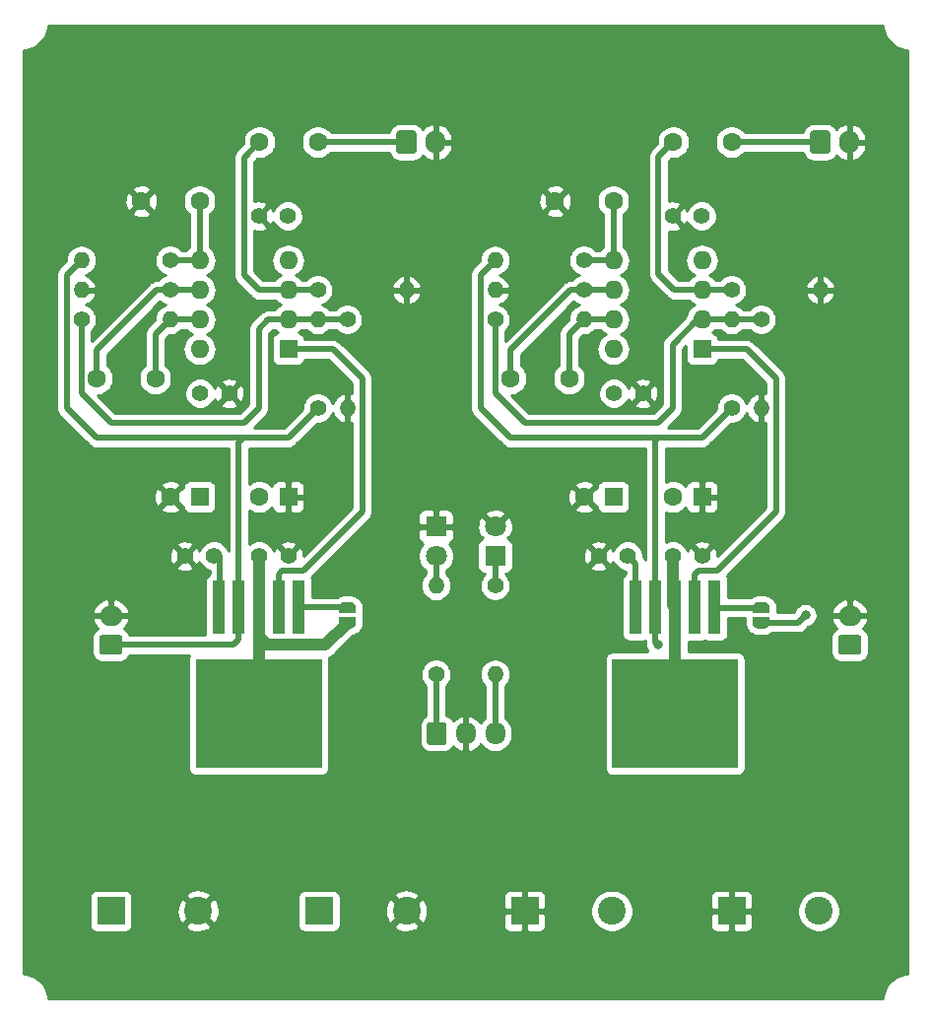
<source format=gtl>
G04 #@! TF.GenerationSoftware,KiCad,Pcbnew,(5.1.4)-1*
G04 #@! TF.CreationDate,2019-10-16T10:00:49+09:00*
G04 #@! TF.ProjectId,LME49600_HPA,4c4d4534-3936-4303-905f-4850412e6b69,rev?*
G04 #@! TF.SameCoordinates,Original*
G04 #@! TF.FileFunction,Copper,L1,Top*
G04 #@! TF.FilePolarity,Positive*
%FSLAX46Y46*%
G04 Gerber Fmt 4.6, Leading zero omitted, Abs format (unit mm)*
G04 Created by KiCad (PCBNEW (5.1.4)-1) date 2019-10-16 10:00:49*
%MOMM*%
%LPD*%
G04 APERTURE LIST*
%ADD10O,2.000000X1.700000*%
%ADD11C,0.100000*%
%ADD12C,1.700000*%
%ADD13C,1.600000*%
%ADD14O,1.600000X1.600000*%
%ADD15R,1.600000X1.600000*%
%ADD16R,10.800000X9.400000*%
%ADD17R,1.100000X4.600000*%
%ADD18C,2.400000*%
%ADD19R,2.400000X2.400000*%
%ADD20O,1.700000X1.950000*%
%ADD21O,1.700000X2.000000*%
%ADD22O,1.400000X1.400000*%
%ADD23C,1.400000*%
%ADD24C,0.500000*%
%ADD25C,1.800000*%
%ADD26R,1.800000X1.800000*%
%ADD27C,0.800000*%
%ADD28C,0.500000*%
%ADD29C,1.000000*%
%ADD30C,0.250000*%
%ADD31C,0.254000*%
G04 APERTURE END LIST*
D10*
X182880000Y-101640000D03*
D11*
G36*
X183654504Y-103291204D02*
G01*
X183678773Y-103294804D01*
X183702571Y-103300765D01*
X183725671Y-103309030D01*
X183747849Y-103319520D01*
X183768893Y-103332133D01*
X183788598Y-103346747D01*
X183806777Y-103363223D01*
X183823253Y-103381402D01*
X183837867Y-103401107D01*
X183850480Y-103422151D01*
X183860970Y-103444329D01*
X183869235Y-103467429D01*
X183875196Y-103491227D01*
X183878796Y-103515496D01*
X183880000Y-103540000D01*
X183880000Y-104740000D01*
X183878796Y-104764504D01*
X183875196Y-104788773D01*
X183869235Y-104812571D01*
X183860970Y-104835671D01*
X183850480Y-104857849D01*
X183837867Y-104878893D01*
X183823253Y-104898598D01*
X183806777Y-104916777D01*
X183788598Y-104933253D01*
X183768893Y-104947867D01*
X183747849Y-104960480D01*
X183725671Y-104970970D01*
X183702571Y-104979235D01*
X183678773Y-104985196D01*
X183654504Y-104988796D01*
X183630000Y-104990000D01*
X182130000Y-104990000D01*
X182105496Y-104988796D01*
X182081227Y-104985196D01*
X182057429Y-104979235D01*
X182034329Y-104970970D01*
X182012151Y-104960480D01*
X181991107Y-104947867D01*
X181971402Y-104933253D01*
X181953223Y-104916777D01*
X181936747Y-104898598D01*
X181922133Y-104878893D01*
X181909520Y-104857849D01*
X181899030Y-104835671D01*
X181890765Y-104812571D01*
X181884804Y-104788773D01*
X181881204Y-104764504D01*
X181880000Y-104740000D01*
X181880000Y-103540000D01*
X181881204Y-103515496D01*
X181884804Y-103491227D01*
X181890765Y-103467429D01*
X181899030Y-103444329D01*
X181909520Y-103422151D01*
X181922133Y-103401107D01*
X181936747Y-103381402D01*
X181953223Y-103363223D01*
X181971402Y-103346747D01*
X181991107Y-103332133D01*
X182012151Y-103319520D01*
X182034329Y-103309030D01*
X182057429Y-103300765D01*
X182081227Y-103294804D01*
X182105496Y-103291204D01*
X182130000Y-103290000D01*
X183630000Y-103290000D01*
X183654504Y-103291204D01*
X183654504Y-103291204D01*
G37*
D12*
X182880000Y-104140000D03*
D13*
X162560000Y-66040000D03*
X157560000Y-66040000D03*
X172720000Y-60960000D03*
X167720000Y-60960000D03*
X137160000Y-60960000D03*
X132160000Y-60960000D03*
D14*
X162560000Y-78740000D03*
X170180000Y-71120000D03*
X162560000Y-76200000D03*
X170180000Y-73660000D03*
X162560000Y-73660000D03*
X170180000Y-76200000D03*
X162560000Y-71120000D03*
D15*
X170180000Y-78740000D03*
D14*
X127000000Y-78740000D03*
X134620000Y-71120000D03*
X127000000Y-76200000D03*
X134620000Y-73660000D03*
X127000000Y-73660000D03*
X134620000Y-76200000D03*
X127000000Y-71120000D03*
D15*
X134620000Y-78740000D03*
D16*
X132080000Y-110055000D03*
D17*
X128680000Y-100905000D03*
X130380000Y-100905000D03*
X132080000Y-100905000D03*
X133780000Y-100905000D03*
X135480000Y-100905000D03*
D18*
X126880000Y-127000000D03*
D19*
X119380000Y-127000000D03*
D18*
X162440000Y-127000000D03*
D19*
X154940000Y-127000000D03*
D20*
X152400000Y-111760000D03*
X149900000Y-111760000D03*
D11*
G36*
X148024504Y-110786204D02*
G01*
X148048773Y-110789804D01*
X148072571Y-110795765D01*
X148095671Y-110804030D01*
X148117849Y-110814520D01*
X148138893Y-110827133D01*
X148158598Y-110841747D01*
X148176777Y-110858223D01*
X148193253Y-110876402D01*
X148207867Y-110896107D01*
X148220480Y-110917151D01*
X148230970Y-110939329D01*
X148239235Y-110962429D01*
X148245196Y-110986227D01*
X148248796Y-111010496D01*
X148250000Y-111035000D01*
X148250000Y-112485000D01*
X148248796Y-112509504D01*
X148245196Y-112533773D01*
X148239235Y-112557571D01*
X148230970Y-112580671D01*
X148220480Y-112602849D01*
X148207867Y-112623893D01*
X148193253Y-112643598D01*
X148176777Y-112661777D01*
X148158598Y-112678253D01*
X148138893Y-112692867D01*
X148117849Y-112705480D01*
X148095671Y-112715970D01*
X148072571Y-112724235D01*
X148048773Y-112730196D01*
X148024504Y-112733796D01*
X148000000Y-112735000D01*
X146800000Y-112735000D01*
X146775496Y-112733796D01*
X146751227Y-112730196D01*
X146727429Y-112724235D01*
X146704329Y-112715970D01*
X146682151Y-112705480D01*
X146661107Y-112692867D01*
X146641402Y-112678253D01*
X146623223Y-112661777D01*
X146606747Y-112643598D01*
X146592133Y-112623893D01*
X146579520Y-112602849D01*
X146569030Y-112580671D01*
X146560765Y-112557571D01*
X146554804Y-112533773D01*
X146551204Y-112509504D01*
X146550000Y-112485000D01*
X146550000Y-111035000D01*
X146551204Y-111010496D01*
X146554804Y-110986227D01*
X146560765Y-110962429D01*
X146569030Y-110939329D01*
X146579520Y-110917151D01*
X146592133Y-110896107D01*
X146606747Y-110876402D01*
X146623223Y-110858223D01*
X146641402Y-110841747D01*
X146661107Y-110827133D01*
X146682151Y-110814520D01*
X146704329Y-110804030D01*
X146727429Y-110795765D01*
X146751227Y-110789804D01*
X146775496Y-110786204D01*
X146800000Y-110785000D01*
X148000000Y-110785000D01*
X148024504Y-110786204D01*
X148024504Y-110786204D01*
G37*
D12*
X147400000Y-111760000D03*
D18*
X144780000Y-127000000D03*
D19*
X137280000Y-127000000D03*
D21*
X182840000Y-60960000D03*
D11*
G36*
X180964504Y-59961204D02*
G01*
X180988773Y-59964804D01*
X181012571Y-59970765D01*
X181035671Y-59979030D01*
X181057849Y-59989520D01*
X181078893Y-60002133D01*
X181098598Y-60016747D01*
X181116777Y-60033223D01*
X181133253Y-60051402D01*
X181147867Y-60071107D01*
X181160480Y-60092151D01*
X181170970Y-60114329D01*
X181179235Y-60137429D01*
X181185196Y-60161227D01*
X181188796Y-60185496D01*
X181190000Y-60210000D01*
X181190000Y-61710000D01*
X181188796Y-61734504D01*
X181185196Y-61758773D01*
X181179235Y-61782571D01*
X181170970Y-61805671D01*
X181160480Y-61827849D01*
X181147867Y-61848893D01*
X181133253Y-61868598D01*
X181116777Y-61886777D01*
X181098598Y-61903253D01*
X181078893Y-61917867D01*
X181057849Y-61930480D01*
X181035671Y-61940970D01*
X181012571Y-61949235D01*
X180988773Y-61955196D01*
X180964504Y-61958796D01*
X180940000Y-61960000D01*
X179740000Y-61960000D01*
X179715496Y-61958796D01*
X179691227Y-61955196D01*
X179667429Y-61949235D01*
X179644329Y-61940970D01*
X179622151Y-61930480D01*
X179601107Y-61917867D01*
X179581402Y-61903253D01*
X179563223Y-61886777D01*
X179546747Y-61868598D01*
X179532133Y-61848893D01*
X179519520Y-61827849D01*
X179509030Y-61805671D01*
X179500765Y-61782571D01*
X179494804Y-61758773D01*
X179491204Y-61734504D01*
X179490000Y-61710000D01*
X179490000Y-60210000D01*
X179491204Y-60185496D01*
X179494804Y-60161227D01*
X179500765Y-60137429D01*
X179509030Y-60114329D01*
X179519520Y-60092151D01*
X179532133Y-60071107D01*
X179546747Y-60051402D01*
X179563223Y-60033223D01*
X179581402Y-60016747D01*
X179601107Y-60002133D01*
X179622151Y-59989520D01*
X179644329Y-59979030D01*
X179667429Y-59970765D01*
X179691227Y-59964804D01*
X179715496Y-59961204D01*
X179740000Y-59960000D01*
X180940000Y-59960000D01*
X180964504Y-59961204D01*
X180964504Y-59961204D01*
G37*
D12*
X180340000Y-60960000D03*
D22*
X160020000Y-76200000D03*
D23*
X152400000Y-76200000D03*
D13*
X118190000Y-81280000D03*
X123190000Y-81280000D03*
D22*
X172720000Y-76200000D03*
D23*
X172720000Y-83820000D03*
D22*
X175260000Y-83820000D03*
D23*
X175260000Y-76200000D03*
D22*
X152400000Y-71120000D03*
D23*
X160020000Y-71120000D03*
D22*
X152400000Y-73660000D03*
D23*
X160020000Y-73660000D03*
D22*
X180340000Y-73660000D03*
D23*
X172720000Y-73660000D03*
D22*
X137160000Y-76200000D03*
D23*
X137160000Y-83820000D03*
D22*
X124460000Y-76200000D03*
D23*
X116840000Y-76200000D03*
D22*
X139700000Y-83820000D03*
D23*
X139700000Y-76200000D03*
D22*
X116840000Y-71120000D03*
D23*
X124460000Y-71120000D03*
D22*
X116840000Y-73660000D03*
D23*
X124460000Y-73660000D03*
D22*
X144780000Y-73660000D03*
D23*
X137160000Y-73660000D03*
D22*
X152400000Y-106680000D03*
D23*
X152400000Y-99060000D03*
D22*
X147320000Y-99060000D03*
D23*
X147320000Y-106680000D03*
D21*
X147280000Y-60960000D03*
D11*
G36*
X145404504Y-59961204D02*
G01*
X145428773Y-59964804D01*
X145452571Y-59970765D01*
X145475671Y-59979030D01*
X145497849Y-59989520D01*
X145518893Y-60002133D01*
X145538598Y-60016747D01*
X145556777Y-60033223D01*
X145573253Y-60051402D01*
X145587867Y-60071107D01*
X145600480Y-60092151D01*
X145610970Y-60114329D01*
X145619235Y-60137429D01*
X145625196Y-60161227D01*
X145628796Y-60185496D01*
X145630000Y-60210000D01*
X145630000Y-61710000D01*
X145628796Y-61734504D01*
X145625196Y-61758773D01*
X145619235Y-61782571D01*
X145610970Y-61805671D01*
X145600480Y-61827849D01*
X145587867Y-61848893D01*
X145573253Y-61868598D01*
X145556777Y-61886777D01*
X145538598Y-61903253D01*
X145518893Y-61917867D01*
X145497849Y-61930480D01*
X145475671Y-61940970D01*
X145452571Y-61949235D01*
X145428773Y-61955196D01*
X145404504Y-61958796D01*
X145380000Y-61960000D01*
X144180000Y-61960000D01*
X144155496Y-61958796D01*
X144131227Y-61955196D01*
X144107429Y-61949235D01*
X144084329Y-61940970D01*
X144062151Y-61930480D01*
X144041107Y-61917867D01*
X144021402Y-61903253D01*
X144003223Y-61886777D01*
X143986747Y-61868598D01*
X143972133Y-61848893D01*
X143959520Y-61827849D01*
X143949030Y-61805671D01*
X143940765Y-61782571D01*
X143934804Y-61758773D01*
X143931204Y-61734504D01*
X143930000Y-61710000D01*
X143930000Y-60210000D01*
X143931204Y-60185496D01*
X143934804Y-60161227D01*
X143940765Y-60137429D01*
X143949030Y-60114329D01*
X143959520Y-60092151D01*
X143972133Y-60071107D01*
X143986747Y-60051402D01*
X144003223Y-60033223D01*
X144021402Y-60016747D01*
X144041107Y-60002133D01*
X144062151Y-59989520D01*
X144084329Y-59979030D01*
X144107429Y-59970765D01*
X144131227Y-59964804D01*
X144155496Y-59961204D01*
X144180000Y-59960000D01*
X145380000Y-59960000D01*
X145404504Y-59961204D01*
X145404504Y-59961204D01*
G37*
D12*
X144780000Y-60960000D03*
D23*
X167680000Y-96520000D03*
X170180000Y-96520000D03*
X134580000Y-67310000D03*
X132080000Y-67310000D03*
D13*
X127000000Y-66040000D03*
X122000000Y-66040000D03*
D23*
X170140000Y-67310000D03*
X167640000Y-67310000D03*
D16*
X167875000Y-110055000D03*
D17*
X164475000Y-100905000D03*
X166175000Y-100905000D03*
X167875000Y-100905000D03*
X169575000Y-100905000D03*
X171275000Y-100905000D03*
D24*
X175260000Y-102250000D03*
D11*
G36*
X176009398Y-102250000D02*
G01*
X176009398Y-102274534D01*
X176004588Y-102323365D01*
X175995016Y-102371490D01*
X175980772Y-102418445D01*
X175961995Y-102463778D01*
X175938864Y-102507051D01*
X175911604Y-102547850D01*
X175880476Y-102585779D01*
X175845779Y-102620476D01*
X175807850Y-102651604D01*
X175767051Y-102678864D01*
X175723778Y-102701995D01*
X175678445Y-102720772D01*
X175631490Y-102735016D01*
X175583365Y-102744588D01*
X175534534Y-102749398D01*
X175510000Y-102749398D01*
X175510000Y-102750000D01*
X175010000Y-102750000D01*
X175010000Y-102749398D01*
X174985466Y-102749398D01*
X174936635Y-102744588D01*
X174888510Y-102735016D01*
X174841555Y-102720772D01*
X174796222Y-102701995D01*
X174752949Y-102678864D01*
X174712150Y-102651604D01*
X174674221Y-102620476D01*
X174639524Y-102585779D01*
X174608396Y-102547850D01*
X174581136Y-102507051D01*
X174558005Y-102463778D01*
X174539228Y-102418445D01*
X174524984Y-102371490D01*
X174515412Y-102323365D01*
X174510602Y-102274534D01*
X174510602Y-102250000D01*
X174510000Y-102250000D01*
X174510000Y-101750000D01*
X176010000Y-101750000D01*
X176010000Y-102250000D01*
X176009398Y-102250000D01*
X176009398Y-102250000D01*
G37*
D24*
X175260000Y-100950000D03*
D11*
G36*
X174510000Y-101450000D02*
G01*
X174510000Y-100950000D01*
X174510602Y-100950000D01*
X174510602Y-100925466D01*
X174515412Y-100876635D01*
X174524984Y-100828510D01*
X174539228Y-100781555D01*
X174558005Y-100736222D01*
X174581136Y-100692949D01*
X174608396Y-100652150D01*
X174639524Y-100614221D01*
X174674221Y-100579524D01*
X174712150Y-100548396D01*
X174752949Y-100521136D01*
X174796222Y-100498005D01*
X174841555Y-100479228D01*
X174888510Y-100464984D01*
X174936635Y-100455412D01*
X174985466Y-100450602D01*
X175010000Y-100450602D01*
X175010000Y-100450000D01*
X175510000Y-100450000D01*
X175510000Y-100450602D01*
X175534534Y-100450602D01*
X175583365Y-100455412D01*
X175631490Y-100464984D01*
X175678445Y-100479228D01*
X175723778Y-100498005D01*
X175767051Y-100521136D01*
X175807850Y-100548396D01*
X175845779Y-100579524D01*
X175880476Y-100614221D01*
X175911604Y-100652150D01*
X175938864Y-100692949D01*
X175961995Y-100736222D01*
X175980772Y-100781555D01*
X175995016Y-100828510D01*
X176004588Y-100876635D01*
X176009398Y-100925466D01*
X176009398Y-100950000D01*
X176010000Y-100950000D01*
X176010000Y-101450000D01*
X174510000Y-101450000D01*
X174510000Y-101450000D01*
G37*
D24*
X139700000Y-102250000D03*
D11*
G36*
X140449398Y-102250000D02*
G01*
X140449398Y-102274534D01*
X140444588Y-102323365D01*
X140435016Y-102371490D01*
X140420772Y-102418445D01*
X140401995Y-102463778D01*
X140378864Y-102507051D01*
X140351604Y-102547850D01*
X140320476Y-102585779D01*
X140285779Y-102620476D01*
X140247850Y-102651604D01*
X140207051Y-102678864D01*
X140163778Y-102701995D01*
X140118445Y-102720772D01*
X140071490Y-102735016D01*
X140023365Y-102744588D01*
X139974534Y-102749398D01*
X139950000Y-102749398D01*
X139950000Y-102750000D01*
X139450000Y-102750000D01*
X139450000Y-102749398D01*
X139425466Y-102749398D01*
X139376635Y-102744588D01*
X139328510Y-102735016D01*
X139281555Y-102720772D01*
X139236222Y-102701995D01*
X139192949Y-102678864D01*
X139152150Y-102651604D01*
X139114221Y-102620476D01*
X139079524Y-102585779D01*
X139048396Y-102547850D01*
X139021136Y-102507051D01*
X138998005Y-102463778D01*
X138979228Y-102418445D01*
X138964984Y-102371490D01*
X138955412Y-102323365D01*
X138950602Y-102274534D01*
X138950602Y-102250000D01*
X138950000Y-102250000D01*
X138950000Y-101750000D01*
X140450000Y-101750000D01*
X140450000Y-102250000D01*
X140449398Y-102250000D01*
X140449398Y-102250000D01*
G37*
D24*
X139700000Y-100950000D03*
D11*
G36*
X138950000Y-101450000D02*
G01*
X138950000Y-100950000D01*
X138950602Y-100950000D01*
X138950602Y-100925466D01*
X138955412Y-100876635D01*
X138964984Y-100828510D01*
X138979228Y-100781555D01*
X138998005Y-100736222D01*
X139021136Y-100692949D01*
X139048396Y-100652150D01*
X139079524Y-100614221D01*
X139114221Y-100579524D01*
X139152150Y-100548396D01*
X139192949Y-100521136D01*
X139236222Y-100498005D01*
X139281555Y-100479228D01*
X139328510Y-100464984D01*
X139376635Y-100455412D01*
X139425466Y-100450602D01*
X139450000Y-100450602D01*
X139450000Y-100450000D01*
X139950000Y-100450000D01*
X139950000Y-100450602D01*
X139974534Y-100450602D01*
X140023365Y-100455412D01*
X140071490Y-100464984D01*
X140118445Y-100479228D01*
X140163778Y-100498005D01*
X140207051Y-100521136D01*
X140247850Y-100548396D01*
X140285779Y-100579524D01*
X140320476Y-100614221D01*
X140351604Y-100652150D01*
X140378864Y-100692949D01*
X140401995Y-100736222D01*
X140420772Y-100781555D01*
X140435016Y-100828510D01*
X140444588Y-100876635D01*
X140449398Y-100925466D01*
X140449398Y-100950000D01*
X140450000Y-100950000D01*
X140450000Y-101450000D01*
X138950000Y-101450000D01*
X138950000Y-101450000D01*
G37*
D10*
X119380000Y-101640000D03*
D11*
G36*
X120154504Y-103291204D02*
G01*
X120178773Y-103294804D01*
X120202571Y-103300765D01*
X120225671Y-103309030D01*
X120247849Y-103319520D01*
X120268893Y-103332133D01*
X120288598Y-103346747D01*
X120306777Y-103363223D01*
X120323253Y-103381402D01*
X120337867Y-103401107D01*
X120350480Y-103422151D01*
X120360970Y-103444329D01*
X120369235Y-103467429D01*
X120375196Y-103491227D01*
X120378796Y-103515496D01*
X120380000Y-103540000D01*
X120380000Y-104740000D01*
X120378796Y-104764504D01*
X120375196Y-104788773D01*
X120369235Y-104812571D01*
X120360970Y-104835671D01*
X120350480Y-104857849D01*
X120337867Y-104878893D01*
X120323253Y-104898598D01*
X120306777Y-104916777D01*
X120288598Y-104933253D01*
X120268893Y-104947867D01*
X120247849Y-104960480D01*
X120225671Y-104970970D01*
X120202571Y-104979235D01*
X120178773Y-104985196D01*
X120154504Y-104988796D01*
X120130000Y-104990000D01*
X118630000Y-104990000D01*
X118605496Y-104988796D01*
X118581227Y-104985196D01*
X118557429Y-104979235D01*
X118534329Y-104970970D01*
X118512151Y-104960480D01*
X118491107Y-104947867D01*
X118471402Y-104933253D01*
X118453223Y-104916777D01*
X118436747Y-104898598D01*
X118422133Y-104878893D01*
X118409520Y-104857849D01*
X118399030Y-104835671D01*
X118390765Y-104812571D01*
X118384804Y-104788773D01*
X118381204Y-104764504D01*
X118380000Y-104740000D01*
X118380000Y-103540000D01*
X118381204Y-103515496D01*
X118384804Y-103491227D01*
X118390765Y-103467429D01*
X118399030Y-103444329D01*
X118409520Y-103422151D01*
X118422133Y-103401107D01*
X118436747Y-103381402D01*
X118453223Y-103363223D01*
X118471402Y-103346747D01*
X118491107Y-103332133D01*
X118512151Y-103319520D01*
X118534329Y-103309030D01*
X118557429Y-103300765D01*
X118581227Y-103294804D01*
X118605496Y-103291204D01*
X118630000Y-103290000D01*
X120130000Y-103290000D01*
X120154504Y-103291204D01*
X120154504Y-103291204D01*
G37*
D12*
X119380000Y-104140000D03*
D25*
X152400000Y-93980000D03*
D26*
X152400000Y-96520000D03*
D25*
X147320000Y-96520000D03*
D26*
X147320000Y-93980000D03*
D13*
X167680000Y-91440000D03*
D15*
X170180000Y-91440000D03*
D23*
X163790000Y-96520000D03*
X161290000Y-96520000D03*
D13*
X160060000Y-91440000D03*
D15*
X162560000Y-91440000D03*
D23*
X162600000Y-82550000D03*
X165100000Y-82550000D03*
D13*
X153750000Y-81280000D03*
X158750000Y-81280000D03*
X132120000Y-91440000D03*
D15*
X134620000Y-91440000D03*
D23*
X132120000Y-96520000D03*
X134620000Y-96520000D03*
X128230000Y-96520000D03*
X125730000Y-96520000D03*
D13*
X124500000Y-91440000D03*
D15*
X127000000Y-91440000D03*
D23*
X127040000Y-82550000D03*
X129540000Y-82550000D03*
D18*
X180220000Y-127000000D03*
D19*
X172720000Y-127000000D03*
D27*
X179070000Y-101600000D03*
X133350000Y-104140000D03*
X166370000Y-104140000D03*
D28*
X128738000Y-100847000D02*
X128680000Y-100905000D01*
X128738000Y-96520000D02*
X128738000Y-100847000D01*
X147320000Y-111680000D02*
X147400000Y-111760000D01*
X147320000Y-106680000D02*
X147320000Y-111680000D01*
X164475000Y-97205000D02*
X163790000Y-96520000D01*
X164475000Y-100905000D02*
X164475000Y-97205000D01*
X132080000Y-109870000D02*
X132080000Y-110055000D01*
X134580000Y-71080000D02*
X134620000Y-71120000D01*
X170140000Y-71080000D02*
X170180000Y-71120000D01*
X152400000Y-106680000D02*
X152400000Y-111760000D01*
X167875000Y-96715000D02*
X167680000Y-96520000D01*
D29*
X132080000Y-103435685D02*
X132080000Y-100905000D01*
X132784315Y-104140000D02*
X132080000Y-103435685D01*
X133350000Y-104140000D02*
X132784315Y-104140000D01*
X132080000Y-104355000D02*
X132080000Y-103435685D01*
X137810000Y-104140000D02*
X139700000Y-102250000D01*
X133350000Y-104140000D02*
X137810000Y-104140000D01*
X167680000Y-100710000D02*
X167875000Y-100905000D01*
X167680000Y-96520000D02*
X167680000Y-100710000D01*
X167875000Y-100905000D02*
X167875000Y-110055000D01*
X132120000Y-100865000D02*
X132080000Y-100905000D01*
X132120000Y-96520000D02*
X132120000Y-100865000D01*
X132080000Y-110055000D02*
X132080000Y-104355000D01*
D28*
X175260000Y-102250000D02*
X178420000Y-102250000D01*
X178420000Y-102250000D02*
X179070000Y-101600000D01*
X144780000Y-60960000D02*
X137160000Y-60960000D01*
X137160000Y-73660000D02*
X134620000Y-73660000D01*
X130810000Y-62310000D02*
X132160000Y-60960000D01*
X130810000Y-72390000D02*
X130810000Y-62310000D01*
X134620000Y-73660000D02*
X132080000Y-73660000D01*
X132080000Y-73660000D02*
X130810000Y-72390000D01*
X127000000Y-73660000D02*
X124460000Y-73660000D01*
X118190000Y-81280000D02*
X118190000Y-78820000D01*
X123350000Y-73660000D02*
X124460000Y-73660000D01*
X118190000Y-78820000D02*
X123350000Y-73660000D01*
X124460000Y-76200000D02*
X127000000Y-76200000D01*
X124460000Y-76200000D02*
X123190000Y-77470000D01*
X123190000Y-77470000D02*
X123190000Y-81280000D01*
X127000000Y-66040000D02*
X127000000Y-71120000D01*
X127000000Y-71120000D02*
X124460000Y-71120000D01*
X172720000Y-60960000D02*
X180340000Y-60960000D01*
X172720000Y-73660000D02*
X170180000Y-73660000D01*
X166450000Y-62230000D02*
X167720000Y-60960000D01*
X166450000Y-72310000D02*
X166450000Y-62230000D01*
X170180000Y-73660000D02*
X167800000Y-73660000D01*
X167800000Y-73660000D02*
X166450000Y-72310000D01*
X160020000Y-73660000D02*
X162560000Y-73660000D01*
X153750000Y-81280000D02*
X153750000Y-78820000D01*
X158910000Y-73660000D02*
X160020000Y-73660000D01*
X153750000Y-78820000D02*
X158910000Y-73660000D01*
X160020000Y-76200000D02*
X162560000Y-76200000D01*
X158750000Y-81280000D02*
X158750000Y-77470000D01*
X158750000Y-77470000D02*
X160020000Y-76200000D01*
X162560000Y-66040000D02*
X162560000Y-71120000D01*
X162560000Y-71120000D02*
X160020000Y-71120000D01*
X147320000Y-96520000D02*
X147320000Y-99060000D01*
X130380000Y-103705000D02*
X130380000Y-100905000D01*
X129945000Y-104140000D02*
X130380000Y-103705000D01*
X119380000Y-104140000D02*
X129945000Y-104140000D01*
X115570000Y-83820000D02*
X118110000Y-86360000D01*
X116840000Y-71120000D02*
X115570000Y-72390000D01*
X115570000Y-72390000D02*
X115570000Y-83820000D01*
X118110000Y-86360000D02*
X129540000Y-86360000D01*
X130380000Y-86790000D02*
X130810000Y-86360000D01*
X130380000Y-100905000D02*
X130380000Y-86790000D01*
X130810000Y-86360000D02*
X134620000Y-86360000D01*
X137160000Y-83820000D02*
X134620000Y-86360000D01*
X129540000Y-86360000D02*
X130810000Y-86360000D01*
X152400000Y-71120000D02*
X151130000Y-72390000D01*
X151130000Y-72390000D02*
X151130000Y-83820000D01*
X151130000Y-83820000D02*
X153670000Y-86360000D01*
X170180000Y-86360000D02*
X172720000Y-83820000D01*
X166175000Y-86555000D02*
X166370000Y-86360000D01*
X166175000Y-100905000D02*
X166175000Y-86555000D01*
X153670000Y-86360000D02*
X166370000Y-86360000D01*
X166370000Y-86360000D02*
X170180000Y-86360000D01*
X166175000Y-100905000D02*
X166175000Y-103945000D01*
X166175000Y-103945000D02*
X166370000Y-104140000D01*
X135525000Y-100950000D02*
X135480000Y-100905000D01*
X139655000Y-100905000D02*
X139700000Y-100950000D01*
X135480000Y-100905000D02*
X139655000Y-100905000D01*
X171320000Y-100950000D02*
X171275000Y-100905000D01*
X175260000Y-100950000D02*
X171320000Y-100950000D01*
D30*
X134220000Y-76200000D02*
X134620000Y-76200000D01*
D28*
X132920000Y-76200000D02*
X134620000Y-76200000D01*
X116840000Y-82550000D02*
X119380000Y-85090000D01*
X116840000Y-76200000D02*
X116840000Y-82550000D01*
X119380000Y-85090000D02*
X130810000Y-85090000D01*
X130810000Y-85090000D02*
X132080000Y-83820000D01*
X132080000Y-83820000D02*
X132080000Y-77040000D01*
X132080000Y-77040000D02*
X132920000Y-76200000D01*
X134620000Y-76200000D02*
X137160000Y-76200000D01*
X137160000Y-76200000D02*
X139700000Y-76200000D01*
X152400000Y-76200000D02*
X152400000Y-82550000D01*
X152400000Y-82550000D02*
X154940000Y-85090000D01*
X154940000Y-85090000D02*
X166370000Y-85090000D01*
X166370000Y-85090000D02*
X167640000Y-83820000D01*
X169780000Y-76200000D02*
X170180000Y-76200000D01*
X167640000Y-78340000D02*
X169780000Y-76200000D01*
X167640000Y-83820000D02*
X167640000Y-78340000D01*
X170180000Y-76200000D02*
X172720000Y-76200000D01*
X172720000Y-76200000D02*
X175260000Y-76200000D01*
X133780000Y-98105000D02*
X133780000Y-100905000D01*
X134620000Y-78740000D02*
X138430000Y-78740000D01*
X138430000Y-78740000D02*
X140970000Y-81280000D01*
X140970000Y-81280000D02*
X140970000Y-92710000D01*
X140970000Y-92710000D02*
X135890000Y-97790000D01*
X135890000Y-97790000D02*
X134095000Y-97790000D01*
X134095000Y-97790000D02*
X133780000Y-98105000D01*
X169575000Y-98105000D02*
X169575000Y-100905000D01*
X173990000Y-78740000D02*
X176530000Y-81280000D01*
X176530000Y-81280000D02*
X176530000Y-92710000D01*
X176530000Y-92710000D02*
X171450000Y-97790000D01*
X170180000Y-78740000D02*
X173990000Y-78740000D01*
X171450000Y-97790000D02*
X169890000Y-97790000D01*
X169890000Y-97790000D02*
X169575000Y-98105000D01*
X152400000Y-96520000D02*
X152400000Y-99060000D01*
D31*
G36*
X185725000Y-51020128D02*
G01*
X185810890Y-51451925D01*
X185979369Y-51858669D01*
X186223962Y-52224729D01*
X186535271Y-52536038D01*
X186901331Y-52780631D01*
X187308075Y-52949110D01*
X187739872Y-53035000D01*
X187833000Y-53035000D01*
X187833000Y-132385000D01*
X187739872Y-132385000D01*
X187308075Y-132470890D01*
X186901331Y-132639369D01*
X186535271Y-132883962D01*
X186223962Y-133195271D01*
X185979369Y-133561331D01*
X185810890Y-133968075D01*
X185725000Y-134399872D01*
X185725000Y-134493000D01*
X113995000Y-134493000D01*
X113995000Y-134399872D01*
X113909110Y-133968075D01*
X113740631Y-133561331D01*
X113496038Y-133195271D01*
X113184729Y-132883962D01*
X112818669Y-132639369D01*
X112411925Y-132470890D01*
X111980128Y-132385000D01*
X111887000Y-132385000D01*
X111887000Y-125800000D01*
X117541928Y-125800000D01*
X117541928Y-128200000D01*
X117554188Y-128324482D01*
X117590498Y-128444180D01*
X117649463Y-128554494D01*
X117728815Y-128651185D01*
X117825506Y-128730537D01*
X117935820Y-128789502D01*
X118055518Y-128825812D01*
X118180000Y-128838072D01*
X120580000Y-128838072D01*
X120704482Y-128825812D01*
X120824180Y-128789502D01*
X120934494Y-128730537D01*
X121031185Y-128651185D01*
X121110537Y-128554494D01*
X121169502Y-128444180D01*
X121205812Y-128324482D01*
X121210391Y-128277980D01*
X125781626Y-128277980D01*
X125901514Y-128562836D01*
X126225210Y-128723699D01*
X126574069Y-128818322D01*
X126934684Y-128843067D01*
X127293198Y-128796985D01*
X127635833Y-128681846D01*
X127858486Y-128562836D01*
X127978374Y-128277980D01*
X126880000Y-127179605D01*
X125781626Y-128277980D01*
X121210391Y-128277980D01*
X121218072Y-128200000D01*
X121218072Y-127054684D01*
X125036933Y-127054684D01*
X125083015Y-127413198D01*
X125198154Y-127755833D01*
X125317164Y-127978486D01*
X125602020Y-128098374D01*
X126700395Y-127000000D01*
X127059605Y-127000000D01*
X128157980Y-128098374D01*
X128442836Y-127978486D01*
X128603699Y-127654790D01*
X128698322Y-127305931D01*
X128723067Y-126945316D01*
X128676985Y-126586802D01*
X128561846Y-126244167D01*
X128442836Y-126021514D01*
X128157980Y-125901626D01*
X127059605Y-127000000D01*
X126700395Y-127000000D01*
X125602020Y-125901626D01*
X125317164Y-126021514D01*
X125156301Y-126345210D01*
X125061678Y-126694069D01*
X125036933Y-127054684D01*
X121218072Y-127054684D01*
X121218072Y-125800000D01*
X121210392Y-125722020D01*
X125781626Y-125722020D01*
X126880000Y-126820395D01*
X127900394Y-125800000D01*
X135441928Y-125800000D01*
X135441928Y-128200000D01*
X135454188Y-128324482D01*
X135490498Y-128444180D01*
X135549463Y-128554494D01*
X135628815Y-128651185D01*
X135725506Y-128730537D01*
X135835820Y-128789502D01*
X135955518Y-128825812D01*
X136080000Y-128838072D01*
X138480000Y-128838072D01*
X138604482Y-128825812D01*
X138724180Y-128789502D01*
X138834494Y-128730537D01*
X138931185Y-128651185D01*
X139010537Y-128554494D01*
X139069502Y-128444180D01*
X139105812Y-128324482D01*
X139110391Y-128277980D01*
X143681626Y-128277980D01*
X143801514Y-128562836D01*
X144125210Y-128723699D01*
X144474069Y-128818322D01*
X144834684Y-128843067D01*
X145193198Y-128796985D01*
X145535833Y-128681846D01*
X145758486Y-128562836D01*
X145878374Y-128277980D01*
X145800395Y-128200000D01*
X153101928Y-128200000D01*
X153114188Y-128324482D01*
X153150498Y-128444180D01*
X153209463Y-128554494D01*
X153288815Y-128651185D01*
X153385506Y-128730537D01*
X153495820Y-128789502D01*
X153615518Y-128825812D01*
X153740000Y-128838072D01*
X154654250Y-128835000D01*
X154813000Y-128676250D01*
X154813000Y-127127000D01*
X155067000Y-127127000D01*
X155067000Y-128676250D01*
X155225750Y-128835000D01*
X156140000Y-128838072D01*
X156264482Y-128825812D01*
X156384180Y-128789502D01*
X156494494Y-128730537D01*
X156591185Y-128651185D01*
X156670537Y-128554494D01*
X156729502Y-128444180D01*
X156765812Y-128324482D01*
X156778072Y-128200000D01*
X156775000Y-127285750D01*
X156616250Y-127127000D01*
X155067000Y-127127000D01*
X154813000Y-127127000D01*
X153263750Y-127127000D01*
X153105000Y-127285750D01*
X153101928Y-128200000D01*
X145800395Y-128200000D01*
X144780000Y-127179605D01*
X143681626Y-128277980D01*
X139110391Y-128277980D01*
X139118072Y-128200000D01*
X139118072Y-127054684D01*
X142936933Y-127054684D01*
X142983015Y-127413198D01*
X143098154Y-127755833D01*
X143217164Y-127978486D01*
X143502020Y-128098374D01*
X144600395Y-127000000D01*
X144959605Y-127000000D01*
X146057980Y-128098374D01*
X146342836Y-127978486D01*
X146503699Y-127654790D01*
X146598322Y-127305931D01*
X146623067Y-126945316D01*
X146576985Y-126586802D01*
X146461846Y-126244167D01*
X146342836Y-126021514D01*
X146057980Y-125901626D01*
X144959605Y-127000000D01*
X144600395Y-127000000D01*
X143502020Y-125901626D01*
X143217164Y-126021514D01*
X143056301Y-126345210D01*
X142961678Y-126694069D01*
X142936933Y-127054684D01*
X139118072Y-127054684D01*
X139118072Y-125800000D01*
X139110392Y-125722020D01*
X143681626Y-125722020D01*
X144780000Y-126820395D01*
X145800394Y-125800000D01*
X153101928Y-125800000D01*
X153105000Y-126714250D01*
X153263750Y-126873000D01*
X154813000Y-126873000D01*
X154813000Y-125323750D01*
X155067000Y-125323750D01*
X155067000Y-126873000D01*
X156616250Y-126873000D01*
X156669982Y-126819268D01*
X160605000Y-126819268D01*
X160605000Y-127180732D01*
X160675518Y-127535250D01*
X160813844Y-127869199D01*
X161014662Y-128169744D01*
X161270256Y-128425338D01*
X161570801Y-128626156D01*
X161904750Y-128764482D01*
X162259268Y-128835000D01*
X162620732Y-128835000D01*
X162975250Y-128764482D01*
X163309199Y-128626156D01*
X163609744Y-128425338D01*
X163835082Y-128200000D01*
X170881928Y-128200000D01*
X170894188Y-128324482D01*
X170930498Y-128444180D01*
X170989463Y-128554494D01*
X171068815Y-128651185D01*
X171165506Y-128730537D01*
X171275820Y-128789502D01*
X171395518Y-128825812D01*
X171520000Y-128838072D01*
X172434250Y-128835000D01*
X172593000Y-128676250D01*
X172593000Y-127127000D01*
X172847000Y-127127000D01*
X172847000Y-128676250D01*
X173005750Y-128835000D01*
X173920000Y-128838072D01*
X174044482Y-128825812D01*
X174164180Y-128789502D01*
X174274494Y-128730537D01*
X174371185Y-128651185D01*
X174450537Y-128554494D01*
X174509502Y-128444180D01*
X174545812Y-128324482D01*
X174558072Y-128200000D01*
X174555000Y-127285750D01*
X174396250Y-127127000D01*
X172847000Y-127127000D01*
X172593000Y-127127000D01*
X171043750Y-127127000D01*
X170885000Y-127285750D01*
X170881928Y-128200000D01*
X163835082Y-128200000D01*
X163865338Y-128169744D01*
X164066156Y-127869199D01*
X164204482Y-127535250D01*
X164275000Y-127180732D01*
X164275000Y-126819268D01*
X164204482Y-126464750D01*
X164066156Y-126130801D01*
X163865338Y-125830256D01*
X163835082Y-125800000D01*
X170881928Y-125800000D01*
X170885000Y-126714250D01*
X171043750Y-126873000D01*
X172593000Y-126873000D01*
X172593000Y-125323750D01*
X172847000Y-125323750D01*
X172847000Y-126873000D01*
X174396250Y-126873000D01*
X174449982Y-126819268D01*
X178385000Y-126819268D01*
X178385000Y-127180732D01*
X178455518Y-127535250D01*
X178593844Y-127869199D01*
X178794662Y-128169744D01*
X179050256Y-128425338D01*
X179350801Y-128626156D01*
X179684750Y-128764482D01*
X180039268Y-128835000D01*
X180400732Y-128835000D01*
X180755250Y-128764482D01*
X181089199Y-128626156D01*
X181389744Y-128425338D01*
X181645338Y-128169744D01*
X181846156Y-127869199D01*
X181984482Y-127535250D01*
X182055000Y-127180732D01*
X182055000Y-126819268D01*
X181984482Y-126464750D01*
X181846156Y-126130801D01*
X181645338Y-125830256D01*
X181389744Y-125574662D01*
X181089199Y-125373844D01*
X180755250Y-125235518D01*
X180400732Y-125165000D01*
X180039268Y-125165000D01*
X179684750Y-125235518D01*
X179350801Y-125373844D01*
X179050256Y-125574662D01*
X178794662Y-125830256D01*
X178593844Y-126130801D01*
X178455518Y-126464750D01*
X178385000Y-126819268D01*
X174449982Y-126819268D01*
X174555000Y-126714250D01*
X174558072Y-125800000D01*
X174545812Y-125675518D01*
X174509502Y-125555820D01*
X174450537Y-125445506D01*
X174371185Y-125348815D01*
X174274494Y-125269463D01*
X174164180Y-125210498D01*
X174044482Y-125174188D01*
X173920000Y-125161928D01*
X173005750Y-125165000D01*
X172847000Y-125323750D01*
X172593000Y-125323750D01*
X172434250Y-125165000D01*
X171520000Y-125161928D01*
X171395518Y-125174188D01*
X171275820Y-125210498D01*
X171165506Y-125269463D01*
X171068815Y-125348815D01*
X170989463Y-125445506D01*
X170930498Y-125555820D01*
X170894188Y-125675518D01*
X170881928Y-125800000D01*
X163835082Y-125800000D01*
X163609744Y-125574662D01*
X163309199Y-125373844D01*
X162975250Y-125235518D01*
X162620732Y-125165000D01*
X162259268Y-125165000D01*
X161904750Y-125235518D01*
X161570801Y-125373844D01*
X161270256Y-125574662D01*
X161014662Y-125830256D01*
X160813844Y-126130801D01*
X160675518Y-126464750D01*
X160605000Y-126819268D01*
X156669982Y-126819268D01*
X156775000Y-126714250D01*
X156778072Y-125800000D01*
X156765812Y-125675518D01*
X156729502Y-125555820D01*
X156670537Y-125445506D01*
X156591185Y-125348815D01*
X156494494Y-125269463D01*
X156384180Y-125210498D01*
X156264482Y-125174188D01*
X156140000Y-125161928D01*
X155225750Y-125165000D01*
X155067000Y-125323750D01*
X154813000Y-125323750D01*
X154654250Y-125165000D01*
X153740000Y-125161928D01*
X153615518Y-125174188D01*
X153495820Y-125210498D01*
X153385506Y-125269463D01*
X153288815Y-125348815D01*
X153209463Y-125445506D01*
X153150498Y-125555820D01*
X153114188Y-125675518D01*
X153101928Y-125800000D01*
X145800394Y-125800000D01*
X145878374Y-125722020D01*
X145758486Y-125437164D01*
X145434790Y-125276301D01*
X145085931Y-125181678D01*
X144725316Y-125156933D01*
X144366802Y-125203015D01*
X144024167Y-125318154D01*
X143801514Y-125437164D01*
X143681626Y-125722020D01*
X139110392Y-125722020D01*
X139105812Y-125675518D01*
X139069502Y-125555820D01*
X139010537Y-125445506D01*
X138931185Y-125348815D01*
X138834494Y-125269463D01*
X138724180Y-125210498D01*
X138604482Y-125174188D01*
X138480000Y-125161928D01*
X136080000Y-125161928D01*
X135955518Y-125174188D01*
X135835820Y-125210498D01*
X135725506Y-125269463D01*
X135628815Y-125348815D01*
X135549463Y-125445506D01*
X135490498Y-125555820D01*
X135454188Y-125675518D01*
X135441928Y-125800000D01*
X127900394Y-125800000D01*
X127978374Y-125722020D01*
X127858486Y-125437164D01*
X127534790Y-125276301D01*
X127185931Y-125181678D01*
X126825316Y-125156933D01*
X126466802Y-125203015D01*
X126124167Y-125318154D01*
X125901514Y-125437164D01*
X125781626Y-125722020D01*
X121210392Y-125722020D01*
X121205812Y-125675518D01*
X121169502Y-125555820D01*
X121110537Y-125445506D01*
X121031185Y-125348815D01*
X120934494Y-125269463D01*
X120824180Y-125210498D01*
X120704482Y-125174188D01*
X120580000Y-125161928D01*
X118180000Y-125161928D01*
X118055518Y-125174188D01*
X117935820Y-125210498D01*
X117825506Y-125269463D01*
X117728815Y-125348815D01*
X117649463Y-125445506D01*
X117590498Y-125555820D01*
X117554188Y-125675518D01*
X117541928Y-125800000D01*
X111887000Y-125800000D01*
X111887000Y-101283110D01*
X117788524Y-101283110D01*
X117909845Y-101513000D01*
X119253000Y-101513000D01*
X119253000Y-100312768D01*
X119507000Y-100312768D01*
X119507000Y-101513000D01*
X120850155Y-101513000D01*
X120971476Y-101283110D01*
X120969554Y-101270739D01*
X120869854Y-100996991D01*
X120718664Y-100747954D01*
X120521795Y-100533198D01*
X120286812Y-100360975D01*
X120022745Y-100237904D01*
X119739742Y-100168715D01*
X119507000Y-100312768D01*
X119253000Y-100312768D01*
X119020258Y-100168715D01*
X118737255Y-100237904D01*
X118473188Y-100360975D01*
X118238205Y-100533198D01*
X118041336Y-100747954D01*
X117890146Y-100996991D01*
X117790446Y-101270739D01*
X117788524Y-101283110D01*
X111887000Y-101283110D01*
X111887000Y-97441269D01*
X124988336Y-97441269D01*
X125047797Y-97675037D01*
X125286242Y-97785934D01*
X125541740Y-97848183D01*
X125804473Y-97859390D01*
X126064344Y-97819125D01*
X126311366Y-97728935D01*
X126412203Y-97675037D01*
X126471664Y-97441269D01*
X125730000Y-96699605D01*
X124988336Y-97441269D01*
X111887000Y-97441269D01*
X111887000Y-96594473D01*
X124390610Y-96594473D01*
X124430875Y-96854344D01*
X124521065Y-97101366D01*
X124574963Y-97202203D01*
X124808731Y-97261664D01*
X125550395Y-96520000D01*
X124808731Y-95778336D01*
X124574963Y-95837797D01*
X124464066Y-96076242D01*
X124401817Y-96331740D01*
X124390610Y-96594473D01*
X111887000Y-96594473D01*
X111887000Y-95598731D01*
X124988336Y-95598731D01*
X125730000Y-96340395D01*
X126471664Y-95598731D01*
X126412203Y-95364963D01*
X126173758Y-95254066D01*
X125918260Y-95191817D01*
X125655527Y-95180610D01*
X125395656Y-95220875D01*
X125148634Y-95311065D01*
X125047797Y-95364963D01*
X124988336Y-95598731D01*
X111887000Y-95598731D01*
X111887000Y-92432702D01*
X123686903Y-92432702D01*
X123758486Y-92676671D01*
X124013996Y-92797571D01*
X124288184Y-92866300D01*
X124570512Y-92880217D01*
X124850130Y-92838787D01*
X125116292Y-92743603D01*
X125241514Y-92676671D01*
X125313097Y-92432702D01*
X124500000Y-91619605D01*
X123686903Y-92432702D01*
X111887000Y-92432702D01*
X111887000Y-91510512D01*
X123059783Y-91510512D01*
X123101213Y-91790130D01*
X123196397Y-92056292D01*
X123263329Y-92181514D01*
X123507298Y-92253097D01*
X124320395Y-91440000D01*
X124679605Y-91440000D01*
X125492702Y-92253097D01*
X125561928Y-92232785D01*
X125561928Y-92240000D01*
X125574188Y-92364482D01*
X125610498Y-92484180D01*
X125669463Y-92594494D01*
X125748815Y-92691185D01*
X125845506Y-92770537D01*
X125955820Y-92829502D01*
X126075518Y-92865812D01*
X126200000Y-92878072D01*
X127800000Y-92878072D01*
X127924482Y-92865812D01*
X128044180Y-92829502D01*
X128154494Y-92770537D01*
X128251185Y-92691185D01*
X128330537Y-92594494D01*
X128389502Y-92484180D01*
X128425812Y-92364482D01*
X128438072Y-92240000D01*
X128438072Y-90640000D01*
X128425812Y-90515518D01*
X128389502Y-90395820D01*
X128330537Y-90285506D01*
X128251185Y-90188815D01*
X128154494Y-90109463D01*
X128044180Y-90050498D01*
X127924482Y-90014188D01*
X127800000Y-90001928D01*
X126200000Y-90001928D01*
X126075518Y-90014188D01*
X125955820Y-90050498D01*
X125845506Y-90109463D01*
X125748815Y-90188815D01*
X125669463Y-90285506D01*
X125610498Y-90395820D01*
X125574188Y-90515518D01*
X125561928Y-90640000D01*
X125561928Y-90647215D01*
X125492702Y-90626903D01*
X124679605Y-91440000D01*
X124320395Y-91440000D01*
X123507298Y-90626903D01*
X123263329Y-90698486D01*
X123142429Y-90953996D01*
X123073700Y-91228184D01*
X123059783Y-91510512D01*
X111887000Y-91510512D01*
X111887000Y-90447298D01*
X123686903Y-90447298D01*
X124500000Y-91260395D01*
X125313097Y-90447298D01*
X125241514Y-90203329D01*
X124986004Y-90082429D01*
X124711816Y-90013700D01*
X124429488Y-89999783D01*
X124149870Y-90041213D01*
X123883708Y-90136397D01*
X123758486Y-90203329D01*
X123686903Y-90447298D01*
X111887000Y-90447298D01*
X111887000Y-72390000D01*
X114680719Y-72390000D01*
X114685000Y-72433469D01*
X114685001Y-83776521D01*
X114680719Y-83820000D01*
X114697805Y-83993490D01*
X114748412Y-84160313D01*
X114830590Y-84314059D01*
X114913468Y-84415046D01*
X114913469Y-84415047D01*
X114941184Y-84448817D01*
X114974951Y-84476529D01*
X117453470Y-86955049D01*
X117481183Y-86988817D01*
X117514951Y-87016530D01*
X117514953Y-87016532D01*
X117554587Y-87049059D01*
X117615941Y-87099411D01*
X117769687Y-87181589D01*
X117936510Y-87232195D01*
X118066523Y-87245000D01*
X118066533Y-87245000D01*
X118109999Y-87249281D01*
X118153465Y-87245000D01*
X129495001Y-87245000D01*
X129495000Y-96058849D01*
X129477411Y-96025941D01*
X129463148Y-96008562D01*
X129413061Y-95887641D01*
X129266962Y-95668987D01*
X129081013Y-95483038D01*
X128862359Y-95336939D01*
X128619405Y-95236304D01*
X128361486Y-95185000D01*
X128098514Y-95185000D01*
X127840595Y-95236304D01*
X127597641Y-95336939D01*
X127378987Y-95483038D01*
X127193038Y-95668987D01*
X127046939Y-95887641D01*
X126979639Y-96050118D01*
X126938935Y-95938634D01*
X126885037Y-95837797D01*
X126651269Y-95778336D01*
X125909605Y-96520000D01*
X126651269Y-97261664D01*
X126885037Y-97202203D01*
X126981592Y-96994596D01*
X127046939Y-97152359D01*
X127193038Y-97371013D01*
X127378987Y-97556962D01*
X127597641Y-97703061D01*
X127840595Y-97803696D01*
X127853000Y-97806164D01*
X127853000Y-98033041D01*
X127775506Y-98074463D01*
X127678815Y-98153815D01*
X127599463Y-98250506D01*
X127540498Y-98360820D01*
X127504188Y-98480518D01*
X127491928Y-98605000D01*
X127491928Y-103205000D01*
X127496852Y-103255000D01*
X120967110Y-103255000D01*
X120950472Y-103200150D01*
X120868405Y-103046614D01*
X120757962Y-102912038D01*
X120623386Y-102801595D01*
X120521407Y-102747086D01*
X120521795Y-102746802D01*
X120718664Y-102532046D01*
X120869854Y-102283009D01*
X120969554Y-102009261D01*
X120971476Y-101996890D01*
X120850155Y-101767000D01*
X119507000Y-101767000D01*
X119507000Y-101787000D01*
X119253000Y-101787000D01*
X119253000Y-101767000D01*
X117909845Y-101767000D01*
X117788524Y-101996890D01*
X117790446Y-102009261D01*
X117890146Y-102283009D01*
X118041336Y-102532046D01*
X118238205Y-102746802D01*
X118238593Y-102747086D01*
X118136614Y-102801595D01*
X118002038Y-102912038D01*
X117891595Y-103046614D01*
X117809528Y-103200150D01*
X117758992Y-103366746D01*
X117741928Y-103540000D01*
X117741928Y-104740000D01*
X117758992Y-104913254D01*
X117809528Y-105079850D01*
X117891595Y-105233386D01*
X118002038Y-105367962D01*
X118136614Y-105478405D01*
X118290150Y-105560472D01*
X118456746Y-105611008D01*
X118630000Y-105628072D01*
X120130000Y-105628072D01*
X120303254Y-105611008D01*
X120469850Y-105560472D01*
X120623386Y-105478405D01*
X120757962Y-105367962D01*
X120868405Y-105233386D01*
X120950472Y-105079850D01*
X120967110Y-105025000D01*
X126136370Y-105025000D01*
X126090498Y-105110820D01*
X126054188Y-105230518D01*
X126041928Y-105355000D01*
X126041928Y-114755000D01*
X126054188Y-114879482D01*
X126090498Y-114999180D01*
X126149463Y-115109494D01*
X126228815Y-115206185D01*
X126325506Y-115285537D01*
X126435820Y-115344502D01*
X126555518Y-115380812D01*
X126680000Y-115393072D01*
X137480000Y-115393072D01*
X137604482Y-115380812D01*
X137724180Y-115344502D01*
X137834494Y-115285537D01*
X137931185Y-115206185D01*
X138010537Y-115109494D01*
X138069502Y-114999180D01*
X138105812Y-114879482D01*
X138118072Y-114755000D01*
X138118072Y-111035000D01*
X145911928Y-111035000D01*
X145911928Y-112485000D01*
X145928992Y-112658254D01*
X145979528Y-112824850D01*
X146061595Y-112978386D01*
X146172038Y-113112962D01*
X146306614Y-113223405D01*
X146460150Y-113305472D01*
X146626746Y-113356008D01*
X146800000Y-113373072D01*
X148000000Y-113373072D01*
X148173254Y-113356008D01*
X148339850Y-113305472D01*
X148493386Y-113223405D01*
X148627962Y-113112962D01*
X148738405Y-112978386D01*
X148794714Y-112873039D01*
X148810951Y-112894429D01*
X149028807Y-113087496D01*
X149280142Y-113234352D01*
X149543110Y-113326476D01*
X149773000Y-113205155D01*
X149773000Y-111887000D01*
X149753000Y-111887000D01*
X149753000Y-111633000D01*
X149773000Y-111633000D01*
X149773000Y-110314845D01*
X150027000Y-110314845D01*
X150027000Y-111633000D01*
X150047000Y-111633000D01*
X150047000Y-111887000D01*
X150027000Y-111887000D01*
X150027000Y-113205155D01*
X150256890Y-113326476D01*
X150519858Y-113234352D01*
X150771193Y-113087496D01*
X150989049Y-112894429D01*
X151145538Y-112688278D01*
X151159294Y-112714014D01*
X151344866Y-112940134D01*
X151570987Y-113125706D01*
X151828967Y-113263599D01*
X152108890Y-113348513D01*
X152400000Y-113377185D01*
X152691111Y-113348513D01*
X152971034Y-113263599D01*
X153229014Y-113125706D01*
X153455134Y-112940134D01*
X153640706Y-112714014D01*
X153778599Y-112456033D01*
X153863513Y-112176110D01*
X153885000Y-111957949D01*
X153885000Y-111562050D01*
X153863513Y-111343889D01*
X153778599Y-111063966D01*
X153640706Y-110805986D01*
X153455134Y-110579866D01*
X153285000Y-110440241D01*
X153285000Y-107680713D01*
X153348555Y-107628555D01*
X153515382Y-107425275D01*
X153639347Y-107193354D01*
X153715683Y-106941706D01*
X153741459Y-106680000D01*
X153715683Y-106418294D01*
X153639347Y-106166646D01*
X153515382Y-105934725D01*
X153348555Y-105731445D01*
X153145275Y-105564618D01*
X152913354Y-105440653D01*
X152661706Y-105364317D01*
X152465579Y-105345000D01*
X152334421Y-105345000D01*
X152138294Y-105364317D01*
X151886646Y-105440653D01*
X151654725Y-105564618D01*
X151451445Y-105731445D01*
X151284618Y-105934725D01*
X151160653Y-106166646D01*
X151084317Y-106418294D01*
X151058541Y-106680000D01*
X151084317Y-106941706D01*
X151160653Y-107193354D01*
X151284618Y-107425275D01*
X151451445Y-107628555D01*
X151515000Y-107680713D01*
X151515001Y-110440240D01*
X151344866Y-110579866D01*
X151159294Y-110805987D01*
X151145538Y-110831722D01*
X150989049Y-110625571D01*
X150771193Y-110432504D01*
X150519858Y-110285648D01*
X150256890Y-110193524D01*
X150027000Y-110314845D01*
X149773000Y-110314845D01*
X149543110Y-110193524D01*
X149280142Y-110285648D01*
X149028807Y-110432504D01*
X148810951Y-110625571D01*
X148794714Y-110646961D01*
X148738405Y-110541614D01*
X148627962Y-110407038D01*
X148493386Y-110296595D01*
X148339850Y-110214528D01*
X148205000Y-110173622D01*
X148205000Y-107682975D01*
X148356962Y-107531013D01*
X148503061Y-107312359D01*
X148603696Y-107069405D01*
X148655000Y-106811486D01*
X148655000Y-106548514D01*
X148603696Y-106290595D01*
X148503061Y-106047641D01*
X148356962Y-105828987D01*
X148171013Y-105643038D01*
X147952359Y-105496939D01*
X147709405Y-105396304D01*
X147451486Y-105345000D01*
X147188514Y-105345000D01*
X146930595Y-105396304D01*
X146687641Y-105496939D01*
X146468987Y-105643038D01*
X146283038Y-105828987D01*
X146136939Y-106047641D01*
X146036304Y-106290595D01*
X145985000Y-106548514D01*
X145985000Y-106811486D01*
X146036304Y-107069405D01*
X146136939Y-107312359D01*
X146283038Y-107531013D01*
X146435000Y-107682975D01*
X146435001Y-110227971D01*
X146306614Y-110296595D01*
X146172038Y-110407038D01*
X146061595Y-110541614D01*
X145979528Y-110695150D01*
X145928992Y-110861746D01*
X145911928Y-111035000D01*
X138118072Y-111035000D01*
X138118072Y-105355000D01*
X138106369Y-105236169D01*
X138246447Y-105193676D01*
X138443623Y-105088284D01*
X138616449Y-104946449D01*
X138651995Y-104903136D01*
X140196189Y-103358943D01*
X140219623Y-103354282D01*
X140339319Y-103317973D01*
X140429875Y-103280464D01*
X140540192Y-103221498D01*
X140621691Y-103167042D01*
X140718382Y-103087690D01*
X140787690Y-103018382D01*
X140867042Y-102921691D01*
X140921498Y-102840192D01*
X140980464Y-102729875D01*
X141017973Y-102639319D01*
X141054282Y-102519623D01*
X141073404Y-102423490D01*
X141085664Y-102299009D01*
X141085664Y-102274450D01*
X141088072Y-102250000D01*
X141088072Y-101750000D01*
X141075812Y-101625518D01*
X141068071Y-101600000D01*
X141075812Y-101574482D01*
X141088072Y-101450000D01*
X141088072Y-100950000D01*
X141085664Y-100925550D01*
X141085664Y-100900991D01*
X141073404Y-100776510D01*
X141054282Y-100680377D01*
X141017973Y-100560681D01*
X140980464Y-100470125D01*
X140921498Y-100359808D01*
X140867042Y-100278309D01*
X140787690Y-100181618D01*
X140718382Y-100112310D01*
X140621691Y-100032958D01*
X140540192Y-99978502D01*
X140429875Y-99919536D01*
X140339319Y-99882027D01*
X140219623Y-99845718D01*
X140123490Y-99826596D01*
X139999009Y-99814336D01*
X139974450Y-99814336D01*
X139950000Y-99811928D01*
X139450000Y-99811928D01*
X139425550Y-99814336D01*
X139400991Y-99814336D01*
X139276510Y-99826596D01*
X139180377Y-99845718D01*
X139060681Y-99882027D01*
X138970125Y-99919536D01*
X138859808Y-99978502D01*
X138797702Y-100020000D01*
X136668072Y-100020000D01*
X136668072Y-98605000D01*
X136655812Y-98480518D01*
X136619502Y-98360820D01*
X136602523Y-98329055D01*
X140051578Y-94880000D01*
X145781928Y-94880000D01*
X145794188Y-95004482D01*
X145830498Y-95124180D01*
X145889463Y-95234494D01*
X145968815Y-95331185D01*
X146065506Y-95410537D01*
X146175820Y-95469502D01*
X146194127Y-95475056D01*
X146127688Y-95541495D01*
X145959701Y-95792905D01*
X145843989Y-96072257D01*
X145785000Y-96368816D01*
X145785000Y-96671184D01*
X145843989Y-96967743D01*
X145959701Y-97247095D01*
X146127688Y-97498505D01*
X146341495Y-97712312D01*
X146435000Y-97774790D01*
X146435001Y-98059286D01*
X146371445Y-98111445D01*
X146204618Y-98314725D01*
X146080653Y-98546646D01*
X146004317Y-98798294D01*
X145978541Y-99060000D01*
X146004317Y-99321706D01*
X146080653Y-99573354D01*
X146204618Y-99805275D01*
X146371445Y-100008555D01*
X146574725Y-100175382D01*
X146806646Y-100299347D01*
X147058294Y-100375683D01*
X147254421Y-100395000D01*
X147385579Y-100395000D01*
X147581706Y-100375683D01*
X147833354Y-100299347D01*
X148065275Y-100175382D01*
X148268555Y-100008555D01*
X148435382Y-99805275D01*
X148559347Y-99573354D01*
X148635683Y-99321706D01*
X148661459Y-99060000D01*
X148635683Y-98798294D01*
X148559347Y-98546646D01*
X148435382Y-98314725D01*
X148268555Y-98111445D01*
X148205000Y-98059287D01*
X148205000Y-97774790D01*
X148298505Y-97712312D01*
X148512312Y-97498505D01*
X148680299Y-97247095D01*
X148796011Y-96967743D01*
X148855000Y-96671184D01*
X148855000Y-96368816D01*
X148796011Y-96072257D01*
X148680299Y-95792905D01*
X148512312Y-95541495D01*
X148445873Y-95475056D01*
X148464180Y-95469502D01*
X148574494Y-95410537D01*
X148671185Y-95331185D01*
X148750537Y-95234494D01*
X148809502Y-95124180D01*
X148845812Y-95004482D01*
X148858072Y-94880000D01*
X148855000Y-94265750D01*
X148696250Y-94107000D01*
X147447000Y-94107000D01*
X147447000Y-94127000D01*
X147193000Y-94127000D01*
X147193000Y-94107000D01*
X145943750Y-94107000D01*
X145785000Y-94265750D01*
X145781928Y-94880000D01*
X140051578Y-94880000D01*
X140885025Y-94046553D01*
X150859009Y-94046553D01*
X150901603Y-94345907D01*
X151001778Y-94631199D01*
X151081739Y-94780792D01*
X151335918Y-94864474D01*
X151219970Y-94980422D01*
X151266735Y-95027187D01*
X151255820Y-95030498D01*
X151145506Y-95089463D01*
X151048815Y-95168815D01*
X150969463Y-95265506D01*
X150910498Y-95375820D01*
X150874188Y-95495518D01*
X150861928Y-95620000D01*
X150861928Y-97420000D01*
X150874188Y-97544482D01*
X150910498Y-97664180D01*
X150969463Y-97774494D01*
X151048815Y-97871185D01*
X151145506Y-97950537D01*
X151255820Y-98009502D01*
X151375518Y-98045812D01*
X151500000Y-98058072D01*
X151513953Y-98058072D01*
X151363038Y-98208987D01*
X151216939Y-98427641D01*
X151116304Y-98670595D01*
X151065000Y-98928514D01*
X151065000Y-99191486D01*
X151116304Y-99449405D01*
X151216939Y-99692359D01*
X151363038Y-99911013D01*
X151548987Y-100096962D01*
X151767641Y-100243061D01*
X152010595Y-100343696D01*
X152268514Y-100395000D01*
X152531486Y-100395000D01*
X152789405Y-100343696D01*
X153032359Y-100243061D01*
X153251013Y-100096962D01*
X153436962Y-99911013D01*
X153583061Y-99692359D01*
X153683696Y-99449405D01*
X153735000Y-99191486D01*
X153735000Y-98928514D01*
X153683696Y-98670595D01*
X153583061Y-98427641D01*
X153436962Y-98208987D01*
X153286047Y-98058072D01*
X153300000Y-98058072D01*
X153424482Y-98045812D01*
X153544180Y-98009502D01*
X153654494Y-97950537D01*
X153751185Y-97871185D01*
X153830537Y-97774494D01*
X153889502Y-97664180D01*
X153925812Y-97544482D01*
X153935977Y-97441269D01*
X160548336Y-97441269D01*
X160607797Y-97675037D01*
X160846242Y-97785934D01*
X161101740Y-97848183D01*
X161364473Y-97859390D01*
X161624344Y-97819125D01*
X161871366Y-97728935D01*
X161972203Y-97675037D01*
X162031664Y-97441269D01*
X161290000Y-96699605D01*
X160548336Y-97441269D01*
X153935977Y-97441269D01*
X153938072Y-97420000D01*
X153938072Y-96594473D01*
X159950610Y-96594473D01*
X159990875Y-96854344D01*
X160081065Y-97101366D01*
X160134963Y-97202203D01*
X160368731Y-97261664D01*
X161110395Y-96520000D01*
X160368731Y-95778336D01*
X160134963Y-95837797D01*
X160024066Y-96076242D01*
X159961817Y-96331740D01*
X159950610Y-96594473D01*
X153938072Y-96594473D01*
X153938072Y-95620000D01*
X153935978Y-95598731D01*
X160548336Y-95598731D01*
X161290000Y-96340395D01*
X162031664Y-95598731D01*
X161972203Y-95364963D01*
X161733758Y-95254066D01*
X161478260Y-95191817D01*
X161215527Y-95180610D01*
X160955656Y-95220875D01*
X160708634Y-95311065D01*
X160607797Y-95364963D01*
X160548336Y-95598731D01*
X153935978Y-95598731D01*
X153925812Y-95495518D01*
X153889502Y-95375820D01*
X153830537Y-95265506D01*
X153751185Y-95168815D01*
X153654494Y-95089463D01*
X153544180Y-95030498D01*
X153533265Y-95027187D01*
X153580030Y-94980422D01*
X153464082Y-94864474D01*
X153718261Y-94780792D01*
X153849158Y-94508225D01*
X153924365Y-94215358D01*
X153940991Y-93913447D01*
X153898397Y-93614093D01*
X153798222Y-93328801D01*
X153718261Y-93179208D01*
X153464080Y-93095525D01*
X152579605Y-93980000D01*
X152593748Y-93994143D01*
X152414143Y-94173748D01*
X152400000Y-94159605D01*
X152385858Y-94173748D01*
X152206253Y-93994143D01*
X152220395Y-93980000D01*
X151335920Y-93095525D01*
X151081739Y-93179208D01*
X150950842Y-93451775D01*
X150875635Y-93744642D01*
X150859009Y-94046553D01*
X140885025Y-94046553D01*
X141565049Y-93366530D01*
X141598817Y-93338817D01*
X141709411Y-93204059D01*
X141775721Y-93080000D01*
X145781928Y-93080000D01*
X145785000Y-93694250D01*
X145943750Y-93853000D01*
X147193000Y-93853000D01*
X147193000Y-92603750D01*
X147447000Y-92603750D01*
X147447000Y-93853000D01*
X148696250Y-93853000D01*
X148855000Y-93694250D01*
X148858072Y-93080000D01*
X148845812Y-92955518D01*
X148833801Y-92915920D01*
X151515525Y-92915920D01*
X152400000Y-93800395D01*
X153284475Y-92915920D01*
X153200792Y-92661739D01*
X152928225Y-92530842D01*
X152635358Y-92455635D01*
X152333447Y-92439009D01*
X152034093Y-92481603D01*
X151748801Y-92581778D01*
X151599208Y-92661739D01*
X151515525Y-92915920D01*
X148833801Y-92915920D01*
X148809502Y-92835820D01*
X148750537Y-92725506D01*
X148671185Y-92628815D01*
X148574494Y-92549463D01*
X148464180Y-92490498D01*
X148344482Y-92454188D01*
X148220000Y-92441928D01*
X147605750Y-92445000D01*
X147447000Y-92603750D01*
X147193000Y-92603750D01*
X147034250Y-92445000D01*
X146420000Y-92441928D01*
X146295518Y-92454188D01*
X146175820Y-92490498D01*
X146065506Y-92549463D01*
X145968815Y-92628815D01*
X145889463Y-92725506D01*
X145830498Y-92835820D01*
X145794188Y-92955518D01*
X145781928Y-93080000D01*
X141775721Y-93080000D01*
X141791589Y-93050313D01*
X141842195Y-92883490D01*
X141855000Y-92753477D01*
X141855000Y-92753469D01*
X141859281Y-92710000D01*
X141855000Y-92666531D01*
X141855000Y-92432702D01*
X159246903Y-92432702D01*
X159318486Y-92676671D01*
X159573996Y-92797571D01*
X159848184Y-92866300D01*
X160130512Y-92880217D01*
X160410130Y-92838787D01*
X160676292Y-92743603D01*
X160801514Y-92676671D01*
X160873097Y-92432702D01*
X160060000Y-91619605D01*
X159246903Y-92432702D01*
X141855000Y-92432702D01*
X141855000Y-91510512D01*
X158619783Y-91510512D01*
X158661213Y-91790130D01*
X158756397Y-92056292D01*
X158823329Y-92181514D01*
X159067298Y-92253097D01*
X159880395Y-91440000D01*
X160239605Y-91440000D01*
X161052702Y-92253097D01*
X161121928Y-92232785D01*
X161121928Y-92240000D01*
X161134188Y-92364482D01*
X161170498Y-92484180D01*
X161229463Y-92594494D01*
X161308815Y-92691185D01*
X161405506Y-92770537D01*
X161515820Y-92829502D01*
X161635518Y-92865812D01*
X161760000Y-92878072D01*
X163360000Y-92878072D01*
X163484482Y-92865812D01*
X163604180Y-92829502D01*
X163714494Y-92770537D01*
X163811185Y-92691185D01*
X163890537Y-92594494D01*
X163949502Y-92484180D01*
X163985812Y-92364482D01*
X163998072Y-92240000D01*
X163998072Y-90640000D01*
X163985812Y-90515518D01*
X163949502Y-90395820D01*
X163890537Y-90285506D01*
X163811185Y-90188815D01*
X163714494Y-90109463D01*
X163604180Y-90050498D01*
X163484482Y-90014188D01*
X163360000Y-90001928D01*
X161760000Y-90001928D01*
X161635518Y-90014188D01*
X161515820Y-90050498D01*
X161405506Y-90109463D01*
X161308815Y-90188815D01*
X161229463Y-90285506D01*
X161170498Y-90395820D01*
X161134188Y-90515518D01*
X161121928Y-90640000D01*
X161121928Y-90647215D01*
X161052702Y-90626903D01*
X160239605Y-91440000D01*
X159880395Y-91440000D01*
X159067298Y-90626903D01*
X158823329Y-90698486D01*
X158702429Y-90953996D01*
X158633700Y-91228184D01*
X158619783Y-91510512D01*
X141855000Y-91510512D01*
X141855000Y-90447298D01*
X159246903Y-90447298D01*
X160060000Y-91260395D01*
X160873097Y-90447298D01*
X160801514Y-90203329D01*
X160546004Y-90082429D01*
X160271816Y-90013700D01*
X159989488Y-89999783D01*
X159709870Y-90041213D01*
X159443708Y-90136397D01*
X159318486Y-90203329D01*
X159246903Y-90447298D01*
X141855000Y-90447298D01*
X141855000Y-81323465D01*
X141859281Y-81279999D01*
X141855000Y-81236533D01*
X141855000Y-81236523D01*
X141842195Y-81106510D01*
X141791589Y-80939687D01*
X141709411Y-80785941D01*
X141598817Y-80651183D01*
X141565050Y-80623471D01*
X139086534Y-78144956D01*
X139058817Y-78111183D01*
X138924059Y-78000589D01*
X138770313Y-77918411D01*
X138603490Y-77867805D01*
X138473477Y-77855000D01*
X138473469Y-77855000D01*
X138430000Y-77850719D01*
X138386531Y-77855000D01*
X136049701Y-77855000D01*
X136045812Y-77815518D01*
X136009502Y-77695820D01*
X135950537Y-77585506D01*
X135871185Y-77488815D01*
X135774494Y-77409463D01*
X135664180Y-77350498D01*
X135544482Y-77314188D01*
X135526518Y-77312419D01*
X135639608Y-77219608D01*
X135750078Y-77085000D01*
X136159287Y-77085000D01*
X136211445Y-77148555D01*
X136414725Y-77315382D01*
X136646646Y-77439347D01*
X136898294Y-77515683D01*
X137094421Y-77535000D01*
X137225579Y-77535000D01*
X137421706Y-77515683D01*
X137673354Y-77439347D01*
X137905275Y-77315382D01*
X138108555Y-77148555D01*
X138160713Y-77085000D01*
X138697025Y-77085000D01*
X138848987Y-77236962D01*
X139067641Y-77383061D01*
X139310595Y-77483696D01*
X139568514Y-77535000D01*
X139831486Y-77535000D01*
X140089405Y-77483696D01*
X140332359Y-77383061D01*
X140551013Y-77236962D01*
X140736962Y-77051013D01*
X140883061Y-76832359D01*
X140983696Y-76589405D01*
X141035000Y-76331486D01*
X141035000Y-76068514D01*
X140983696Y-75810595D01*
X140883061Y-75567641D01*
X140736962Y-75348987D01*
X140551013Y-75163038D01*
X140332359Y-75016939D01*
X140089405Y-74916304D01*
X139831486Y-74865000D01*
X139568514Y-74865000D01*
X139310595Y-74916304D01*
X139067641Y-75016939D01*
X138848987Y-75163038D01*
X138697025Y-75315000D01*
X138160713Y-75315000D01*
X138108555Y-75251445D01*
X137905275Y-75084618D01*
X137673354Y-74960653D01*
X137578172Y-74931780D01*
X137792359Y-74843061D01*
X138011013Y-74696962D01*
X138196962Y-74511013D01*
X138343061Y-74292359D01*
X138443696Y-74049405D01*
X138454850Y-73993329D01*
X143487284Y-73993329D01*
X143519953Y-74101044D01*
X143630208Y-74338392D01*
X143784649Y-74549670D01*
X143977340Y-74726759D01*
X144200877Y-74862853D01*
X144446670Y-74952722D01*
X144653000Y-74830201D01*
X144653000Y-73787000D01*
X144907000Y-73787000D01*
X144907000Y-74830201D01*
X145113330Y-74952722D01*
X145359123Y-74862853D01*
X145582660Y-74726759D01*
X145775351Y-74549670D01*
X145929792Y-74338392D01*
X146040047Y-74101044D01*
X146072716Y-73993329D01*
X145949374Y-73787000D01*
X144907000Y-73787000D01*
X144653000Y-73787000D01*
X143610626Y-73787000D01*
X143487284Y-73993329D01*
X138454850Y-73993329D01*
X138495000Y-73791486D01*
X138495000Y-73528514D01*
X138454851Y-73326671D01*
X143487284Y-73326671D01*
X143610626Y-73533000D01*
X144653000Y-73533000D01*
X144653000Y-72489799D01*
X144907000Y-72489799D01*
X144907000Y-73533000D01*
X145949374Y-73533000D01*
X146072716Y-73326671D01*
X146040047Y-73218956D01*
X145929792Y-72981608D01*
X145775351Y-72770330D01*
X145582660Y-72593241D01*
X145359123Y-72457147D01*
X145175475Y-72390000D01*
X150240719Y-72390000D01*
X150245000Y-72433469D01*
X150245001Y-83776521D01*
X150240719Y-83820000D01*
X150257805Y-83993490D01*
X150308412Y-84160313D01*
X150390590Y-84314059D01*
X150473468Y-84415046D01*
X150473469Y-84415047D01*
X150501184Y-84448817D01*
X150534951Y-84476529D01*
X153013470Y-86955049D01*
X153041183Y-86988817D01*
X153074951Y-87016530D01*
X153074953Y-87016532D01*
X153114587Y-87049059D01*
X153175941Y-87099411D01*
X153329687Y-87181589D01*
X153496510Y-87232195D01*
X153626523Y-87245000D01*
X153626533Y-87245000D01*
X153669999Y-87249281D01*
X153713465Y-87245000D01*
X165290001Y-87245000D01*
X165290000Y-96852360D01*
X165214411Y-96710941D01*
X165125000Y-96601994D01*
X165125000Y-96388514D01*
X165073696Y-96130595D01*
X164973061Y-95887641D01*
X164826962Y-95668987D01*
X164641013Y-95483038D01*
X164422359Y-95336939D01*
X164179405Y-95236304D01*
X163921486Y-95185000D01*
X163658514Y-95185000D01*
X163400595Y-95236304D01*
X163157641Y-95336939D01*
X162938987Y-95483038D01*
X162753038Y-95668987D01*
X162606939Y-95887641D01*
X162539639Y-96050118D01*
X162498935Y-95938634D01*
X162445037Y-95837797D01*
X162211269Y-95778336D01*
X161469605Y-96520000D01*
X162211269Y-97261664D01*
X162445037Y-97202203D01*
X162541592Y-96994596D01*
X162606939Y-97152359D01*
X162753038Y-97371013D01*
X162938987Y-97556962D01*
X163157641Y-97703061D01*
X163400595Y-97803696D01*
X163590001Y-97841372D01*
X163590001Y-98064043D01*
X163570506Y-98074463D01*
X163473815Y-98153815D01*
X163394463Y-98250506D01*
X163335498Y-98360820D01*
X163299188Y-98480518D01*
X163286928Y-98605000D01*
X163286928Y-103205000D01*
X163299188Y-103329482D01*
X163335498Y-103449180D01*
X163394463Y-103559494D01*
X163473815Y-103656185D01*
X163570506Y-103735537D01*
X163680820Y-103794502D01*
X163800518Y-103830812D01*
X163925000Y-103843072D01*
X165025000Y-103843072D01*
X165149482Y-103830812D01*
X165269180Y-103794502D01*
X165290001Y-103783373D01*
X165290001Y-103901521D01*
X165285719Y-103945000D01*
X165302805Y-104118490D01*
X165335000Y-104224619D01*
X165335000Y-104241939D01*
X165374774Y-104441898D01*
X165452795Y-104630256D01*
X165510707Y-104716928D01*
X162475000Y-104716928D01*
X162350518Y-104729188D01*
X162230820Y-104765498D01*
X162120506Y-104824463D01*
X162023815Y-104903815D01*
X161944463Y-105000506D01*
X161885498Y-105110820D01*
X161849188Y-105230518D01*
X161836928Y-105355000D01*
X161836928Y-114755000D01*
X161849188Y-114879482D01*
X161885498Y-114999180D01*
X161944463Y-115109494D01*
X162023815Y-115206185D01*
X162120506Y-115285537D01*
X162230820Y-115344502D01*
X162350518Y-115380812D01*
X162475000Y-115393072D01*
X173275000Y-115393072D01*
X173399482Y-115380812D01*
X173519180Y-115344502D01*
X173629494Y-115285537D01*
X173726185Y-115206185D01*
X173805537Y-115109494D01*
X173864502Y-114999180D01*
X173900812Y-114879482D01*
X173913072Y-114755000D01*
X173913072Y-105355000D01*
X173900812Y-105230518D01*
X173864502Y-105110820D01*
X173805537Y-105000506D01*
X173726185Y-104903815D01*
X173629494Y-104824463D01*
X173519180Y-104765498D01*
X173399482Y-104729188D01*
X173275000Y-104716928D01*
X169010000Y-104716928D01*
X169010000Y-103841595D01*
X169025000Y-103843072D01*
X170125000Y-103843072D01*
X170249482Y-103830812D01*
X170369180Y-103794502D01*
X170425000Y-103764665D01*
X170480820Y-103794502D01*
X170600518Y-103830812D01*
X170725000Y-103843072D01*
X171825000Y-103843072D01*
X171949482Y-103830812D01*
X172069180Y-103794502D01*
X172179494Y-103735537D01*
X172276185Y-103656185D01*
X172355537Y-103559494D01*
X172365956Y-103540000D01*
X181241928Y-103540000D01*
X181241928Y-104740000D01*
X181258992Y-104913254D01*
X181309528Y-105079850D01*
X181391595Y-105233386D01*
X181502038Y-105367962D01*
X181636614Y-105478405D01*
X181790150Y-105560472D01*
X181956746Y-105611008D01*
X182130000Y-105628072D01*
X183630000Y-105628072D01*
X183803254Y-105611008D01*
X183969850Y-105560472D01*
X184123386Y-105478405D01*
X184257962Y-105367962D01*
X184368405Y-105233386D01*
X184450472Y-105079850D01*
X184501008Y-104913254D01*
X184518072Y-104740000D01*
X184518072Y-103540000D01*
X184501008Y-103366746D01*
X184450472Y-103200150D01*
X184368405Y-103046614D01*
X184257962Y-102912038D01*
X184123386Y-102801595D01*
X184021407Y-102747086D01*
X184021795Y-102746802D01*
X184218664Y-102532046D01*
X184369854Y-102283009D01*
X184469554Y-102009261D01*
X184471476Y-101996890D01*
X184350155Y-101767000D01*
X183007000Y-101767000D01*
X183007000Y-101787000D01*
X182753000Y-101787000D01*
X182753000Y-101767000D01*
X181409845Y-101767000D01*
X181288524Y-101996890D01*
X181290446Y-102009261D01*
X181390146Y-102283009D01*
X181541336Y-102532046D01*
X181738205Y-102746802D01*
X181738593Y-102747086D01*
X181636614Y-102801595D01*
X181502038Y-102912038D01*
X181391595Y-103046614D01*
X181309528Y-103200150D01*
X181258992Y-103366746D01*
X181241928Y-103540000D01*
X172365956Y-103540000D01*
X172414502Y-103449180D01*
X172450812Y-103329482D01*
X172463072Y-103205000D01*
X172463072Y-101835000D01*
X173871928Y-101835000D01*
X173871928Y-102250000D01*
X173874336Y-102274450D01*
X173874336Y-102299009D01*
X173886596Y-102423490D01*
X173905718Y-102519623D01*
X173942027Y-102639319D01*
X173979536Y-102729875D01*
X174038502Y-102840192D01*
X174092958Y-102921691D01*
X174172310Y-103018382D01*
X174241618Y-103087690D01*
X174338309Y-103167042D01*
X174419808Y-103221498D01*
X174530125Y-103280464D01*
X174620681Y-103317973D01*
X174740377Y-103354282D01*
X174836510Y-103373404D01*
X174960991Y-103385664D01*
X174985550Y-103385664D01*
X175010000Y-103388072D01*
X175510000Y-103388072D01*
X175534450Y-103385664D01*
X175559009Y-103385664D01*
X175683490Y-103373404D01*
X175779623Y-103354282D01*
X175899319Y-103317973D01*
X175989875Y-103280464D01*
X176100192Y-103221498D01*
X176181691Y-103167042D01*
X176220734Y-103135000D01*
X178376531Y-103135000D01*
X178420000Y-103139281D01*
X178463469Y-103135000D01*
X178463477Y-103135000D01*
X178593490Y-103122195D01*
X178760313Y-103071589D01*
X178914059Y-102989411D01*
X179048817Y-102878817D01*
X179076534Y-102845044D01*
X179315043Y-102606535D01*
X179371898Y-102595226D01*
X179560256Y-102517205D01*
X179729774Y-102403937D01*
X179873937Y-102259774D01*
X179987205Y-102090256D01*
X180065226Y-101901898D01*
X180105000Y-101701939D01*
X180105000Y-101498061D01*
X180065226Y-101298102D01*
X180059017Y-101283110D01*
X181288524Y-101283110D01*
X181409845Y-101513000D01*
X182753000Y-101513000D01*
X182753000Y-100312768D01*
X183007000Y-100312768D01*
X183007000Y-101513000D01*
X184350155Y-101513000D01*
X184471476Y-101283110D01*
X184469554Y-101270739D01*
X184369854Y-100996991D01*
X184218664Y-100747954D01*
X184021795Y-100533198D01*
X183786812Y-100360975D01*
X183522745Y-100237904D01*
X183239742Y-100168715D01*
X183007000Y-100312768D01*
X182753000Y-100312768D01*
X182520258Y-100168715D01*
X182237255Y-100237904D01*
X181973188Y-100360975D01*
X181738205Y-100533198D01*
X181541336Y-100747954D01*
X181390146Y-100996991D01*
X181290446Y-101270739D01*
X181288524Y-101283110D01*
X180059017Y-101283110D01*
X179987205Y-101109744D01*
X179873937Y-100940226D01*
X179729774Y-100796063D01*
X179560256Y-100682795D01*
X179371898Y-100604774D01*
X179171939Y-100565000D01*
X178968061Y-100565000D01*
X178768102Y-100604774D01*
X178579744Y-100682795D01*
X178410226Y-100796063D01*
X178266063Y-100940226D01*
X178152795Y-101109744D01*
X178074774Y-101298102D01*
X178063465Y-101354957D01*
X178053422Y-101365000D01*
X176648072Y-101365000D01*
X176648072Y-100950000D01*
X176645664Y-100925550D01*
X176645664Y-100900991D01*
X176633404Y-100776510D01*
X176614282Y-100680377D01*
X176577973Y-100560681D01*
X176540464Y-100470125D01*
X176481498Y-100359808D01*
X176427042Y-100278309D01*
X176347690Y-100181618D01*
X176278382Y-100112310D01*
X176181691Y-100032958D01*
X176100192Y-99978502D01*
X175989875Y-99919536D01*
X175899319Y-99882027D01*
X175779623Y-99845718D01*
X175683490Y-99826596D01*
X175559009Y-99814336D01*
X175534450Y-99814336D01*
X175510000Y-99811928D01*
X175010000Y-99811928D01*
X174985550Y-99814336D01*
X174960991Y-99814336D01*
X174836510Y-99826596D01*
X174740377Y-99845718D01*
X174620681Y-99882027D01*
X174530125Y-99919536D01*
X174419808Y-99978502D01*
X174338309Y-100032958D01*
X174299266Y-100065000D01*
X172463072Y-100065000D01*
X172463072Y-98605000D01*
X172450812Y-98480518D01*
X172414502Y-98360820D01*
X172355537Y-98250506D01*
X172303942Y-98187637D01*
X177125049Y-93366530D01*
X177158817Y-93338817D01*
X177269411Y-93204059D01*
X177351589Y-93050313D01*
X177402195Y-92883490D01*
X177415000Y-92753477D01*
X177415000Y-92753469D01*
X177419281Y-92710000D01*
X177415000Y-92666531D01*
X177415000Y-81323465D01*
X177419281Y-81279999D01*
X177415000Y-81236533D01*
X177415000Y-81236523D01*
X177402195Y-81106510D01*
X177351589Y-80939687D01*
X177269411Y-80785941D01*
X177158817Y-80651183D01*
X177125050Y-80623471D01*
X174646534Y-78144956D01*
X174618817Y-78111183D01*
X174484059Y-78000589D01*
X174330313Y-77918411D01*
X174163490Y-77867805D01*
X174033477Y-77855000D01*
X174033469Y-77855000D01*
X173990000Y-77850719D01*
X173946531Y-77855000D01*
X171609701Y-77855000D01*
X171605812Y-77815518D01*
X171569502Y-77695820D01*
X171510537Y-77585506D01*
X171431185Y-77488815D01*
X171334494Y-77409463D01*
X171224180Y-77350498D01*
X171104482Y-77314188D01*
X171086518Y-77312419D01*
X171199608Y-77219608D01*
X171310078Y-77085000D01*
X171719287Y-77085000D01*
X171771445Y-77148555D01*
X171974725Y-77315382D01*
X172206646Y-77439347D01*
X172458294Y-77515683D01*
X172654421Y-77535000D01*
X172785579Y-77535000D01*
X172981706Y-77515683D01*
X173233354Y-77439347D01*
X173465275Y-77315382D01*
X173668555Y-77148555D01*
X173720713Y-77085000D01*
X174257025Y-77085000D01*
X174408987Y-77236962D01*
X174627641Y-77383061D01*
X174870595Y-77483696D01*
X175128514Y-77535000D01*
X175391486Y-77535000D01*
X175649405Y-77483696D01*
X175892359Y-77383061D01*
X176111013Y-77236962D01*
X176296962Y-77051013D01*
X176443061Y-76832359D01*
X176543696Y-76589405D01*
X176595000Y-76331486D01*
X176595000Y-76068514D01*
X176543696Y-75810595D01*
X176443061Y-75567641D01*
X176296962Y-75348987D01*
X176111013Y-75163038D01*
X175892359Y-75016939D01*
X175649405Y-74916304D01*
X175391486Y-74865000D01*
X175128514Y-74865000D01*
X174870595Y-74916304D01*
X174627641Y-75016939D01*
X174408987Y-75163038D01*
X174257025Y-75315000D01*
X173720713Y-75315000D01*
X173668555Y-75251445D01*
X173465275Y-75084618D01*
X173233354Y-74960653D01*
X173138172Y-74931780D01*
X173352359Y-74843061D01*
X173571013Y-74696962D01*
X173756962Y-74511013D01*
X173903061Y-74292359D01*
X174003696Y-74049405D01*
X174014850Y-73993329D01*
X179047284Y-73993329D01*
X179079953Y-74101044D01*
X179190208Y-74338392D01*
X179344649Y-74549670D01*
X179537340Y-74726759D01*
X179760877Y-74862853D01*
X180006670Y-74952722D01*
X180213000Y-74830201D01*
X180213000Y-73787000D01*
X180467000Y-73787000D01*
X180467000Y-74830201D01*
X180673330Y-74952722D01*
X180919123Y-74862853D01*
X181142660Y-74726759D01*
X181335351Y-74549670D01*
X181489792Y-74338392D01*
X181600047Y-74101044D01*
X181632716Y-73993329D01*
X181509374Y-73787000D01*
X180467000Y-73787000D01*
X180213000Y-73787000D01*
X179170626Y-73787000D01*
X179047284Y-73993329D01*
X174014850Y-73993329D01*
X174055000Y-73791486D01*
X174055000Y-73528514D01*
X174014851Y-73326671D01*
X179047284Y-73326671D01*
X179170626Y-73533000D01*
X180213000Y-73533000D01*
X180213000Y-72489799D01*
X180467000Y-72489799D01*
X180467000Y-73533000D01*
X181509374Y-73533000D01*
X181632716Y-73326671D01*
X181600047Y-73218956D01*
X181489792Y-72981608D01*
X181335351Y-72770330D01*
X181142660Y-72593241D01*
X180919123Y-72457147D01*
X180673330Y-72367278D01*
X180467000Y-72489799D01*
X180213000Y-72489799D01*
X180006670Y-72367278D01*
X179760877Y-72457147D01*
X179537340Y-72593241D01*
X179344649Y-72770330D01*
X179190208Y-72981608D01*
X179079953Y-73218956D01*
X179047284Y-73326671D01*
X174014851Y-73326671D01*
X174003696Y-73270595D01*
X173903061Y-73027641D01*
X173756962Y-72808987D01*
X173571013Y-72623038D01*
X173352359Y-72476939D01*
X173109405Y-72376304D01*
X172851486Y-72325000D01*
X172588514Y-72325000D01*
X172330595Y-72376304D01*
X172087641Y-72476939D01*
X171868987Y-72623038D01*
X171717025Y-72775000D01*
X171310078Y-72775000D01*
X171199608Y-72640392D01*
X170981101Y-72461068D01*
X170848142Y-72390000D01*
X170981101Y-72318932D01*
X171199608Y-72139608D01*
X171378932Y-71921101D01*
X171512182Y-71671808D01*
X171594236Y-71401309D01*
X171621943Y-71120000D01*
X171594236Y-70838691D01*
X171512182Y-70568192D01*
X171378932Y-70318899D01*
X171199608Y-70100392D01*
X170981101Y-69921068D01*
X170731808Y-69787818D01*
X170461309Y-69705764D01*
X170250492Y-69685000D01*
X170109508Y-69685000D01*
X169898691Y-69705764D01*
X169628192Y-69787818D01*
X169378899Y-69921068D01*
X169160392Y-70100392D01*
X168981068Y-70318899D01*
X168847818Y-70568192D01*
X168765764Y-70838691D01*
X168738057Y-71120000D01*
X168765764Y-71401309D01*
X168847818Y-71671808D01*
X168981068Y-71921101D01*
X169160392Y-72139608D01*
X169378899Y-72318932D01*
X169511858Y-72390000D01*
X169378899Y-72461068D01*
X169160392Y-72640392D01*
X169049922Y-72775000D01*
X168166579Y-72775000D01*
X167335000Y-71943422D01*
X167335000Y-68609741D01*
X167451740Y-68638183D01*
X167714473Y-68649390D01*
X167974344Y-68609125D01*
X168221366Y-68518935D01*
X168322203Y-68465037D01*
X168381664Y-68231269D01*
X167640000Y-67489605D01*
X167625858Y-67503748D01*
X167446253Y-67324143D01*
X167460395Y-67310000D01*
X167819605Y-67310000D01*
X168561269Y-68051664D01*
X168795037Y-67992203D01*
X168891592Y-67784596D01*
X168956939Y-67942359D01*
X169103038Y-68161013D01*
X169288987Y-68346962D01*
X169507641Y-68493061D01*
X169750595Y-68593696D01*
X170008514Y-68645000D01*
X170271486Y-68645000D01*
X170529405Y-68593696D01*
X170772359Y-68493061D01*
X170991013Y-68346962D01*
X171176962Y-68161013D01*
X171323061Y-67942359D01*
X171423696Y-67699405D01*
X171475000Y-67441486D01*
X171475000Y-67178514D01*
X171423696Y-66920595D01*
X171323061Y-66677641D01*
X171176962Y-66458987D01*
X170991013Y-66273038D01*
X170772359Y-66126939D01*
X170529405Y-66026304D01*
X170271486Y-65975000D01*
X170008514Y-65975000D01*
X169750595Y-66026304D01*
X169507641Y-66126939D01*
X169288987Y-66273038D01*
X169103038Y-66458987D01*
X168956939Y-66677641D01*
X168889639Y-66840118D01*
X168848935Y-66728634D01*
X168795037Y-66627797D01*
X168561269Y-66568336D01*
X167819605Y-67310000D01*
X167460395Y-67310000D01*
X167446253Y-67295858D01*
X167625858Y-67116253D01*
X167640000Y-67130395D01*
X168381664Y-66388731D01*
X168322203Y-66154963D01*
X168083758Y-66044066D01*
X167828260Y-65981817D01*
X167565527Y-65970610D01*
X167335000Y-66006328D01*
X167335000Y-62596578D01*
X167543561Y-62388017D01*
X167578665Y-62395000D01*
X167861335Y-62395000D01*
X168138574Y-62339853D01*
X168399727Y-62231680D01*
X168634759Y-62074637D01*
X168834637Y-61874759D01*
X168991680Y-61639727D01*
X169099853Y-61378574D01*
X169155000Y-61101335D01*
X169155000Y-60818665D01*
X171285000Y-60818665D01*
X171285000Y-61101335D01*
X171340147Y-61378574D01*
X171448320Y-61639727D01*
X171605363Y-61874759D01*
X171805241Y-62074637D01*
X172040273Y-62231680D01*
X172301426Y-62339853D01*
X172578665Y-62395000D01*
X172861335Y-62395000D01*
X173138574Y-62339853D01*
X173399727Y-62231680D01*
X173634759Y-62074637D01*
X173834637Y-61874759D01*
X173854521Y-61845000D01*
X178865224Y-61845000D01*
X178868992Y-61883254D01*
X178919528Y-62049850D01*
X179001595Y-62203386D01*
X179112038Y-62337962D01*
X179246614Y-62448405D01*
X179400150Y-62530472D01*
X179566746Y-62581008D01*
X179740000Y-62598072D01*
X180940000Y-62598072D01*
X181113254Y-62581008D01*
X181279850Y-62530472D01*
X181433386Y-62448405D01*
X181567962Y-62337962D01*
X181678405Y-62203386D01*
X181732914Y-62101407D01*
X181733198Y-62101795D01*
X181947954Y-62298664D01*
X182196991Y-62449854D01*
X182470739Y-62549554D01*
X182483110Y-62551476D01*
X182713000Y-62430155D01*
X182713000Y-61087000D01*
X182967000Y-61087000D01*
X182967000Y-62430155D01*
X183196890Y-62551476D01*
X183209261Y-62549554D01*
X183483009Y-62449854D01*
X183732046Y-62298664D01*
X183946802Y-62101795D01*
X184119025Y-61866812D01*
X184242096Y-61602745D01*
X184311285Y-61319742D01*
X184167232Y-61087000D01*
X182967000Y-61087000D01*
X182713000Y-61087000D01*
X182693000Y-61087000D01*
X182693000Y-60833000D01*
X182713000Y-60833000D01*
X182713000Y-59489845D01*
X182967000Y-59489845D01*
X182967000Y-60833000D01*
X184167232Y-60833000D01*
X184311285Y-60600258D01*
X184242096Y-60317255D01*
X184119025Y-60053188D01*
X183946802Y-59818205D01*
X183732046Y-59621336D01*
X183483009Y-59470146D01*
X183209261Y-59370446D01*
X183196890Y-59368524D01*
X182967000Y-59489845D01*
X182713000Y-59489845D01*
X182483110Y-59368524D01*
X182470739Y-59370446D01*
X182196991Y-59470146D01*
X181947954Y-59621336D01*
X181733198Y-59818205D01*
X181732914Y-59818593D01*
X181678405Y-59716614D01*
X181567962Y-59582038D01*
X181433386Y-59471595D01*
X181279850Y-59389528D01*
X181113254Y-59338992D01*
X180940000Y-59321928D01*
X179740000Y-59321928D01*
X179566746Y-59338992D01*
X179400150Y-59389528D01*
X179246614Y-59471595D01*
X179112038Y-59582038D01*
X179001595Y-59716614D01*
X178919528Y-59870150D01*
X178868992Y-60036746D01*
X178865224Y-60075000D01*
X173854521Y-60075000D01*
X173834637Y-60045241D01*
X173634759Y-59845363D01*
X173399727Y-59688320D01*
X173138574Y-59580147D01*
X172861335Y-59525000D01*
X172578665Y-59525000D01*
X172301426Y-59580147D01*
X172040273Y-59688320D01*
X171805241Y-59845363D01*
X171605363Y-60045241D01*
X171448320Y-60280273D01*
X171340147Y-60541426D01*
X171285000Y-60818665D01*
X169155000Y-60818665D01*
X169099853Y-60541426D01*
X168991680Y-60280273D01*
X168834637Y-60045241D01*
X168634759Y-59845363D01*
X168399727Y-59688320D01*
X168138574Y-59580147D01*
X167861335Y-59525000D01*
X167578665Y-59525000D01*
X167301426Y-59580147D01*
X167040273Y-59688320D01*
X166805241Y-59845363D01*
X166605363Y-60045241D01*
X166448320Y-60280273D01*
X166340147Y-60541426D01*
X166285000Y-60818665D01*
X166285000Y-61101335D01*
X166291983Y-61136439D01*
X165854951Y-61573471D01*
X165821184Y-61601183D01*
X165793471Y-61634951D01*
X165793468Y-61634954D01*
X165710590Y-61735941D01*
X165628412Y-61889687D01*
X165577805Y-62056510D01*
X165560719Y-62230000D01*
X165565001Y-62273479D01*
X165565000Y-72266531D01*
X165560719Y-72310000D01*
X165565000Y-72353469D01*
X165565000Y-72353476D01*
X165577805Y-72483489D01*
X165628411Y-72650312D01*
X165710589Y-72804058D01*
X165821183Y-72938817D01*
X165854956Y-72966534D01*
X167143468Y-74255047D01*
X167171183Y-74288817D01*
X167204951Y-74316530D01*
X167204953Y-74316532D01*
X167276452Y-74375210D01*
X167305941Y-74399411D01*
X167459687Y-74481589D01*
X167626510Y-74532195D01*
X167756523Y-74545000D01*
X167756533Y-74545000D01*
X167799999Y-74549281D01*
X167843465Y-74545000D01*
X169049922Y-74545000D01*
X169160392Y-74679608D01*
X169378899Y-74858932D01*
X169511858Y-74930000D01*
X169378899Y-75001068D01*
X169160392Y-75180392D01*
X168981068Y-75398899D01*
X168847818Y-75648192D01*
X168765764Y-75918691D01*
X168760961Y-75967461D01*
X167044951Y-77683471D01*
X167011184Y-77711183D01*
X166983471Y-77744951D01*
X166983468Y-77744954D01*
X166900590Y-77845941D01*
X166818412Y-77999687D01*
X166767805Y-78166510D01*
X166750719Y-78340000D01*
X166755001Y-78383479D01*
X166755000Y-83453421D01*
X166003422Y-84205000D01*
X155306579Y-84205000D01*
X153816578Y-82715000D01*
X153891335Y-82715000D01*
X154168574Y-82659853D01*
X154429727Y-82551680D01*
X154664759Y-82394637D01*
X154864637Y-82194759D01*
X155021680Y-81959727D01*
X155129853Y-81698574D01*
X155185000Y-81421335D01*
X155185000Y-81138665D01*
X155129853Y-80861426D01*
X155021680Y-80600273D01*
X154864637Y-80365241D01*
X154664759Y-80165363D01*
X154635000Y-80145479D01*
X154635000Y-79186578D01*
X159146802Y-74674777D01*
X159168987Y-74696962D01*
X159387641Y-74843061D01*
X159601828Y-74931780D01*
X159506646Y-74960653D01*
X159274725Y-75084618D01*
X159071445Y-75251445D01*
X158904618Y-75454725D01*
X158780653Y-75686646D01*
X158704317Y-75938294D01*
X158678541Y-76200000D01*
X158686600Y-76281822D01*
X158154951Y-76813471D01*
X158121184Y-76841183D01*
X158093471Y-76874951D01*
X158093468Y-76874954D01*
X158010590Y-76975941D01*
X157928412Y-77129687D01*
X157877805Y-77296510D01*
X157860719Y-77470000D01*
X157865001Y-77513479D01*
X157865000Y-80145479D01*
X157835241Y-80165363D01*
X157635363Y-80365241D01*
X157478320Y-80600273D01*
X157370147Y-80861426D01*
X157315000Y-81138665D01*
X157315000Y-81421335D01*
X157370147Y-81698574D01*
X157478320Y-81959727D01*
X157635363Y-82194759D01*
X157835241Y-82394637D01*
X158070273Y-82551680D01*
X158331426Y-82659853D01*
X158608665Y-82715000D01*
X158891335Y-82715000D01*
X159168574Y-82659853D01*
X159429727Y-82551680D01*
X159629024Y-82418514D01*
X161265000Y-82418514D01*
X161265000Y-82681486D01*
X161316304Y-82939405D01*
X161416939Y-83182359D01*
X161563038Y-83401013D01*
X161748987Y-83586962D01*
X161967641Y-83733061D01*
X162210595Y-83833696D01*
X162468514Y-83885000D01*
X162731486Y-83885000D01*
X162989405Y-83833696D01*
X163232359Y-83733061D01*
X163451013Y-83586962D01*
X163566706Y-83471269D01*
X164358336Y-83471269D01*
X164417797Y-83705037D01*
X164656242Y-83815934D01*
X164911740Y-83878183D01*
X165174473Y-83889390D01*
X165434344Y-83849125D01*
X165681366Y-83758935D01*
X165782203Y-83705037D01*
X165841664Y-83471269D01*
X165100000Y-82729605D01*
X164358336Y-83471269D01*
X163566706Y-83471269D01*
X163636962Y-83401013D01*
X163783061Y-83182359D01*
X163850361Y-83019882D01*
X163891065Y-83131366D01*
X163944963Y-83232203D01*
X164178731Y-83291664D01*
X164920395Y-82550000D01*
X165279605Y-82550000D01*
X166021269Y-83291664D01*
X166255037Y-83232203D01*
X166365934Y-82993758D01*
X166428183Y-82738260D01*
X166439390Y-82475527D01*
X166399125Y-82215656D01*
X166308935Y-81968634D01*
X166255037Y-81867797D01*
X166021269Y-81808336D01*
X165279605Y-82550000D01*
X164920395Y-82550000D01*
X164178731Y-81808336D01*
X163944963Y-81867797D01*
X163848408Y-82075404D01*
X163783061Y-81917641D01*
X163636962Y-81698987D01*
X163566706Y-81628731D01*
X164358336Y-81628731D01*
X165100000Y-82370395D01*
X165841664Y-81628731D01*
X165782203Y-81394963D01*
X165543758Y-81284066D01*
X165288260Y-81221817D01*
X165025527Y-81210610D01*
X164765656Y-81250875D01*
X164518634Y-81341065D01*
X164417797Y-81394963D01*
X164358336Y-81628731D01*
X163566706Y-81628731D01*
X163451013Y-81513038D01*
X163232359Y-81366939D01*
X162989405Y-81266304D01*
X162731486Y-81215000D01*
X162468514Y-81215000D01*
X162210595Y-81266304D01*
X161967641Y-81366939D01*
X161748987Y-81513038D01*
X161563038Y-81698987D01*
X161416939Y-81917641D01*
X161316304Y-82160595D01*
X161265000Y-82418514D01*
X159629024Y-82418514D01*
X159664759Y-82394637D01*
X159864637Y-82194759D01*
X160021680Y-81959727D01*
X160129853Y-81698574D01*
X160185000Y-81421335D01*
X160185000Y-81138665D01*
X160129853Y-80861426D01*
X160021680Y-80600273D01*
X159864637Y-80365241D01*
X159664759Y-80165363D01*
X159635000Y-80145479D01*
X159635000Y-77836578D01*
X159938178Y-77533400D01*
X159954421Y-77535000D01*
X160085579Y-77535000D01*
X160281706Y-77515683D01*
X160533354Y-77439347D01*
X160765275Y-77315382D01*
X160968555Y-77148555D01*
X161020713Y-77085000D01*
X161429922Y-77085000D01*
X161540392Y-77219608D01*
X161758899Y-77398932D01*
X161891858Y-77470000D01*
X161758899Y-77541068D01*
X161540392Y-77720392D01*
X161361068Y-77938899D01*
X161227818Y-78188192D01*
X161145764Y-78458691D01*
X161118057Y-78740000D01*
X161145764Y-79021309D01*
X161227818Y-79291808D01*
X161361068Y-79541101D01*
X161540392Y-79759608D01*
X161758899Y-79938932D01*
X162008192Y-80072182D01*
X162278691Y-80154236D01*
X162489508Y-80175000D01*
X162630492Y-80175000D01*
X162841309Y-80154236D01*
X163111808Y-80072182D01*
X163361101Y-79938932D01*
X163579608Y-79759608D01*
X163758932Y-79541101D01*
X163892182Y-79291808D01*
X163974236Y-79021309D01*
X164001943Y-78740000D01*
X163974236Y-78458691D01*
X163892182Y-78188192D01*
X163758932Y-77938899D01*
X163579608Y-77720392D01*
X163361101Y-77541068D01*
X163228142Y-77470000D01*
X163361101Y-77398932D01*
X163579608Y-77219608D01*
X163758932Y-77001101D01*
X163892182Y-76751808D01*
X163974236Y-76481309D01*
X164001943Y-76200000D01*
X163974236Y-75918691D01*
X163892182Y-75648192D01*
X163758932Y-75398899D01*
X163579608Y-75180392D01*
X163361101Y-75001068D01*
X163228142Y-74930000D01*
X163361101Y-74858932D01*
X163579608Y-74679608D01*
X163758932Y-74461101D01*
X163892182Y-74211808D01*
X163974236Y-73941309D01*
X164001943Y-73660000D01*
X163974236Y-73378691D01*
X163892182Y-73108192D01*
X163758932Y-72858899D01*
X163579608Y-72640392D01*
X163361101Y-72461068D01*
X163228142Y-72390000D01*
X163361101Y-72318932D01*
X163579608Y-72139608D01*
X163758932Y-71921101D01*
X163892182Y-71671808D01*
X163974236Y-71401309D01*
X164001943Y-71120000D01*
X163974236Y-70838691D01*
X163892182Y-70568192D01*
X163758932Y-70318899D01*
X163579608Y-70100392D01*
X163445000Y-69989922D01*
X163445000Y-67174521D01*
X163474759Y-67154637D01*
X163674637Y-66954759D01*
X163831680Y-66719727D01*
X163939853Y-66458574D01*
X163995000Y-66181335D01*
X163995000Y-65898665D01*
X163939853Y-65621426D01*
X163831680Y-65360273D01*
X163674637Y-65125241D01*
X163474759Y-64925363D01*
X163239727Y-64768320D01*
X162978574Y-64660147D01*
X162701335Y-64605000D01*
X162418665Y-64605000D01*
X162141426Y-64660147D01*
X161880273Y-64768320D01*
X161645241Y-64925363D01*
X161445363Y-65125241D01*
X161288320Y-65360273D01*
X161180147Y-65621426D01*
X161125000Y-65898665D01*
X161125000Y-66181335D01*
X161180147Y-66458574D01*
X161288320Y-66719727D01*
X161445363Y-66954759D01*
X161645241Y-67154637D01*
X161675000Y-67174521D01*
X161675001Y-69989921D01*
X161540392Y-70100392D01*
X161429922Y-70235000D01*
X161022975Y-70235000D01*
X160871013Y-70083038D01*
X160652359Y-69936939D01*
X160409405Y-69836304D01*
X160151486Y-69785000D01*
X159888514Y-69785000D01*
X159630595Y-69836304D01*
X159387641Y-69936939D01*
X159168987Y-70083038D01*
X158983038Y-70268987D01*
X158836939Y-70487641D01*
X158736304Y-70730595D01*
X158685000Y-70988514D01*
X158685000Y-71251486D01*
X158736304Y-71509405D01*
X158836939Y-71752359D01*
X158983038Y-71971013D01*
X159168987Y-72156962D01*
X159387641Y-72303061D01*
X159597530Y-72390000D01*
X159387641Y-72476939D01*
X159168987Y-72623038D01*
X159017025Y-72775000D01*
X158953469Y-72775000D01*
X158910000Y-72770719D01*
X158866531Y-72775000D01*
X158866523Y-72775000D01*
X158751306Y-72786348D01*
X158736509Y-72787805D01*
X158685903Y-72803157D01*
X158569687Y-72838411D01*
X158415941Y-72920589D01*
X158415939Y-72920590D01*
X158415940Y-72920590D01*
X158314953Y-73003468D01*
X158314951Y-73003470D01*
X158281183Y-73031183D01*
X158253470Y-73064951D01*
X153285000Y-78033422D01*
X153285000Y-77202975D01*
X153436962Y-77051013D01*
X153583061Y-76832359D01*
X153683696Y-76589405D01*
X153735000Y-76331486D01*
X153735000Y-76068514D01*
X153683696Y-75810595D01*
X153583061Y-75567641D01*
X153436962Y-75348987D01*
X153251013Y-75163038D01*
X153032359Y-75016939D01*
X152809813Y-74924757D01*
X152979123Y-74862853D01*
X153202660Y-74726759D01*
X153395351Y-74549670D01*
X153549792Y-74338392D01*
X153660047Y-74101044D01*
X153692716Y-73993329D01*
X153569374Y-73787000D01*
X152527000Y-73787000D01*
X152527000Y-73807000D01*
X152273000Y-73807000D01*
X152273000Y-73787000D01*
X152253000Y-73787000D01*
X152253000Y-73533000D01*
X152273000Y-73533000D01*
X152273000Y-73513000D01*
X152527000Y-73513000D01*
X152527000Y-73533000D01*
X153569374Y-73533000D01*
X153692716Y-73326671D01*
X153660047Y-73218956D01*
X153549792Y-72981608D01*
X153395351Y-72770330D01*
X153202660Y-72593241D01*
X152979123Y-72457147D01*
X152803106Y-72392790D01*
X152913354Y-72359347D01*
X153145275Y-72235382D01*
X153348555Y-72068555D01*
X153515382Y-71865275D01*
X153639347Y-71633354D01*
X153715683Y-71381706D01*
X153741459Y-71120000D01*
X153715683Y-70858294D01*
X153639347Y-70606646D01*
X153515382Y-70374725D01*
X153348555Y-70171445D01*
X153145275Y-70004618D01*
X152913354Y-69880653D01*
X152661706Y-69804317D01*
X152465579Y-69785000D01*
X152334421Y-69785000D01*
X152138294Y-69804317D01*
X151886646Y-69880653D01*
X151654725Y-70004618D01*
X151451445Y-70171445D01*
X151284618Y-70374725D01*
X151160653Y-70606646D01*
X151084317Y-70858294D01*
X151058541Y-71120000D01*
X151066600Y-71201822D01*
X150534956Y-71733466D01*
X150501183Y-71761183D01*
X150390589Y-71895942D01*
X150308411Y-72049688D01*
X150257805Y-72216511D01*
X150245000Y-72346524D01*
X150245000Y-72346531D01*
X150240719Y-72390000D01*
X145175475Y-72390000D01*
X145113330Y-72367278D01*
X144907000Y-72489799D01*
X144653000Y-72489799D01*
X144446670Y-72367278D01*
X144200877Y-72457147D01*
X143977340Y-72593241D01*
X143784649Y-72770330D01*
X143630208Y-72981608D01*
X143519953Y-73218956D01*
X143487284Y-73326671D01*
X138454851Y-73326671D01*
X138443696Y-73270595D01*
X138343061Y-73027641D01*
X138196962Y-72808987D01*
X138011013Y-72623038D01*
X137792359Y-72476939D01*
X137549405Y-72376304D01*
X137291486Y-72325000D01*
X137028514Y-72325000D01*
X136770595Y-72376304D01*
X136527641Y-72476939D01*
X136308987Y-72623038D01*
X136157025Y-72775000D01*
X135750078Y-72775000D01*
X135639608Y-72640392D01*
X135421101Y-72461068D01*
X135288142Y-72390000D01*
X135421101Y-72318932D01*
X135639608Y-72139608D01*
X135818932Y-71921101D01*
X135952182Y-71671808D01*
X136034236Y-71401309D01*
X136061943Y-71120000D01*
X136034236Y-70838691D01*
X135952182Y-70568192D01*
X135818932Y-70318899D01*
X135639608Y-70100392D01*
X135421101Y-69921068D01*
X135171808Y-69787818D01*
X134901309Y-69705764D01*
X134690492Y-69685000D01*
X134549508Y-69685000D01*
X134338691Y-69705764D01*
X134068192Y-69787818D01*
X133818899Y-69921068D01*
X133600392Y-70100392D01*
X133421068Y-70318899D01*
X133287818Y-70568192D01*
X133205764Y-70838691D01*
X133178057Y-71120000D01*
X133205764Y-71401309D01*
X133287818Y-71671808D01*
X133421068Y-71921101D01*
X133600392Y-72139608D01*
X133818899Y-72318932D01*
X133951858Y-72390000D01*
X133818899Y-72461068D01*
X133600392Y-72640392D01*
X133489922Y-72775000D01*
X132446579Y-72775000D01*
X131695000Y-72023422D01*
X131695000Y-68590250D01*
X131891740Y-68638183D01*
X132154473Y-68649390D01*
X132414344Y-68609125D01*
X132661366Y-68518935D01*
X132762203Y-68465037D01*
X132821664Y-68231269D01*
X132080000Y-67489605D01*
X132065858Y-67503748D01*
X131886253Y-67324143D01*
X131900395Y-67310000D01*
X132259605Y-67310000D01*
X133001269Y-68051664D01*
X133235037Y-67992203D01*
X133331592Y-67784596D01*
X133396939Y-67942359D01*
X133543038Y-68161013D01*
X133728987Y-68346962D01*
X133947641Y-68493061D01*
X134190595Y-68593696D01*
X134448514Y-68645000D01*
X134711486Y-68645000D01*
X134969405Y-68593696D01*
X135212359Y-68493061D01*
X135431013Y-68346962D01*
X135616962Y-68161013D01*
X135763061Y-67942359D01*
X135863696Y-67699405D01*
X135915000Y-67441486D01*
X135915000Y-67178514D01*
X135885996Y-67032702D01*
X156746903Y-67032702D01*
X156818486Y-67276671D01*
X157073996Y-67397571D01*
X157348184Y-67466300D01*
X157630512Y-67480217D01*
X157910130Y-67438787D01*
X158176292Y-67343603D01*
X158301514Y-67276671D01*
X158373097Y-67032702D01*
X157560000Y-66219605D01*
X156746903Y-67032702D01*
X135885996Y-67032702D01*
X135863696Y-66920595D01*
X135763061Y-66677641D01*
X135616962Y-66458987D01*
X135431013Y-66273038D01*
X135212359Y-66126939D01*
X135172701Y-66110512D01*
X156119783Y-66110512D01*
X156161213Y-66390130D01*
X156256397Y-66656292D01*
X156323329Y-66781514D01*
X156567298Y-66853097D01*
X157380395Y-66040000D01*
X157739605Y-66040000D01*
X158552702Y-66853097D01*
X158796671Y-66781514D01*
X158917571Y-66526004D01*
X158986300Y-66251816D01*
X159000217Y-65969488D01*
X158958787Y-65689870D01*
X158863603Y-65423708D01*
X158796671Y-65298486D01*
X158552702Y-65226903D01*
X157739605Y-66040000D01*
X157380395Y-66040000D01*
X156567298Y-65226903D01*
X156323329Y-65298486D01*
X156202429Y-65553996D01*
X156133700Y-65828184D01*
X156119783Y-66110512D01*
X135172701Y-66110512D01*
X134969405Y-66026304D01*
X134711486Y-65975000D01*
X134448514Y-65975000D01*
X134190595Y-66026304D01*
X133947641Y-66126939D01*
X133728987Y-66273038D01*
X133543038Y-66458987D01*
X133396939Y-66677641D01*
X133329639Y-66840118D01*
X133288935Y-66728634D01*
X133235037Y-66627797D01*
X133001269Y-66568336D01*
X132259605Y-67310000D01*
X131900395Y-67310000D01*
X131886253Y-67295858D01*
X132065858Y-67116253D01*
X132080000Y-67130395D01*
X132821664Y-66388731D01*
X132762203Y-66154963D01*
X132523758Y-66044066D01*
X132268260Y-65981817D01*
X132005527Y-65970610D01*
X131745656Y-66010875D01*
X131695000Y-66029370D01*
X131695000Y-65047298D01*
X156746903Y-65047298D01*
X157560000Y-65860395D01*
X158373097Y-65047298D01*
X158301514Y-64803329D01*
X158046004Y-64682429D01*
X157771816Y-64613700D01*
X157489488Y-64599783D01*
X157209870Y-64641213D01*
X156943708Y-64736397D01*
X156818486Y-64803329D01*
X156746903Y-65047298D01*
X131695000Y-65047298D01*
X131695000Y-62676578D01*
X131983561Y-62388017D01*
X132018665Y-62395000D01*
X132301335Y-62395000D01*
X132578574Y-62339853D01*
X132839727Y-62231680D01*
X133074759Y-62074637D01*
X133274637Y-61874759D01*
X133431680Y-61639727D01*
X133539853Y-61378574D01*
X133595000Y-61101335D01*
X133595000Y-60818665D01*
X135725000Y-60818665D01*
X135725000Y-61101335D01*
X135780147Y-61378574D01*
X135888320Y-61639727D01*
X136045363Y-61874759D01*
X136245241Y-62074637D01*
X136480273Y-62231680D01*
X136741426Y-62339853D01*
X137018665Y-62395000D01*
X137301335Y-62395000D01*
X137578574Y-62339853D01*
X137839727Y-62231680D01*
X138074759Y-62074637D01*
X138274637Y-61874759D01*
X138294521Y-61845000D01*
X143305224Y-61845000D01*
X143308992Y-61883254D01*
X143359528Y-62049850D01*
X143441595Y-62203386D01*
X143552038Y-62337962D01*
X143686614Y-62448405D01*
X143840150Y-62530472D01*
X144006746Y-62581008D01*
X144180000Y-62598072D01*
X145380000Y-62598072D01*
X145553254Y-62581008D01*
X145719850Y-62530472D01*
X145873386Y-62448405D01*
X146007962Y-62337962D01*
X146118405Y-62203386D01*
X146172914Y-62101407D01*
X146173198Y-62101795D01*
X146387954Y-62298664D01*
X146636991Y-62449854D01*
X146910739Y-62549554D01*
X146923110Y-62551476D01*
X147153000Y-62430155D01*
X147153000Y-61087000D01*
X147407000Y-61087000D01*
X147407000Y-62430155D01*
X147636890Y-62551476D01*
X147649261Y-62549554D01*
X147923009Y-62449854D01*
X148172046Y-62298664D01*
X148386802Y-62101795D01*
X148559025Y-61866812D01*
X148682096Y-61602745D01*
X148751285Y-61319742D01*
X148607232Y-61087000D01*
X147407000Y-61087000D01*
X147153000Y-61087000D01*
X147133000Y-61087000D01*
X147133000Y-60833000D01*
X147153000Y-60833000D01*
X147153000Y-59489845D01*
X147407000Y-59489845D01*
X147407000Y-60833000D01*
X148607232Y-60833000D01*
X148751285Y-60600258D01*
X148682096Y-60317255D01*
X148559025Y-60053188D01*
X148386802Y-59818205D01*
X148172046Y-59621336D01*
X147923009Y-59470146D01*
X147649261Y-59370446D01*
X147636890Y-59368524D01*
X147407000Y-59489845D01*
X147153000Y-59489845D01*
X146923110Y-59368524D01*
X146910739Y-59370446D01*
X146636991Y-59470146D01*
X146387954Y-59621336D01*
X146173198Y-59818205D01*
X146172914Y-59818593D01*
X146118405Y-59716614D01*
X146007962Y-59582038D01*
X145873386Y-59471595D01*
X145719850Y-59389528D01*
X145553254Y-59338992D01*
X145380000Y-59321928D01*
X144180000Y-59321928D01*
X144006746Y-59338992D01*
X143840150Y-59389528D01*
X143686614Y-59471595D01*
X143552038Y-59582038D01*
X143441595Y-59716614D01*
X143359528Y-59870150D01*
X143308992Y-60036746D01*
X143305224Y-60075000D01*
X138294521Y-60075000D01*
X138274637Y-60045241D01*
X138074759Y-59845363D01*
X137839727Y-59688320D01*
X137578574Y-59580147D01*
X137301335Y-59525000D01*
X137018665Y-59525000D01*
X136741426Y-59580147D01*
X136480273Y-59688320D01*
X136245241Y-59845363D01*
X136045363Y-60045241D01*
X135888320Y-60280273D01*
X135780147Y-60541426D01*
X135725000Y-60818665D01*
X133595000Y-60818665D01*
X133539853Y-60541426D01*
X133431680Y-60280273D01*
X133274637Y-60045241D01*
X133074759Y-59845363D01*
X132839727Y-59688320D01*
X132578574Y-59580147D01*
X132301335Y-59525000D01*
X132018665Y-59525000D01*
X131741426Y-59580147D01*
X131480273Y-59688320D01*
X131245241Y-59845363D01*
X131045363Y-60045241D01*
X130888320Y-60280273D01*
X130780147Y-60541426D01*
X130725000Y-60818665D01*
X130725000Y-61101335D01*
X130731983Y-61136439D01*
X130214951Y-61653471D01*
X130181184Y-61681183D01*
X130153471Y-61714951D01*
X130153468Y-61714954D01*
X130070590Y-61815941D01*
X129988412Y-61969687D01*
X129937805Y-62136510D01*
X129920719Y-62310000D01*
X129925001Y-62353479D01*
X129925000Y-72346531D01*
X129920719Y-72390000D01*
X129925000Y-72433469D01*
X129925000Y-72433476D01*
X129937805Y-72563489D01*
X129988411Y-72730312D01*
X130070589Y-72884058D01*
X130181183Y-73018817D01*
X130214954Y-73046532D01*
X131423468Y-74255047D01*
X131451183Y-74288817D01*
X131484951Y-74316530D01*
X131484953Y-74316532D01*
X131556452Y-74375210D01*
X131585941Y-74399411D01*
X131739687Y-74481589D01*
X131906510Y-74532195D01*
X132036523Y-74545000D01*
X132036533Y-74545000D01*
X132079999Y-74549281D01*
X132123465Y-74545000D01*
X133489922Y-74545000D01*
X133600392Y-74679608D01*
X133818899Y-74858932D01*
X133951858Y-74930000D01*
X133818899Y-75001068D01*
X133600392Y-75180392D01*
X133489922Y-75315000D01*
X132963465Y-75315000D01*
X132919999Y-75310719D01*
X132876533Y-75315000D01*
X132876523Y-75315000D01*
X132746510Y-75327805D01*
X132579687Y-75378411D01*
X132425941Y-75460589D01*
X132425939Y-75460590D01*
X132425940Y-75460590D01*
X132324953Y-75543468D01*
X132324951Y-75543470D01*
X132291183Y-75571183D01*
X132263470Y-75604951D01*
X131484951Y-76383471D01*
X131451184Y-76411183D01*
X131423471Y-76444951D01*
X131423468Y-76444954D01*
X131340590Y-76545941D01*
X131258412Y-76699687D01*
X131207805Y-76866510D01*
X131190719Y-77040000D01*
X131195001Y-77083479D01*
X131195000Y-83453421D01*
X130443422Y-84205000D01*
X119746579Y-84205000D01*
X118256578Y-82715000D01*
X118331335Y-82715000D01*
X118608574Y-82659853D01*
X118869727Y-82551680D01*
X119104759Y-82394637D01*
X119304637Y-82194759D01*
X119461680Y-81959727D01*
X119569853Y-81698574D01*
X119625000Y-81421335D01*
X119625000Y-81138665D01*
X119569853Y-80861426D01*
X119461680Y-80600273D01*
X119304637Y-80365241D01*
X119104759Y-80165363D01*
X119075000Y-80145479D01*
X119075000Y-79186578D01*
X123586802Y-74674777D01*
X123608987Y-74696962D01*
X123827641Y-74843061D01*
X124041828Y-74931780D01*
X123946646Y-74960653D01*
X123714725Y-75084618D01*
X123511445Y-75251445D01*
X123344618Y-75454725D01*
X123220653Y-75686646D01*
X123144317Y-75938294D01*
X123118541Y-76200000D01*
X123126600Y-76281822D01*
X122594956Y-76813466D01*
X122561183Y-76841183D01*
X122450589Y-76975942D01*
X122368411Y-77129688D01*
X122317805Y-77296511D01*
X122305000Y-77426524D01*
X122305000Y-77426531D01*
X122300719Y-77470000D01*
X122305000Y-77513469D01*
X122305001Y-80145478D01*
X122275241Y-80165363D01*
X122075363Y-80365241D01*
X121918320Y-80600273D01*
X121810147Y-80861426D01*
X121755000Y-81138665D01*
X121755000Y-81421335D01*
X121810147Y-81698574D01*
X121918320Y-81959727D01*
X122075363Y-82194759D01*
X122275241Y-82394637D01*
X122510273Y-82551680D01*
X122771426Y-82659853D01*
X123048665Y-82715000D01*
X123331335Y-82715000D01*
X123608574Y-82659853D01*
X123869727Y-82551680D01*
X124069024Y-82418514D01*
X125705000Y-82418514D01*
X125705000Y-82681486D01*
X125756304Y-82939405D01*
X125856939Y-83182359D01*
X126003038Y-83401013D01*
X126188987Y-83586962D01*
X126407641Y-83733061D01*
X126650595Y-83833696D01*
X126908514Y-83885000D01*
X127171486Y-83885000D01*
X127429405Y-83833696D01*
X127672359Y-83733061D01*
X127891013Y-83586962D01*
X128006706Y-83471269D01*
X128798336Y-83471269D01*
X128857797Y-83705037D01*
X129096242Y-83815934D01*
X129351740Y-83878183D01*
X129614473Y-83889390D01*
X129874344Y-83849125D01*
X130121366Y-83758935D01*
X130222203Y-83705037D01*
X130281664Y-83471269D01*
X129540000Y-82729605D01*
X128798336Y-83471269D01*
X128006706Y-83471269D01*
X128076962Y-83401013D01*
X128223061Y-83182359D01*
X128290361Y-83019882D01*
X128331065Y-83131366D01*
X128384963Y-83232203D01*
X128618731Y-83291664D01*
X129360395Y-82550000D01*
X129719605Y-82550000D01*
X130461269Y-83291664D01*
X130695037Y-83232203D01*
X130805934Y-82993758D01*
X130868183Y-82738260D01*
X130879390Y-82475527D01*
X130839125Y-82215656D01*
X130748935Y-81968634D01*
X130695037Y-81867797D01*
X130461269Y-81808336D01*
X129719605Y-82550000D01*
X129360395Y-82550000D01*
X128618731Y-81808336D01*
X128384963Y-81867797D01*
X128288408Y-82075404D01*
X128223061Y-81917641D01*
X128076962Y-81698987D01*
X128006706Y-81628731D01*
X128798336Y-81628731D01*
X129540000Y-82370395D01*
X130281664Y-81628731D01*
X130222203Y-81394963D01*
X129983758Y-81284066D01*
X129728260Y-81221817D01*
X129465527Y-81210610D01*
X129205656Y-81250875D01*
X128958634Y-81341065D01*
X128857797Y-81394963D01*
X128798336Y-81628731D01*
X128006706Y-81628731D01*
X127891013Y-81513038D01*
X127672359Y-81366939D01*
X127429405Y-81266304D01*
X127171486Y-81215000D01*
X126908514Y-81215000D01*
X126650595Y-81266304D01*
X126407641Y-81366939D01*
X126188987Y-81513038D01*
X126003038Y-81698987D01*
X125856939Y-81917641D01*
X125756304Y-82160595D01*
X125705000Y-82418514D01*
X124069024Y-82418514D01*
X124104759Y-82394637D01*
X124304637Y-82194759D01*
X124461680Y-81959727D01*
X124569853Y-81698574D01*
X124625000Y-81421335D01*
X124625000Y-81138665D01*
X124569853Y-80861426D01*
X124461680Y-80600273D01*
X124304637Y-80365241D01*
X124104759Y-80165363D01*
X124075000Y-80145479D01*
X124075000Y-77836578D01*
X124378178Y-77533400D01*
X124394421Y-77535000D01*
X124525579Y-77535000D01*
X124721706Y-77515683D01*
X124973354Y-77439347D01*
X125205275Y-77315382D01*
X125408555Y-77148555D01*
X125460713Y-77085000D01*
X125869922Y-77085000D01*
X125980392Y-77219608D01*
X126198899Y-77398932D01*
X126331858Y-77470000D01*
X126198899Y-77541068D01*
X125980392Y-77720392D01*
X125801068Y-77938899D01*
X125667818Y-78188192D01*
X125585764Y-78458691D01*
X125558057Y-78740000D01*
X125585764Y-79021309D01*
X125667818Y-79291808D01*
X125801068Y-79541101D01*
X125980392Y-79759608D01*
X126198899Y-79938932D01*
X126448192Y-80072182D01*
X126718691Y-80154236D01*
X126929508Y-80175000D01*
X127070492Y-80175000D01*
X127281309Y-80154236D01*
X127551808Y-80072182D01*
X127801101Y-79938932D01*
X128019608Y-79759608D01*
X128198932Y-79541101D01*
X128332182Y-79291808D01*
X128414236Y-79021309D01*
X128441943Y-78740000D01*
X128414236Y-78458691D01*
X128332182Y-78188192D01*
X128198932Y-77938899D01*
X128019608Y-77720392D01*
X127801101Y-77541068D01*
X127668142Y-77470000D01*
X127801101Y-77398932D01*
X128019608Y-77219608D01*
X128198932Y-77001101D01*
X128332182Y-76751808D01*
X128414236Y-76481309D01*
X128441943Y-76200000D01*
X128414236Y-75918691D01*
X128332182Y-75648192D01*
X128198932Y-75398899D01*
X128019608Y-75180392D01*
X127801101Y-75001068D01*
X127668142Y-74930000D01*
X127801101Y-74858932D01*
X128019608Y-74679608D01*
X128198932Y-74461101D01*
X128332182Y-74211808D01*
X128414236Y-73941309D01*
X128441943Y-73660000D01*
X128414236Y-73378691D01*
X128332182Y-73108192D01*
X128198932Y-72858899D01*
X128019608Y-72640392D01*
X127801101Y-72461068D01*
X127668142Y-72390000D01*
X127801101Y-72318932D01*
X128019608Y-72139608D01*
X128198932Y-71921101D01*
X128332182Y-71671808D01*
X128414236Y-71401309D01*
X128441943Y-71120000D01*
X128414236Y-70838691D01*
X128332182Y-70568192D01*
X128198932Y-70318899D01*
X128019608Y-70100392D01*
X127885000Y-69989922D01*
X127885000Y-67174521D01*
X127914759Y-67154637D01*
X128114637Y-66954759D01*
X128271680Y-66719727D01*
X128379853Y-66458574D01*
X128435000Y-66181335D01*
X128435000Y-65898665D01*
X128379853Y-65621426D01*
X128271680Y-65360273D01*
X128114637Y-65125241D01*
X127914759Y-64925363D01*
X127679727Y-64768320D01*
X127418574Y-64660147D01*
X127141335Y-64605000D01*
X126858665Y-64605000D01*
X126581426Y-64660147D01*
X126320273Y-64768320D01*
X126085241Y-64925363D01*
X125885363Y-65125241D01*
X125728320Y-65360273D01*
X125620147Y-65621426D01*
X125565000Y-65898665D01*
X125565000Y-66181335D01*
X125620147Y-66458574D01*
X125728320Y-66719727D01*
X125885363Y-66954759D01*
X126085241Y-67154637D01*
X126115000Y-67174521D01*
X126115001Y-69989921D01*
X125980392Y-70100392D01*
X125869922Y-70235000D01*
X125462975Y-70235000D01*
X125311013Y-70083038D01*
X125092359Y-69936939D01*
X124849405Y-69836304D01*
X124591486Y-69785000D01*
X124328514Y-69785000D01*
X124070595Y-69836304D01*
X123827641Y-69936939D01*
X123608987Y-70083038D01*
X123423038Y-70268987D01*
X123276939Y-70487641D01*
X123176304Y-70730595D01*
X123125000Y-70988514D01*
X123125000Y-71251486D01*
X123176304Y-71509405D01*
X123276939Y-71752359D01*
X123423038Y-71971013D01*
X123608987Y-72156962D01*
X123827641Y-72303061D01*
X124037530Y-72390000D01*
X123827641Y-72476939D01*
X123608987Y-72623038D01*
X123457025Y-72775000D01*
X123393469Y-72775000D01*
X123350000Y-72770719D01*
X123306531Y-72775000D01*
X123306523Y-72775000D01*
X123191306Y-72786348D01*
X123176509Y-72787805D01*
X123125903Y-72803157D01*
X123009687Y-72838411D01*
X122855941Y-72920589D01*
X122855939Y-72920590D01*
X122855940Y-72920590D01*
X122754953Y-73003468D01*
X122754951Y-73003470D01*
X122721183Y-73031183D01*
X122693470Y-73064951D01*
X117725000Y-78033422D01*
X117725000Y-77202975D01*
X117876962Y-77051013D01*
X118023061Y-76832359D01*
X118123696Y-76589405D01*
X118175000Y-76331486D01*
X118175000Y-76068514D01*
X118123696Y-75810595D01*
X118023061Y-75567641D01*
X117876962Y-75348987D01*
X117691013Y-75163038D01*
X117472359Y-75016939D01*
X117249813Y-74924757D01*
X117419123Y-74862853D01*
X117642660Y-74726759D01*
X117835351Y-74549670D01*
X117989792Y-74338392D01*
X118100047Y-74101044D01*
X118132716Y-73993329D01*
X118009374Y-73787000D01*
X116967000Y-73787000D01*
X116967000Y-73807000D01*
X116713000Y-73807000D01*
X116713000Y-73787000D01*
X116693000Y-73787000D01*
X116693000Y-73533000D01*
X116713000Y-73533000D01*
X116713000Y-73513000D01*
X116967000Y-73513000D01*
X116967000Y-73533000D01*
X118009374Y-73533000D01*
X118132716Y-73326671D01*
X118100047Y-73218956D01*
X117989792Y-72981608D01*
X117835351Y-72770330D01*
X117642660Y-72593241D01*
X117419123Y-72457147D01*
X117243106Y-72392790D01*
X117353354Y-72359347D01*
X117585275Y-72235382D01*
X117788555Y-72068555D01*
X117955382Y-71865275D01*
X118079347Y-71633354D01*
X118155683Y-71381706D01*
X118181459Y-71120000D01*
X118155683Y-70858294D01*
X118079347Y-70606646D01*
X117955382Y-70374725D01*
X117788555Y-70171445D01*
X117585275Y-70004618D01*
X117353354Y-69880653D01*
X117101706Y-69804317D01*
X116905579Y-69785000D01*
X116774421Y-69785000D01*
X116578294Y-69804317D01*
X116326646Y-69880653D01*
X116094725Y-70004618D01*
X115891445Y-70171445D01*
X115724618Y-70374725D01*
X115600653Y-70606646D01*
X115524317Y-70858294D01*
X115498541Y-71120000D01*
X115506600Y-71201822D01*
X114974956Y-71733466D01*
X114941183Y-71761183D01*
X114830589Y-71895942D01*
X114748411Y-72049688D01*
X114697805Y-72216511D01*
X114685000Y-72346524D01*
X114685000Y-72346531D01*
X114680719Y-72390000D01*
X111887000Y-72390000D01*
X111887000Y-67032702D01*
X121186903Y-67032702D01*
X121258486Y-67276671D01*
X121513996Y-67397571D01*
X121788184Y-67466300D01*
X122070512Y-67480217D01*
X122350130Y-67438787D01*
X122616292Y-67343603D01*
X122741514Y-67276671D01*
X122813097Y-67032702D01*
X122000000Y-66219605D01*
X121186903Y-67032702D01*
X111887000Y-67032702D01*
X111887000Y-66110512D01*
X120559783Y-66110512D01*
X120601213Y-66390130D01*
X120696397Y-66656292D01*
X120763329Y-66781514D01*
X121007298Y-66853097D01*
X121820395Y-66040000D01*
X122179605Y-66040000D01*
X122992702Y-66853097D01*
X123236671Y-66781514D01*
X123357571Y-66526004D01*
X123426300Y-66251816D01*
X123440217Y-65969488D01*
X123398787Y-65689870D01*
X123303603Y-65423708D01*
X123236671Y-65298486D01*
X122992702Y-65226903D01*
X122179605Y-66040000D01*
X121820395Y-66040000D01*
X121007298Y-65226903D01*
X120763329Y-65298486D01*
X120642429Y-65553996D01*
X120573700Y-65828184D01*
X120559783Y-66110512D01*
X111887000Y-66110512D01*
X111887000Y-65047298D01*
X121186903Y-65047298D01*
X122000000Y-65860395D01*
X122813097Y-65047298D01*
X122741514Y-64803329D01*
X122486004Y-64682429D01*
X122211816Y-64613700D01*
X121929488Y-64599783D01*
X121649870Y-64641213D01*
X121383708Y-64736397D01*
X121258486Y-64803329D01*
X121186903Y-65047298D01*
X111887000Y-65047298D01*
X111887000Y-53035000D01*
X111980128Y-53035000D01*
X112411925Y-52949110D01*
X112818669Y-52780631D01*
X113184729Y-52536038D01*
X113496038Y-52224729D01*
X113740631Y-51858669D01*
X113909110Y-51451925D01*
X113995000Y-51020128D01*
X113995000Y-50927000D01*
X185725000Y-50927000D01*
X185725000Y-51020128D01*
X185725000Y-51020128D01*
G37*
X185725000Y-51020128D02*
X185810890Y-51451925D01*
X185979369Y-51858669D01*
X186223962Y-52224729D01*
X186535271Y-52536038D01*
X186901331Y-52780631D01*
X187308075Y-52949110D01*
X187739872Y-53035000D01*
X187833000Y-53035000D01*
X187833000Y-132385000D01*
X187739872Y-132385000D01*
X187308075Y-132470890D01*
X186901331Y-132639369D01*
X186535271Y-132883962D01*
X186223962Y-133195271D01*
X185979369Y-133561331D01*
X185810890Y-133968075D01*
X185725000Y-134399872D01*
X185725000Y-134493000D01*
X113995000Y-134493000D01*
X113995000Y-134399872D01*
X113909110Y-133968075D01*
X113740631Y-133561331D01*
X113496038Y-133195271D01*
X113184729Y-132883962D01*
X112818669Y-132639369D01*
X112411925Y-132470890D01*
X111980128Y-132385000D01*
X111887000Y-132385000D01*
X111887000Y-125800000D01*
X117541928Y-125800000D01*
X117541928Y-128200000D01*
X117554188Y-128324482D01*
X117590498Y-128444180D01*
X117649463Y-128554494D01*
X117728815Y-128651185D01*
X117825506Y-128730537D01*
X117935820Y-128789502D01*
X118055518Y-128825812D01*
X118180000Y-128838072D01*
X120580000Y-128838072D01*
X120704482Y-128825812D01*
X120824180Y-128789502D01*
X120934494Y-128730537D01*
X121031185Y-128651185D01*
X121110537Y-128554494D01*
X121169502Y-128444180D01*
X121205812Y-128324482D01*
X121210391Y-128277980D01*
X125781626Y-128277980D01*
X125901514Y-128562836D01*
X126225210Y-128723699D01*
X126574069Y-128818322D01*
X126934684Y-128843067D01*
X127293198Y-128796985D01*
X127635833Y-128681846D01*
X127858486Y-128562836D01*
X127978374Y-128277980D01*
X126880000Y-127179605D01*
X125781626Y-128277980D01*
X121210391Y-128277980D01*
X121218072Y-128200000D01*
X121218072Y-127054684D01*
X125036933Y-127054684D01*
X125083015Y-127413198D01*
X125198154Y-127755833D01*
X125317164Y-127978486D01*
X125602020Y-128098374D01*
X126700395Y-127000000D01*
X127059605Y-127000000D01*
X128157980Y-128098374D01*
X128442836Y-127978486D01*
X128603699Y-127654790D01*
X128698322Y-127305931D01*
X128723067Y-126945316D01*
X128676985Y-126586802D01*
X128561846Y-126244167D01*
X128442836Y-126021514D01*
X128157980Y-125901626D01*
X127059605Y-127000000D01*
X126700395Y-127000000D01*
X125602020Y-125901626D01*
X125317164Y-126021514D01*
X125156301Y-126345210D01*
X125061678Y-126694069D01*
X125036933Y-127054684D01*
X121218072Y-127054684D01*
X121218072Y-125800000D01*
X121210392Y-125722020D01*
X125781626Y-125722020D01*
X126880000Y-126820395D01*
X127900394Y-125800000D01*
X135441928Y-125800000D01*
X135441928Y-128200000D01*
X135454188Y-128324482D01*
X135490498Y-128444180D01*
X135549463Y-128554494D01*
X135628815Y-128651185D01*
X135725506Y-128730537D01*
X135835820Y-128789502D01*
X135955518Y-128825812D01*
X136080000Y-128838072D01*
X138480000Y-128838072D01*
X138604482Y-128825812D01*
X138724180Y-128789502D01*
X138834494Y-128730537D01*
X138931185Y-128651185D01*
X139010537Y-128554494D01*
X139069502Y-128444180D01*
X139105812Y-128324482D01*
X139110391Y-128277980D01*
X143681626Y-128277980D01*
X143801514Y-128562836D01*
X144125210Y-128723699D01*
X144474069Y-128818322D01*
X144834684Y-128843067D01*
X145193198Y-128796985D01*
X145535833Y-128681846D01*
X145758486Y-128562836D01*
X145878374Y-128277980D01*
X145800395Y-128200000D01*
X153101928Y-128200000D01*
X153114188Y-128324482D01*
X153150498Y-128444180D01*
X153209463Y-128554494D01*
X153288815Y-128651185D01*
X153385506Y-128730537D01*
X153495820Y-128789502D01*
X153615518Y-128825812D01*
X153740000Y-128838072D01*
X154654250Y-128835000D01*
X154813000Y-128676250D01*
X154813000Y-127127000D01*
X155067000Y-127127000D01*
X155067000Y-128676250D01*
X155225750Y-128835000D01*
X156140000Y-128838072D01*
X156264482Y-128825812D01*
X156384180Y-128789502D01*
X156494494Y-128730537D01*
X156591185Y-128651185D01*
X156670537Y-128554494D01*
X156729502Y-128444180D01*
X156765812Y-128324482D01*
X156778072Y-128200000D01*
X156775000Y-127285750D01*
X156616250Y-127127000D01*
X155067000Y-127127000D01*
X154813000Y-127127000D01*
X153263750Y-127127000D01*
X153105000Y-127285750D01*
X153101928Y-128200000D01*
X145800395Y-128200000D01*
X144780000Y-127179605D01*
X143681626Y-128277980D01*
X139110391Y-128277980D01*
X139118072Y-128200000D01*
X139118072Y-127054684D01*
X142936933Y-127054684D01*
X142983015Y-127413198D01*
X143098154Y-127755833D01*
X143217164Y-127978486D01*
X143502020Y-128098374D01*
X144600395Y-127000000D01*
X144959605Y-127000000D01*
X146057980Y-128098374D01*
X146342836Y-127978486D01*
X146503699Y-127654790D01*
X146598322Y-127305931D01*
X146623067Y-126945316D01*
X146576985Y-126586802D01*
X146461846Y-126244167D01*
X146342836Y-126021514D01*
X146057980Y-125901626D01*
X144959605Y-127000000D01*
X144600395Y-127000000D01*
X143502020Y-125901626D01*
X143217164Y-126021514D01*
X143056301Y-126345210D01*
X142961678Y-126694069D01*
X142936933Y-127054684D01*
X139118072Y-127054684D01*
X139118072Y-125800000D01*
X139110392Y-125722020D01*
X143681626Y-125722020D01*
X144780000Y-126820395D01*
X145800394Y-125800000D01*
X153101928Y-125800000D01*
X153105000Y-126714250D01*
X153263750Y-126873000D01*
X154813000Y-126873000D01*
X154813000Y-125323750D01*
X155067000Y-125323750D01*
X155067000Y-126873000D01*
X156616250Y-126873000D01*
X156669982Y-126819268D01*
X160605000Y-126819268D01*
X160605000Y-127180732D01*
X160675518Y-127535250D01*
X160813844Y-127869199D01*
X161014662Y-128169744D01*
X161270256Y-128425338D01*
X161570801Y-128626156D01*
X161904750Y-128764482D01*
X162259268Y-128835000D01*
X162620732Y-128835000D01*
X162975250Y-128764482D01*
X163309199Y-128626156D01*
X163609744Y-128425338D01*
X163835082Y-128200000D01*
X170881928Y-128200000D01*
X170894188Y-128324482D01*
X170930498Y-128444180D01*
X170989463Y-128554494D01*
X171068815Y-128651185D01*
X171165506Y-128730537D01*
X171275820Y-128789502D01*
X171395518Y-128825812D01*
X171520000Y-128838072D01*
X172434250Y-128835000D01*
X172593000Y-128676250D01*
X172593000Y-127127000D01*
X172847000Y-127127000D01*
X172847000Y-128676250D01*
X173005750Y-128835000D01*
X173920000Y-128838072D01*
X174044482Y-128825812D01*
X174164180Y-128789502D01*
X174274494Y-128730537D01*
X174371185Y-128651185D01*
X174450537Y-128554494D01*
X174509502Y-128444180D01*
X174545812Y-128324482D01*
X174558072Y-128200000D01*
X174555000Y-127285750D01*
X174396250Y-127127000D01*
X172847000Y-127127000D01*
X172593000Y-127127000D01*
X171043750Y-127127000D01*
X170885000Y-127285750D01*
X170881928Y-128200000D01*
X163835082Y-128200000D01*
X163865338Y-128169744D01*
X164066156Y-127869199D01*
X164204482Y-127535250D01*
X164275000Y-127180732D01*
X164275000Y-126819268D01*
X164204482Y-126464750D01*
X164066156Y-126130801D01*
X163865338Y-125830256D01*
X163835082Y-125800000D01*
X170881928Y-125800000D01*
X170885000Y-126714250D01*
X171043750Y-126873000D01*
X172593000Y-126873000D01*
X172593000Y-125323750D01*
X172847000Y-125323750D01*
X172847000Y-126873000D01*
X174396250Y-126873000D01*
X174449982Y-126819268D01*
X178385000Y-126819268D01*
X178385000Y-127180732D01*
X178455518Y-127535250D01*
X178593844Y-127869199D01*
X178794662Y-128169744D01*
X179050256Y-128425338D01*
X179350801Y-128626156D01*
X179684750Y-128764482D01*
X180039268Y-128835000D01*
X180400732Y-128835000D01*
X180755250Y-128764482D01*
X181089199Y-128626156D01*
X181389744Y-128425338D01*
X181645338Y-128169744D01*
X181846156Y-127869199D01*
X181984482Y-127535250D01*
X182055000Y-127180732D01*
X182055000Y-126819268D01*
X181984482Y-126464750D01*
X181846156Y-126130801D01*
X181645338Y-125830256D01*
X181389744Y-125574662D01*
X181089199Y-125373844D01*
X180755250Y-125235518D01*
X180400732Y-125165000D01*
X180039268Y-125165000D01*
X179684750Y-125235518D01*
X179350801Y-125373844D01*
X179050256Y-125574662D01*
X178794662Y-125830256D01*
X178593844Y-126130801D01*
X178455518Y-126464750D01*
X178385000Y-126819268D01*
X174449982Y-126819268D01*
X174555000Y-126714250D01*
X174558072Y-125800000D01*
X174545812Y-125675518D01*
X174509502Y-125555820D01*
X174450537Y-125445506D01*
X174371185Y-125348815D01*
X174274494Y-125269463D01*
X174164180Y-125210498D01*
X174044482Y-125174188D01*
X173920000Y-125161928D01*
X173005750Y-125165000D01*
X172847000Y-125323750D01*
X172593000Y-125323750D01*
X172434250Y-125165000D01*
X171520000Y-125161928D01*
X171395518Y-125174188D01*
X171275820Y-125210498D01*
X171165506Y-125269463D01*
X171068815Y-125348815D01*
X170989463Y-125445506D01*
X170930498Y-125555820D01*
X170894188Y-125675518D01*
X170881928Y-125800000D01*
X163835082Y-125800000D01*
X163609744Y-125574662D01*
X163309199Y-125373844D01*
X162975250Y-125235518D01*
X162620732Y-125165000D01*
X162259268Y-125165000D01*
X161904750Y-125235518D01*
X161570801Y-125373844D01*
X161270256Y-125574662D01*
X161014662Y-125830256D01*
X160813844Y-126130801D01*
X160675518Y-126464750D01*
X160605000Y-126819268D01*
X156669982Y-126819268D01*
X156775000Y-126714250D01*
X156778072Y-125800000D01*
X156765812Y-125675518D01*
X156729502Y-125555820D01*
X156670537Y-125445506D01*
X156591185Y-125348815D01*
X156494494Y-125269463D01*
X156384180Y-125210498D01*
X156264482Y-125174188D01*
X156140000Y-125161928D01*
X155225750Y-125165000D01*
X155067000Y-125323750D01*
X154813000Y-125323750D01*
X154654250Y-125165000D01*
X153740000Y-125161928D01*
X153615518Y-125174188D01*
X153495820Y-125210498D01*
X153385506Y-125269463D01*
X153288815Y-125348815D01*
X153209463Y-125445506D01*
X153150498Y-125555820D01*
X153114188Y-125675518D01*
X153101928Y-125800000D01*
X145800394Y-125800000D01*
X145878374Y-125722020D01*
X145758486Y-125437164D01*
X145434790Y-125276301D01*
X145085931Y-125181678D01*
X144725316Y-125156933D01*
X144366802Y-125203015D01*
X144024167Y-125318154D01*
X143801514Y-125437164D01*
X143681626Y-125722020D01*
X139110392Y-125722020D01*
X139105812Y-125675518D01*
X139069502Y-125555820D01*
X139010537Y-125445506D01*
X138931185Y-125348815D01*
X138834494Y-125269463D01*
X138724180Y-125210498D01*
X138604482Y-125174188D01*
X138480000Y-125161928D01*
X136080000Y-125161928D01*
X135955518Y-125174188D01*
X135835820Y-125210498D01*
X135725506Y-125269463D01*
X135628815Y-125348815D01*
X135549463Y-125445506D01*
X135490498Y-125555820D01*
X135454188Y-125675518D01*
X135441928Y-125800000D01*
X127900394Y-125800000D01*
X127978374Y-125722020D01*
X127858486Y-125437164D01*
X127534790Y-125276301D01*
X127185931Y-125181678D01*
X126825316Y-125156933D01*
X126466802Y-125203015D01*
X126124167Y-125318154D01*
X125901514Y-125437164D01*
X125781626Y-125722020D01*
X121210392Y-125722020D01*
X121205812Y-125675518D01*
X121169502Y-125555820D01*
X121110537Y-125445506D01*
X121031185Y-125348815D01*
X120934494Y-125269463D01*
X120824180Y-125210498D01*
X120704482Y-125174188D01*
X120580000Y-125161928D01*
X118180000Y-125161928D01*
X118055518Y-125174188D01*
X117935820Y-125210498D01*
X117825506Y-125269463D01*
X117728815Y-125348815D01*
X117649463Y-125445506D01*
X117590498Y-125555820D01*
X117554188Y-125675518D01*
X117541928Y-125800000D01*
X111887000Y-125800000D01*
X111887000Y-101283110D01*
X117788524Y-101283110D01*
X117909845Y-101513000D01*
X119253000Y-101513000D01*
X119253000Y-100312768D01*
X119507000Y-100312768D01*
X119507000Y-101513000D01*
X120850155Y-101513000D01*
X120971476Y-101283110D01*
X120969554Y-101270739D01*
X120869854Y-100996991D01*
X120718664Y-100747954D01*
X120521795Y-100533198D01*
X120286812Y-100360975D01*
X120022745Y-100237904D01*
X119739742Y-100168715D01*
X119507000Y-100312768D01*
X119253000Y-100312768D01*
X119020258Y-100168715D01*
X118737255Y-100237904D01*
X118473188Y-100360975D01*
X118238205Y-100533198D01*
X118041336Y-100747954D01*
X117890146Y-100996991D01*
X117790446Y-101270739D01*
X117788524Y-101283110D01*
X111887000Y-101283110D01*
X111887000Y-97441269D01*
X124988336Y-97441269D01*
X125047797Y-97675037D01*
X125286242Y-97785934D01*
X125541740Y-97848183D01*
X125804473Y-97859390D01*
X126064344Y-97819125D01*
X126311366Y-97728935D01*
X126412203Y-97675037D01*
X126471664Y-97441269D01*
X125730000Y-96699605D01*
X124988336Y-97441269D01*
X111887000Y-97441269D01*
X111887000Y-96594473D01*
X124390610Y-96594473D01*
X124430875Y-96854344D01*
X124521065Y-97101366D01*
X124574963Y-97202203D01*
X124808731Y-97261664D01*
X125550395Y-96520000D01*
X124808731Y-95778336D01*
X124574963Y-95837797D01*
X124464066Y-96076242D01*
X124401817Y-96331740D01*
X124390610Y-96594473D01*
X111887000Y-96594473D01*
X111887000Y-95598731D01*
X124988336Y-95598731D01*
X125730000Y-96340395D01*
X126471664Y-95598731D01*
X126412203Y-95364963D01*
X126173758Y-95254066D01*
X125918260Y-95191817D01*
X125655527Y-95180610D01*
X125395656Y-95220875D01*
X125148634Y-95311065D01*
X125047797Y-95364963D01*
X124988336Y-95598731D01*
X111887000Y-95598731D01*
X111887000Y-92432702D01*
X123686903Y-92432702D01*
X123758486Y-92676671D01*
X124013996Y-92797571D01*
X124288184Y-92866300D01*
X124570512Y-92880217D01*
X124850130Y-92838787D01*
X125116292Y-92743603D01*
X125241514Y-92676671D01*
X125313097Y-92432702D01*
X124500000Y-91619605D01*
X123686903Y-92432702D01*
X111887000Y-92432702D01*
X111887000Y-91510512D01*
X123059783Y-91510512D01*
X123101213Y-91790130D01*
X123196397Y-92056292D01*
X123263329Y-92181514D01*
X123507298Y-92253097D01*
X124320395Y-91440000D01*
X124679605Y-91440000D01*
X125492702Y-92253097D01*
X125561928Y-92232785D01*
X125561928Y-92240000D01*
X125574188Y-92364482D01*
X125610498Y-92484180D01*
X125669463Y-92594494D01*
X125748815Y-92691185D01*
X125845506Y-92770537D01*
X125955820Y-92829502D01*
X126075518Y-92865812D01*
X126200000Y-92878072D01*
X127800000Y-92878072D01*
X127924482Y-92865812D01*
X128044180Y-92829502D01*
X128154494Y-92770537D01*
X128251185Y-92691185D01*
X128330537Y-92594494D01*
X128389502Y-92484180D01*
X128425812Y-92364482D01*
X128438072Y-92240000D01*
X128438072Y-90640000D01*
X128425812Y-90515518D01*
X128389502Y-90395820D01*
X128330537Y-90285506D01*
X128251185Y-90188815D01*
X128154494Y-90109463D01*
X128044180Y-90050498D01*
X127924482Y-90014188D01*
X127800000Y-90001928D01*
X126200000Y-90001928D01*
X126075518Y-90014188D01*
X125955820Y-90050498D01*
X125845506Y-90109463D01*
X125748815Y-90188815D01*
X125669463Y-90285506D01*
X125610498Y-90395820D01*
X125574188Y-90515518D01*
X125561928Y-90640000D01*
X125561928Y-90647215D01*
X125492702Y-90626903D01*
X124679605Y-91440000D01*
X124320395Y-91440000D01*
X123507298Y-90626903D01*
X123263329Y-90698486D01*
X123142429Y-90953996D01*
X123073700Y-91228184D01*
X123059783Y-91510512D01*
X111887000Y-91510512D01*
X111887000Y-90447298D01*
X123686903Y-90447298D01*
X124500000Y-91260395D01*
X125313097Y-90447298D01*
X125241514Y-90203329D01*
X124986004Y-90082429D01*
X124711816Y-90013700D01*
X124429488Y-89999783D01*
X124149870Y-90041213D01*
X123883708Y-90136397D01*
X123758486Y-90203329D01*
X123686903Y-90447298D01*
X111887000Y-90447298D01*
X111887000Y-72390000D01*
X114680719Y-72390000D01*
X114685000Y-72433469D01*
X114685001Y-83776521D01*
X114680719Y-83820000D01*
X114697805Y-83993490D01*
X114748412Y-84160313D01*
X114830590Y-84314059D01*
X114913468Y-84415046D01*
X114913469Y-84415047D01*
X114941184Y-84448817D01*
X114974951Y-84476529D01*
X117453470Y-86955049D01*
X117481183Y-86988817D01*
X117514951Y-87016530D01*
X117514953Y-87016532D01*
X117554587Y-87049059D01*
X117615941Y-87099411D01*
X117769687Y-87181589D01*
X117936510Y-87232195D01*
X118066523Y-87245000D01*
X118066533Y-87245000D01*
X118109999Y-87249281D01*
X118153465Y-87245000D01*
X129495001Y-87245000D01*
X129495000Y-96058849D01*
X129477411Y-96025941D01*
X129463148Y-96008562D01*
X129413061Y-95887641D01*
X129266962Y-95668987D01*
X129081013Y-95483038D01*
X128862359Y-95336939D01*
X128619405Y-95236304D01*
X128361486Y-95185000D01*
X128098514Y-95185000D01*
X127840595Y-95236304D01*
X127597641Y-95336939D01*
X127378987Y-95483038D01*
X127193038Y-95668987D01*
X127046939Y-95887641D01*
X126979639Y-96050118D01*
X126938935Y-95938634D01*
X126885037Y-95837797D01*
X126651269Y-95778336D01*
X125909605Y-96520000D01*
X126651269Y-97261664D01*
X126885037Y-97202203D01*
X126981592Y-96994596D01*
X127046939Y-97152359D01*
X127193038Y-97371013D01*
X127378987Y-97556962D01*
X127597641Y-97703061D01*
X127840595Y-97803696D01*
X127853000Y-97806164D01*
X127853000Y-98033041D01*
X127775506Y-98074463D01*
X127678815Y-98153815D01*
X127599463Y-98250506D01*
X127540498Y-98360820D01*
X127504188Y-98480518D01*
X127491928Y-98605000D01*
X127491928Y-103205000D01*
X127496852Y-103255000D01*
X120967110Y-103255000D01*
X120950472Y-103200150D01*
X120868405Y-103046614D01*
X120757962Y-102912038D01*
X120623386Y-102801595D01*
X120521407Y-102747086D01*
X120521795Y-102746802D01*
X120718664Y-102532046D01*
X120869854Y-102283009D01*
X120969554Y-102009261D01*
X120971476Y-101996890D01*
X120850155Y-101767000D01*
X119507000Y-101767000D01*
X119507000Y-101787000D01*
X119253000Y-101787000D01*
X119253000Y-101767000D01*
X117909845Y-101767000D01*
X117788524Y-101996890D01*
X117790446Y-102009261D01*
X117890146Y-102283009D01*
X118041336Y-102532046D01*
X118238205Y-102746802D01*
X118238593Y-102747086D01*
X118136614Y-102801595D01*
X118002038Y-102912038D01*
X117891595Y-103046614D01*
X117809528Y-103200150D01*
X117758992Y-103366746D01*
X117741928Y-103540000D01*
X117741928Y-104740000D01*
X117758992Y-104913254D01*
X117809528Y-105079850D01*
X117891595Y-105233386D01*
X118002038Y-105367962D01*
X118136614Y-105478405D01*
X118290150Y-105560472D01*
X118456746Y-105611008D01*
X118630000Y-105628072D01*
X120130000Y-105628072D01*
X120303254Y-105611008D01*
X120469850Y-105560472D01*
X120623386Y-105478405D01*
X120757962Y-105367962D01*
X120868405Y-105233386D01*
X120950472Y-105079850D01*
X120967110Y-105025000D01*
X126136370Y-105025000D01*
X126090498Y-105110820D01*
X126054188Y-105230518D01*
X126041928Y-105355000D01*
X126041928Y-114755000D01*
X126054188Y-114879482D01*
X126090498Y-114999180D01*
X126149463Y-115109494D01*
X126228815Y-115206185D01*
X126325506Y-115285537D01*
X126435820Y-115344502D01*
X126555518Y-115380812D01*
X126680000Y-115393072D01*
X137480000Y-115393072D01*
X137604482Y-115380812D01*
X137724180Y-115344502D01*
X137834494Y-115285537D01*
X137931185Y-115206185D01*
X138010537Y-115109494D01*
X138069502Y-114999180D01*
X138105812Y-114879482D01*
X138118072Y-114755000D01*
X138118072Y-111035000D01*
X145911928Y-111035000D01*
X145911928Y-112485000D01*
X145928992Y-112658254D01*
X145979528Y-112824850D01*
X146061595Y-112978386D01*
X146172038Y-113112962D01*
X146306614Y-113223405D01*
X146460150Y-113305472D01*
X146626746Y-113356008D01*
X146800000Y-113373072D01*
X148000000Y-113373072D01*
X148173254Y-113356008D01*
X148339850Y-113305472D01*
X148493386Y-113223405D01*
X148627962Y-113112962D01*
X148738405Y-112978386D01*
X148794714Y-112873039D01*
X148810951Y-112894429D01*
X149028807Y-113087496D01*
X149280142Y-113234352D01*
X149543110Y-113326476D01*
X149773000Y-113205155D01*
X149773000Y-111887000D01*
X149753000Y-111887000D01*
X149753000Y-111633000D01*
X149773000Y-111633000D01*
X149773000Y-110314845D01*
X150027000Y-110314845D01*
X150027000Y-111633000D01*
X150047000Y-111633000D01*
X150047000Y-111887000D01*
X150027000Y-111887000D01*
X150027000Y-113205155D01*
X150256890Y-113326476D01*
X150519858Y-113234352D01*
X150771193Y-113087496D01*
X150989049Y-112894429D01*
X151145538Y-112688278D01*
X151159294Y-112714014D01*
X151344866Y-112940134D01*
X151570987Y-113125706D01*
X151828967Y-113263599D01*
X152108890Y-113348513D01*
X152400000Y-113377185D01*
X152691111Y-113348513D01*
X152971034Y-113263599D01*
X153229014Y-113125706D01*
X153455134Y-112940134D01*
X153640706Y-112714014D01*
X153778599Y-112456033D01*
X153863513Y-112176110D01*
X153885000Y-111957949D01*
X153885000Y-111562050D01*
X153863513Y-111343889D01*
X153778599Y-111063966D01*
X153640706Y-110805986D01*
X153455134Y-110579866D01*
X153285000Y-110440241D01*
X153285000Y-107680713D01*
X153348555Y-107628555D01*
X153515382Y-107425275D01*
X153639347Y-107193354D01*
X153715683Y-106941706D01*
X153741459Y-106680000D01*
X153715683Y-106418294D01*
X153639347Y-106166646D01*
X153515382Y-105934725D01*
X153348555Y-105731445D01*
X153145275Y-105564618D01*
X152913354Y-105440653D01*
X152661706Y-105364317D01*
X152465579Y-105345000D01*
X152334421Y-105345000D01*
X152138294Y-105364317D01*
X151886646Y-105440653D01*
X151654725Y-105564618D01*
X151451445Y-105731445D01*
X151284618Y-105934725D01*
X151160653Y-106166646D01*
X151084317Y-106418294D01*
X151058541Y-106680000D01*
X151084317Y-106941706D01*
X151160653Y-107193354D01*
X151284618Y-107425275D01*
X151451445Y-107628555D01*
X151515000Y-107680713D01*
X151515001Y-110440240D01*
X151344866Y-110579866D01*
X151159294Y-110805987D01*
X151145538Y-110831722D01*
X150989049Y-110625571D01*
X150771193Y-110432504D01*
X150519858Y-110285648D01*
X150256890Y-110193524D01*
X150027000Y-110314845D01*
X149773000Y-110314845D01*
X149543110Y-110193524D01*
X149280142Y-110285648D01*
X149028807Y-110432504D01*
X148810951Y-110625571D01*
X148794714Y-110646961D01*
X148738405Y-110541614D01*
X148627962Y-110407038D01*
X148493386Y-110296595D01*
X148339850Y-110214528D01*
X148205000Y-110173622D01*
X148205000Y-107682975D01*
X148356962Y-107531013D01*
X148503061Y-107312359D01*
X148603696Y-107069405D01*
X148655000Y-106811486D01*
X148655000Y-106548514D01*
X148603696Y-106290595D01*
X148503061Y-106047641D01*
X148356962Y-105828987D01*
X148171013Y-105643038D01*
X147952359Y-105496939D01*
X147709405Y-105396304D01*
X147451486Y-105345000D01*
X147188514Y-105345000D01*
X146930595Y-105396304D01*
X146687641Y-105496939D01*
X146468987Y-105643038D01*
X146283038Y-105828987D01*
X146136939Y-106047641D01*
X146036304Y-106290595D01*
X145985000Y-106548514D01*
X145985000Y-106811486D01*
X146036304Y-107069405D01*
X146136939Y-107312359D01*
X146283038Y-107531013D01*
X146435000Y-107682975D01*
X146435001Y-110227971D01*
X146306614Y-110296595D01*
X146172038Y-110407038D01*
X146061595Y-110541614D01*
X145979528Y-110695150D01*
X145928992Y-110861746D01*
X145911928Y-111035000D01*
X138118072Y-111035000D01*
X138118072Y-105355000D01*
X138106369Y-105236169D01*
X138246447Y-105193676D01*
X138443623Y-105088284D01*
X138616449Y-104946449D01*
X138651995Y-104903136D01*
X140196189Y-103358943D01*
X140219623Y-103354282D01*
X140339319Y-103317973D01*
X140429875Y-103280464D01*
X140540192Y-103221498D01*
X140621691Y-103167042D01*
X140718382Y-103087690D01*
X140787690Y-103018382D01*
X140867042Y-102921691D01*
X140921498Y-102840192D01*
X140980464Y-102729875D01*
X141017973Y-102639319D01*
X141054282Y-102519623D01*
X141073404Y-102423490D01*
X141085664Y-102299009D01*
X141085664Y-102274450D01*
X141088072Y-102250000D01*
X141088072Y-101750000D01*
X141075812Y-101625518D01*
X141068071Y-101600000D01*
X141075812Y-101574482D01*
X141088072Y-101450000D01*
X141088072Y-100950000D01*
X141085664Y-100925550D01*
X141085664Y-100900991D01*
X141073404Y-100776510D01*
X141054282Y-100680377D01*
X141017973Y-100560681D01*
X140980464Y-100470125D01*
X140921498Y-100359808D01*
X140867042Y-100278309D01*
X140787690Y-100181618D01*
X140718382Y-100112310D01*
X140621691Y-100032958D01*
X140540192Y-99978502D01*
X140429875Y-99919536D01*
X140339319Y-99882027D01*
X140219623Y-99845718D01*
X140123490Y-99826596D01*
X139999009Y-99814336D01*
X139974450Y-99814336D01*
X139950000Y-99811928D01*
X139450000Y-99811928D01*
X139425550Y-99814336D01*
X139400991Y-99814336D01*
X139276510Y-99826596D01*
X139180377Y-99845718D01*
X139060681Y-99882027D01*
X138970125Y-99919536D01*
X138859808Y-99978502D01*
X138797702Y-100020000D01*
X136668072Y-100020000D01*
X136668072Y-98605000D01*
X136655812Y-98480518D01*
X136619502Y-98360820D01*
X136602523Y-98329055D01*
X140051578Y-94880000D01*
X145781928Y-94880000D01*
X145794188Y-95004482D01*
X145830498Y-95124180D01*
X145889463Y-95234494D01*
X145968815Y-95331185D01*
X146065506Y-95410537D01*
X146175820Y-95469502D01*
X146194127Y-95475056D01*
X146127688Y-95541495D01*
X145959701Y-95792905D01*
X145843989Y-96072257D01*
X145785000Y-96368816D01*
X145785000Y-96671184D01*
X145843989Y-96967743D01*
X145959701Y-97247095D01*
X146127688Y-97498505D01*
X146341495Y-97712312D01*
X146435000Y-97774790D01*
X146435001Y-98059286D01*
X146371445Y-98111445D01*
X146204618Y-98314725D01*
X146080653Y-98546646D01*
X146004317Y-98798294D01*
X145978541Y-99060000D01*
X146004317Y-99321706D01*
X146080653Y-99573354D01*
X146204618Y-99805275D01*
X146371445Y-100008555D01*
X146574725Y-100175382D01*
X146806646Y-100299347D01*
X147058294Y-100375683D01*
X147254421Y-100395000D01*
X147385579Y-100395000D01*
X147581706Y-100375683D01*
X147833354Y-100299347D01*
X148065275Y-100175382D01*
X148268555Y-100008555D01*
X148435382Y-99805275D01*
X148559347Y-99573354D01*
X148635683Y-99321706D01*
X148661459Y-99060000D01*
X148635683Y-98798294D01*
X148559347Y-98546646D01*
X148435382Y-98314725D01*
X148268555Y-98111445D01*
X148205000Y-98059287D01*
X148205000Y-97774790D01*
X148298505Y-97712312D01*
X148512312Y-97498505D01*
X148680299Y-97247095D01*
X148796011Y-96967743D01*
X148855000Y-96671184D01*
X148855000Y-96368816D01*
X148796011Y-96072257D01*
X148680299Y-95792905D01*
X148512312Y-95541495D01*
X148445873Y-95475056D01*
X148464180Y-95469502D01*
X148574494Y-95410537D01*
X148671185Y-95331185D01*
X148750537Y-95234494D01*
X148809502Y-95124180D01*
X148845812Y-95004482D01*
X148858072Y-94880000D01*
X148855000Y-94265750D01*
X148696250Y-94107000D01*
X147447000Y-94107000D01*
X147447000Y-94127000D01*
X147193000Y-94127000D01*
X147193000Y-94107000D01*
X145943750Y-94107000D01*
X145785000Y-94265750D01*
X145781928Y-94880000D01*
X140051578Y-94880000D01*
X140885025Y-94046553D01*
X150859009Y-94046553D01*
X150901603Y-94345907D01*
X151001778Y-94631199D01*
X151081739Y-94780792D01*
X151335918Y-94864474D01*
X151219970Y-94980422D01*
X151266735Y-95027187D01*
X151255820Y-95030498D01*
X151145506Y-95089463D01*
X151048815Y-95168815D01*
X150969463Y-95265506D01*
X150910498Y-95375820D01*
X150874188Y-95495518D01*
X150861928Y-95620000D01*
X150861928Y-97420000D01*
X150874188Y-97544482D01*
X150910498Y-97664180D01*
X150969463Y-97774494D01*
X151048815Y-97871185D01*
X151145506Y-97950537D01*
X151255820Y-98009502D01*
X151375518Y-98045812D01*
X151500000Y-98058072D01*
X151513953Y-98058072D01*
X151363038Y-98208987D01*
X151216939Y-98427641D01*
X151116304Y-98670595D01*
X151065000Y-98928514D01*
X151065000Y-99191486D01*
X151116304Y-99449405D01*
X151216939Y-99692359D01*
X151363038Y-99911013D01*
X151548987Y-100096962D01*
X151767641Y-100243061D01*
X152010595Y-100343696D01*
X152268514Y-100395000D01*
X152531486Y-100395000D01*
X152789405Y-100343696D01*
X153032359Y-100243061D01*
X153251013Y-100096962D01*
X153436962Y-99911013D01*
X153583061Y-99692359D01*
X153683696Y-99449405D01*
X153735000Y-99191486D01*
X153735000Y-98928514D01*
X153683696Y-98670595D01*
X153583061Y-98427641D01*
X153436962Y-98208987D01*
X153286047Y-98058072D01*
X153300000Y-98058072D01*
X153424482Y-98045812D01*
X153544180Y-98009502D01*
X153654494Y-97950537D01*
X153751185Y-97871185D01*
X153830537Y-97774494D01*
X153889502Y-97664180D01*
X153925812Y-97544482D01*
X153935977Y-97441269D01*
X160548336Y-97441269D01*
X160607797Y-97675037D01*
X160846242Y-97785934D01*
X161101740Y-97848183D01*
X161364473Y-97859390D01*
X161624344Y-97819125D01*
X161871366Y-97728935D01*
X161972203Y-97675037D01*
X162031664Y-97441269D01*
X161290000Y-96699605D01*
X160548336Y-97441269D01*
X153935977Y-97441269D01*
X153938072Y-97420000D01*
X153938072Y-96594473D01*
X159950610Y-96594473D01*
X159990875Y-96854344D01*
X160081065Y-97101366D01*
X160134963Y-97202203D01*
X160368731Y-97261664D01*
X161110395Y-96520000D01*
X160368731Y-95778336D01*
X160134963Y-95837797D01*
X160024066Y-96076242D01*
X159961817Y-96331740D01*
X159950610Y-96594473D01*
X153938072Y-96594473D01*
X153938072Y-95620000D01*
X153935978Y-95598731D01*
X160548336Y-95598731D01*
X161290000Y-96340395D01*
X162031664Y-95598731D01*
X161972203Y-95364963D01*
X161733758Y-95254066D01*
X161478260Y-95191817D01*
X161215527Y-95180610D01*
X160955656Y-95220875D01*
X160708634Y-95311065D01*
X160607797Y-95364963D01*
X160548336Y-95598731D01*
X153935978Y-95598731D01*
X153925812Y-95495518D01*
X153889502Y-95375820D01*
X153830537Y-95265506D01*
X153751185Y-95168815D01*
X153654494Y-95089463D01*
X153544180Y-95030498D01*
X153533265Y-95027187D01*
X153580030Y-94980422D01*
X153464082Y-94864474D01*
X153718261Y-94780792D01*
X153849158Y-94508225D01*
X153924365Y-94215358D01*
X153940991Y-93913447D01*
X153898397Y-93614093D01*
X153798222Y-93328801D01*
X153718261Y-93179208D01*
X153464080Y-93095525D01*
X152579605Y-93980000D01*
X152593748Y-93994143D01*
X152414143Y-94173748D01*
X152400000Y-94159605D01*
X152385858Y-94173748D01*
X152206253Y-93994143D01*
X152220395Y-93980000D01*
X151335920Y-93095525D01*
X151081739Y-93179208D01*
X150950842Y-93451775D01*
X150875635Y-93744642D01*
X150859009Y-94046553D01*
X140885025Y-94046553D01*
X141565049Y-93366530D01*
X141598817Y-93338817D01*
X141709411Y-93204059D01*
X141775721Y-93080000D01*
X145781928Y-93080000D01*
X145785000Y-93694250D01*
X145943750Y-93853000D01*
X147193000Y-93853000D01*
X147193000Y-92603750D01*
X147447000Y-92603750D01*
X147447000Y-93853000D01*
X148696250Y-93853000D01*
X148855000Y-93694250D01*
X148858072Y-93080000D01*
X148845812Y-92955518D01*
X148833801Y-92915920D01*
X151515525Y-92915920D01*
X152400000Y-93800395D01*
X153284475Y-92915920D01*
X153200792Y-92661739D01*
X152928225Y-92530842D01*
X152635358Y-92455635D01*
X152333447Y-92439009D01*
X152034093Y-92481603D01*
X151748801Y-92581778D01*
X151599208Y-92661739D01*
X151515525Y-92915920D01*
X148833801Y-92915920D01*
X148809502Y-92835820D01*
X148750537Y-92725506D01*
X148671185Y-92628815D01*
X148574494Y-92549463D01*
X148464180Y-92490498D01*
X148344482Y-92454188D01*
X148220000Y-92441928D01*
X147605750Y-92445000D01*
X147447000Y-92603750D01*
X147193000Y-92603750D01*
X147034250Y-92445000D01*
X146420000Y-92441928D01*
X146295518Y-92454188D01*
X146175820Y-92490498D01*
X146065506Y-92549463D01*
X145968815Y-92628815D01*
X145889463Y-92725506D01*
X145830498Y-92835820D01*
X145794188Y-92955518D01*
X145781928Y-93080000D01*
X141775721Y-93080000D01*
X141791589Y-93050313D01*
X141842195Y-92883490D01*
X141855000Y-92753477D01*
X141855000Y-92753469D01*
X141859281Y-92710000D01*
X141855000Y-92666531D01*
X141855000Y-92432702D01*
X159246903Y-92432702D01*
X159318486Y-92676671D01*
X159573996Y-92797571D01*
X159848184Y-92866300D01*
X160130512Y-92880217D01*
X160410130Y-92838787D01*
X160676292Y-92743603D01*
X160801514Y-92676671D01*
X160873097Y-92432702D01*
X160060000Y-91619605D01*
X159246903Y-92432702D01*
X141855000Y-92432702D01*
X141855000Y-91510512D01*
X158619783Y-91510512D01*
X158661213Y-91790130D01*
X158756397Y-92056292D01*
X158823329Y-92181514D01*
X159067298Y-92253097D01*
X159880395Y-91440000D01*
X160239605Y-91440000D01*
X161052702Y-92253097D01*
X161121928Y-92232785D01*
X161121928Y-92240000D01*
X161134188Y-92364482D01*
X161170498Y-92484180D01*
X161229463Y-92594494D01*
X161308815Y-92691185D01*
X161405506Y-92770537D01*
X161515820Y-92829502D01*
X161635518Y-92865812D01*
X161760000Y-92878072D01*
X163360000Y-92878072D01*
X163484482Y-92865812D01*
X163604180Y-92829502D01*
X163714494Y-92770537D01*
X163811185Y-92691185D01*
X163890537Y-92594494D01*
X163949502Y-92484180D01*
X163985812Y-92364482D01*
X163998072Y-92240000D01*
X163998072Y-90640000D01*
X163985812Y-90515518D01*
X163949502Y-90395820D01*
X163890537Y-90285506D01*
X163811185Y-90188815D01*
X163714494Y-90109463D01*
X163604180Y-90050498D01*
X163484482Y-90014188D01*
X163360000Y-90001928D01*
X161760000Y-90001928D01*
X161635518Y-90014188D01*
X161515820Y-90050498D01*
X161405506Y-90109463D01*
X161308815Y-90188815D01*
X161229463Y-90285506D01*
X161170498Y-90395820D01*
X161134188Y-90515518D01*
X161121928Y-90640000D01*
X161121928Y-90647215D01*
X161052702Y-90626903D01*
X160239605Y-91440000D01*
X159880395Y-91440000D01*
X159067298Y-90626903D01*
X158823329Y-90698486D01*
X158702429Y-90953996D01*
X158633700Y-91228184D01*
X158619783Y-91510512D01*
X141855000Y-91510512D01*
X141855000Y-90447298D01*
X159246903Y-90447298D01*
X160060000Y-91260395D01*
X160873097Y-90447298D01*
X160801514Y-90203329D01*
X160546004Y-90082429D01*
X160271816Y-90013700D01*
X159989488Y-89999783D01*
X159709870Y-90041213D01*
X159443708Y-90136397D01*
X159318486Y-90203329D01*
X159246903Y-90447298D01*
X141855000Y-90447298D01*
X141855000Y-81323465D01*
X141859281Y-81279999D01*
X141855000Y-81236533D01*
X141855000Y-81236523D01*
X141842195Y-81106510D01*
X141791589Y-80939687D01*
X141709411Y-80785941D01*
X141598817Y-80651183D01*
X141565050Y-80623471D01*
X139086534Y-78144956D01*
X139058817Y-78111183D01*
X138924059Y-78000589D01*
X138770313Y-77918411D01*
X138603490Y-77867805D01*
X138473477Y-77855000D01*
X138473469Y-77855000D01*
X138430000Y-77850719D01*
X138386531Y-77855000D01*
X136049701Y-77855000D01*
X136045812Y-77815518D01*
X136009502Y-77695820D01*
X135950537Y-77585506D01*
X135871185Y-77488815D01*
X135774494Y-77409463D01*
X135664180Y-77350498D01*
X135544482Y-77314188D01*
X135526518Y-77312419D01*
X135639608Y-77219608D01*
X135750078Y-77085000D01*
X136159287Y-77085000D01*
X136211445Y-77148555D01*
X136414725Y-77315382D01*
X136646646Y-77439347D01*
X136898294Y-77515683D01*
X137094421Y-77535000D01*
X137225579Y-77535000D01*
X137421706Y-77515683D01*
X137673354Y-77439347D01*
X137905275Y-77315382D01*
X138108555Y-77148555D01*
X138160713Y-77085000D01*
X138697025Y-77085000D01*
X138848987Y-77236962D01*
X139067641Y-77383061D01*
X139310595Y-77483696D01*
X139568514Y-77535000D01*
X139831486Y-77535000D01*
X140089405Y-77483696D01*
X140332359Y-77383061D01*
X140551013Y-77236962D01*
X140736962Y-77051013D01*
X140883061Y-76832359D01*
X140983696Y-76589405D01*
X141035000Y-76331486D01*
X141035000Y-76068514D01*
X140983696Y-75810595D01*
X140883061Y-75567641D01*
X140736962Y-75348987D01*
X140551013Y-75163038D01*
X140332359Y-75016939D01*
X140089405Y-74916304D01*
X139831486Y-74865000D01*
X139568514Y-74865000D01*
X139310595Y-74916304D01*
X139067641Y-75016939D01*
X138848987Y-75163038D01*
X138697025Y-75315000D01*
X138160713Y-75315000D01*
X138108555Y-75251445D01*
X137905275Y-75084618D01*
X137673354Y-74960653D01*
X137578172Y-74931780D01*
X137792359Y-74843061D01*
X138011013Y-74696962D01*
X138196962Y-74511013D01*
X138343061Y-74292359D01*
X138443696Y-74049405D01*
X138454850Y-73993329D01*
X143487284Y-73993329D01*
X143519953Y-74101044D01*
X143630208Y-74338392D01*
X143784649Y-74549670D01*
X143977340Y-74726759D01*
X144200877Y-74862853D01*
X144446670Y-74952722D01*
X144653000Y-74830201D01*
X144653000Y-73787000D01*
X144907000Y-73787000D01*
X144907000Y-74830201D01*
X145113330Y-74952722D01*
X145359123Y-74862853D01*
X145582660Y-74726759D01*
X145775351Y-74549670D01*
X145929792Y-74338392D01*
X146040047Y-74101044D01*
X146072716Y-73993329D01*
X145949374Y-73787000D01*
X144907000Y-73787000D01*
X144653000Y-73787000D01*
X143610626Y-73787000D01*
X143487284Y-73993329D01*
X138454850Y-73993329D01*
X138495000Y-73791486D01*
X138495000Y-73528514D01*
X138454851Y-73326671D01*
X143487284Y-73326671D01*
X143610626Y-73533000D01*
X144653000Y-73533000D01*
X144653000Y-72489799D01*
X144907000Y-72489799D01*
X144907000Y-73533000D01*
X145949374Y-73533000D01*
X146072716Y-73326671D01*
X146040047Y-73218956D01*
X145929792Y-72981608D01*
X145775351Y-72770330D01*
X145582660Y-72593241D01*
X145359123Y-72457147D01*
X145175475Y-72390000D01*
X150240719Y-72390000D01*
X150245000Y-72433469D01*
X150245001Y-83776521D01*
X150240719Y-83820000D01*
X150257805Y-83993490D01*
X150308412Y-84160313D01*
X150390590Y-84314059D01*
X150473468Y-84415046D01*
X150473469Y-84415047D01*
X150501184Y-84448817D01*
X150534951Y-84476529D01*
X153013470Y-86955049D01*
X153041183Y-86988817D01*
X153074951Y-87016530D01*
X153074953Y-87016532D01*
X153114587Y-87049059D01*
X153175941Y-87099411D01*
X153329687Y-87181589D01*
X153496510Y-87232195D01*
X153626523Y-87245000D01*
X153626533Y-87245000D01*
X153669999Y-87249281D01*
X153713465Y-87245000D01*
X165290001Y-87245000D01*
X165290000Y-96852360D01*
X165214411Y-96710941D01*
X165125000Y-96601994D01*
X165125000Y-96388514D01*
X165073696Y-96130595D01*
X164973061Y-95887641D01*
X164826962Y-95668987D01*
X164641013Y-95483038D01*
X164422359Y-95336939D01*
X164179405Y-95236304D01*
X163921486Y-95185000D01*
X163658514Y-95185000D01*
X163400595Y-95236304D01*
X163157641Y-95336939D01*
X162938987Y-95483038D01*
X162753038Y-95668987D01*
X162606939Y-95887641D01*
X162539639Y-96050118D01*
X162498935Y-95938634D01*
X162445037Y-95837797D01*
X162211269Y-95778336D01*
X161469605Y-96520000D01*
X162211269Y-97261664D01*
X162445037Y-97202203D01*
X162541592Y-96994596D01*
X162606939Y-97152359D01*
X162753038Y-97371013D01*
X162938987Y-97556962D01*
X163157641Y-97703061D01*
X163400595Y-97803696D01*
X163590001Y-97841372D01*
X163590001Y-98064043D01*
X163570506Y-98074463D01*
X163473815Y-98153815D01*
X163394463Y-98250506D01*
X163335498Y-98360820D01*
X163299188Y-98480518D01*
X163286928Y-98605000D01*
X163286928Y-103205000D01*
X163299188Y-103329482D01*
X163335498Y-103449180D01*
X163394463Y-103559494D01*
X163473815Y-103656185D01*
X163570506Y-103735537D01*
X163680820Y-103794502D01*
X163800518Y-103830812D01*
X163925000Y-103843072D01*
X165025000Y-103843072D01*
X165149482Y-103830812D01*
X165269180Y-103794502D01*
X165290001Y-103783373D01*
X165290001Y-103901521D01*
X165285719Y-103945000D01*
X165302805Y-104118490D01*
X165335000Y-104224619D01*
X165335000Y-104241939D01*
X165374774Y-104441898D01*
X165452795Y-104630256D01*
X165510707Y-104716928D01*
X162475000Y-104716928D01*
X162350518Y-104729188D01*
X162230820Y-104765498D01*
X162120506Y-104824463D01*
X162023815Y-104903815D01*
X161944463Y-105000506D01*
X161885498Y-105110820D01*
X161849188Y-105230518D01*
X161836928Y-105355000D01*
X161836928Y-114755000D01*
X161849188Y-114879482D01*
X161885498Y-114999180D01*
X161944463Y-115109494D01*
X162023815Y-115206185D01*
X162120506Y-115285537D01*
X162230820Y-115344502D01*
X162350518Y-115380812D01*
X162475000Y-115393072D01*
X173275000Y-115393072D01*
X173399482Y-115380812D01*
X173519180Y-115344502D01*
X173629494Y-115285537D01*
X173726185Y-115206185D01*
X173805537Y-115109494D01*
X173864502Y-114999180D01*
X173900812Y-114879482D01*
X173913072Y-114755000D01*
X173913072Y-105355000D01*
X173900812Y-105230518D01*
X173864502Y-105110820D01*
X173805537Y-105000506D01*
X173726185Y-104903815D01*
X173629494Y-104824463D01*
X173519180Y-104765498D01*
X173399482Y-104729188D01*
X173275000Y-104716928D01*
X169010000Y-104716928D01*
X169010000Y-103841595D01*
X169025000Y-103843072D01*
X170125000Y-103843072D01*
X170249482Y-103830812D01*
X170369180Y-103794502D01*
X170425000Y-103764665D01*
X170480820Y-103794502D01*
X170600518Y-103830812D01*
X170725000Y-103843072D01*
X171825000Y-103843072D01*
X171949482Y-103830812D01*
X172069180Y-103794502D01*
X172179494Y-103735537D01*
X172276185Y-103656185D01*
X172355537Y-103559494D01*
X172365956Y-103540000D01*
X181241928Y-103540000D01*
X181241928Y-104740000D01*
X181258992Y-104913254D01*
X181309528Y-105079850D01*
X181391595Y-105233386D01*
X181502038Y-105367962D01*
X181636614Y-105478405D01*
X181790150Y-105560472D01*
X181956746Y-105611008D01*
X182130000Y-105628072D01*
X183630000Y-105628072D01*
X183803254Y-105611008D01*
X183969850Y-105560472D01*
X184123386Y-105478405D01*
X184257962Y-105367962D01*
X184368405Y-105233386D01*
X184450472Y-105079850D01*
X184501008Y-104913254D01*
X184518072Y-104740000D01*
X184518072Y-103540000D01*
X184501008Y-103366746D01*
X184450472Y-103200150D01*
X184368405Y-103046614D01*
X184257962Y-102912038D01*
X184123386Y-102801595D01*
X184021407Y-102747086D01*
X184021795Y-102746802D01*
X184218664Y-102532046D01*
X184369854Y-102283009D01*
X184469554Y-102009261D01*
X184471476Y-101996890D01*
X184350155Y-101767000D01*
X183007000Y-101767000D01*
X183007000Y-101787000D01*
X182753000Y-101787000D01*
X182753000Y-101767000D01*
X181409845Y-101767000D01*
X181288524Y-101996890D01*
X181290446Y-102009261D01*
X181390146Y-102283009D01*
X181541336Y-102532046D01*
X181738205Y-102746802D01*
X181738593Y-102747086D01*
X181636614Y-102801595D01*
X181502038Y-102912038D01*
X181391595Y-103046614D01*
X181309528Y-103200150D01*
X181258992Y-103366746D01*
X181241928Y-103540000D01*
X172365956Y-103540000D01*
X172414502Y-103449180D01*
X172450812Y-103329482D01*
X172463072Y-103205000D01*
X172463072Y-101835000D01*
X173871928Y-101835000D01*
X173871928Y-102250000D01*
X173874336Y-102274450D01*
X173874336Y-102299009D01*
X173886596Y-102423490D01*
X173905718Y-102519623D01*
X173942027Y-102639319D01*
X173979536Y-102729875D01*
X174038502Y-102840192D01*
X174092958Y-102921691D01*
X174172310Y-103018382D01*
X174241618Y-103087690D01*
X174338309Y-103167042D01*
X174419808Y-103221498D01*
X174530125Y-103280464D01*
X174620681Y-103317973D01*
X174740377Y-103354282D01*
X174836510Y-103373404D01*
X174960991Y-103385664D01*
X174985550Y-103385664D01*
X175010000Y-103388072D01*
X175510000Y-103388072D01*
X175534450Y-103385664D01*
X175559009Y-103385664D01*
X175683490Y-103373404D01*
X175779623Y-103354282D01*
X175899319Y-103317973D01*
X175989875Y-103280464D01*
X176100192Y-103221498D01*
X176181691Y-103167042D01*
X176220734Y-103135000D01*
X178376531Y-103135000D01*
X178420000Y-103139281D01*
X178463469Y-103135000D01*
X178463477Y-103135000D01*
X178593490Y-103122195D01*
X178760313Y-103071589D01*
X178914059Y-102989411D01*
X179048817Y-102878817D01*
X179076534Y-102845044D01*
X179315043Y-102606535D01*
X179371898Y-102595226D01*
X179560256Y-102517205D01*
X179729774Y-102403937D01*
X179873937Y-102259774D01*
X179987205Y-102090256D01*
X180065226Y-101901898D01*
X180105000Y-101701939D01*
X180105000Y-101498061D01*
X180065226Y-101298102D01*
X180059017Y-101283110D01*
X181288524Y-101283110D01*
X181409845Y-101513000D01*
X182753000Y-101513000D01*
X182753000Y-100312768D01*
X183007000Y-100312768D01*
X183007000Y-101513000D01*
X184350155Y-101513000D01*
X184471476Y-101283110D01*
X184469554Y-101270739D01*
X184369854Y-100996991D01*
X184218664Y-100747954D01*
X184021795Y-100533198D01*
X183786812Y-100360975D01*
X183522745Y-100237904D01*
X183239742Y-100168715D01*
X183007000Y-100312768D01*
X182753000Y-100312768D01*
X182520258Y-100168715D01*
X182237255Y-100237904D01*
X181973188Y-100360975D01*
X181738205Y-100533198D01*
X181541336Y-100747954D01*
X181390146Y-100996991D01*
X181290446Y-101270739D01*
X181288524Y-101283110D01*
X180059017Y-101283110D01*
X179987205Y-101109744D01*
X179873937Y-100940226D01*
X179729774Y-100796063D01*
X179560256Y-100682795D01*
X179371898Y-100604774D01*
X179171939Y-100565000D01*
X178968061Y-100565000D01*
X178768102Y-100604774D01*
X178579744Y-100682795D01*
X178410226Y-100796063D01*
X178266063Y-100940226D01*
X178152795Y-101109744D01*
X178074774Y-101298102D01*
X178063465Y-101354957D01*
X178053422Y-101365000D01*
X176648072Y-101365000D01*
X176648072Y-100950000D01*
X176645664Y-100925550D01*
X176645664Y-100900991D01*
X176633404Y-100776510D01*
X176614282Y-100680377D01*
X176577973Y-100560681D01*
X176540464Y-100470125D01*
X176481498Y-100359808D01*
X176427042Y-100278309D01*
X176347690Y-100181618D01*
X176278382Y-100112310D01*
X176181691Y-100032958D01*
X176100192Y-99978502D01*
X175989875Y-99919536D01*
X175899319Y-99882027D01*
X175779623Y-99845718D01*
X175683490Y-99826596D01*
X175559009Y-99814336D01*
X175534450Y-99814336D01*
X175510000Y-99811928D01*
X175010000Y-99811928D01*
X174985550Y-99814336D01*
X174960991Y-99814336D01*
X174836510Y-99826596D01*
X174740377Y-99845718D01*
X174620681Y-99882027D01*
X174530125Y-99919536D01*
X174419808Y-99978502D01*
X174338309Y-100032958D01*
X174299266Y-100065000D01*
X172463072Y-100065000D01*
X172463072Y-98605000D01*
X172450812Y-98480518D01*
X172414502Y-98360820D01*
X172355537Y-98250506D01*
X172303942Y-98187637D01*
X177125049Y-93366530D01*
X177158817Y-93338817D01*
X177269411Y-93204059D01*
X177351589Y-93050313D01*
X177402195Y-92883490D01*
X177415000Y-92753477D01*
X177415000Y-92753469D01*
X177419281Y-92710000D01*
X177415000Y-92666531D01*
X177415000Y-81323465D01*
X177419281Y-81279999D01*
X177415000Y-81236533D01*
X177415000Y-81236523D01*
X177402195Y-81106510D01*
X177351589Y-80939687D01*
X177269411Y-80785941D01*
X177158817Y-80651183D01*
X177125050Y-80623471D01*
X174646534Y-78144956D01*
X174618817Y-78111183D01*
X174484059Y-78000589D01*
X174330313Y-77918411D01*
X174163490Y-77867805D01*
X174033477Y-77855000D01*
X174033469Y-77855000D01*
X173990000Y-77850719D01*
X173946531Y-77855000D01*
X171609701Y-77855000D01*
X171605812Y-77815518D01*
X171569502Y-77695820D01*
X171510537Y-77585506D01*
X171431185Y-77488815D01*
X171334494Y-77409463D01*
X171224180Y-77350498D01*
X171104482Y-77314188D01*
X171086518Y-77312419D01*
X171199608Y-77219608D01*
X171310078Y-77085000D01*
X171719287Y-77085000D01*
X171771445Y-77148555D01*
X171974725Y-77315382D01*
X172206646Y-77439347D01*
X172458294Y-77515683D01*
X172654421Y-77535000D01*
X172785579Y-77535000D01*
X172981706Y-77515683D01*
X173233354Y-77439347D01*
X173465275Y-77315382D01*
X173668555Y-77148555D01*
X173720713Y-77085000D01*
X174257025Y-77085000D01*
X174408987Y-77236962D01*
X174627641Y-77383061D01*
X174870595Y-77483696D01*
X175128514Y-77535000D01*
X175391486Y-77535000D01*
X175649405Y-77483696D01*
X175892359Y-77383061D01*
X176111013Y-77236962D01*
X176296962Y-77051013D01*
X176443061Y-76832359D01*
X176543696Y-76589405D01*
X176595000Y-76331486D01*
X176595000Y-76068514D01*
X176543696Y-75810595D01*
X176443061Y-75567641D01*
X176296962Y-75348987D01*
X176111013Y-75163038D01*
X175892359Y-75016939D01*
X175649405Y-74916304D01*
X175391486Y-74865000D01*
X175128514Y-74865000D01*
X174870595Y-74916304D01*
X174627641Y-75016939D01*
X174408987Y-75163038D01*
X174257025Y-75315000D01*
X173720713Y-75315000D01*
X173668555Y-75251445D01*
X173465275Y-75084618D01*
X173233354Y-74960653D01*
X173138172Y-74931780D01*
X173352359Y-74843061D01*
X173571013Y-74696962D01*
X173756962Y-74511013D01*
X173903061Y-74292359D01*
X174003696Y-74049405D01*
X174014850Y-73993329D01*
X179047284Y-73993329D01*
X179079953Y-74101044D01*
X179190208Y-74338392D01*
X179344649Y-74549670D01*
X179537340Y-74726759D01*
X179760877Y-74862853D01*
X180006670Y-74952722D01*
X180213000Y-74830201D01*
X180213000Y-73787000D01*
X180467000Y-73787000D01*
X180467000Y-74830201D01*
X180673330Y-74952722D01*
X180919123Y-74862853D01*
X181142660Y-74726759D01*
X181335351Y-74549670D01*
X181489792Y-74338392D01*
X181600047Y-74101044D01*
X181632716Y-73993329D01*
X181509374Y-73787000D01*
X180467000Y-73787000D01*
X180213000Y-73787000D01*
X179170626Y-73787000D01*
X179047284Y-73993329D01*
X174014850Y-73993329D01*
X174055000Y-73791486D01*
X174055000Y-73528514D01*
X174014851Y-73326671D01*
X179047284Y-73326671D01*
X179170626Y-73533000D01*
X180213000Y-73533000D01*
X180213000Y-72489799D01*
X180467000Y-72489799D01*
X180467000Y-73533000D01*
X181509374Y-73533000D01*
X181632716Y-73326671D01*
X181600047Y-73218956D01*
X181489792Y-72981608D01*
X181335351Y-72770330D01*
X181142660Y-72593241D01*
X180919123Y-72457147D01*
X180673330Y-72367278D01*
X180467000Y-72489799D01*
X180213000Y-72489799D01*
X180006670Y-72367278D01*
X179760877Y-72457147D01*
X179537340Y-72593241D01*
X179344649Y-72770330D01*
X179190208Y-72981608D01*
X179079953Y-73218956D01*
X179047284Y-73326671D01*
X174014851Y-73326671D01*
X174003696Y-73270595D01*
X173903061Y-73027641D01*
X173756962Y-72808987D01*
X173571013Y-72623038D01*
X173352359Y-72476939D01*
X173109405Y-72376304D01*
X172851486Y-72325000D01*
X172588514Y-72325000D01*
X172330595Y-72376304D01*
X172087641Y-72476939D01*
X171868987Y-72623038D01*
X171717025Y-72775000D01*
X171310078Y-72775000D01*
X171199608Y-72640392D01*
X170981101Y-72461068D01*
X170848142Y-72390000D01*
X170981101Y-72318932D01*
X171199608Y-72139608D01*
X171378932Y-71921101D01*
X171512182Y-71671808D01*
X171594236Y-71401309D01*
X171621943Y-71120000D01*
X171594236Y-70838691D01*
X171512182Y-70568192D01*
X171378932Y-70318899D01*
X171199608Y-70100392D01*
X170981101Y-69921068D01*
X170731808Y-69787818D01*
X170461309Y-69705764D01*
X170250492Y-69685000D01*
X170109508Y-69685000D01*
X169898691Y-69705764D01*
X169628192Y-69787818D01*
X169378899Y-69921068D01*
X169160392Y-70100392D01*
X168981068Y-70318899D01*
X168847818Y-70568192D01*
X168765764Y-70838691D01*
X168738057Y-71120000D01*
X168765764Y-71401309D01*
X168847818Y-71671808D01*
X168981068Y-71921101D01*
X169160392Y-72139608D01*
X169378899Y-72318932D01*
X169511858Y-72390000D01*
X169378899Y-72461068D01*
X169160392Y-72640392D01*
X169049922Y-72775000D01*
X168166579Y-72775000D01*
X167335000Y-71943422D01*
X167335000Y-68609741D01*
X167451740Y-68638183D01*
X167714473Y-68649390D01*
X167974344Y-68609125D01*
X168221366Y-68518935D01*
X168322203Y-68465037D01*
X168381664Y-68231269D01*
X167640000Y-67489605D01*
X167625858Y-67503748D01*
X167446253Y-67324143D01*
X167460395Y-67310000D01*
X167819605Y-67310000D01*
X168561269Y-68051664D01*
X168795037Y-67992203D01*
X168891592Y-67784596D01*
X168956939Y-67942359D01*
X169103038Y-68161013D01*
X169288987Y-68346962D01*
X169507641Y-68493061D01*
X169750595Y-68593696D01*
X170008514Y-68645000D01*
X170271486Y-68645000D01*
X170529405Y-68593696D01*
X170772359Y-68493061D01*
X170991013Y-68346962D01*
X171176962Y-68161013D01*
X171323061Y-67942359D01*
X171423696Y-67699405D01*
X171475000Y-67441486D01*
X171475000Y-67178514D01*
X171423696Y-66920595D01*
X171323061Y-66677641D01*
X171176962Y-66458987D01*
X170991013Y-66273038D01*
X170772359Y-66126939D01*
X170529405Y-66026304D01*
X170271486Y-65975000D01*
X170008514Y-65975000D01*
X169750595Y-66026304D01*
X169507641Y-66126939D01*
X169288987Y-66273038D01*
X169103038Y-66458987D01*
X168956939Y-66677641D01*
X168889639Y-66840118D01*
X168848935Y-66728634D01*
X168795037Y-66627797D01*
X168561269Y-66568336D01*
X167819605Y-67310000D01*
X167460395Y-67310000D01*
X167446253Y-67295858D01*
X167625858Y-67116253D01*
X167640000Y-67130395D01*
X168381664Y-66388731D01*
X168322203Y-66154963D01*
X168083758Y-66044066D01*
X167828260Y-65981817D01*
X167565527Y-65970610D01*
X167335000Y-66006328D01*
X167335000Y-62596578D01*
X167543561Y-62388017D01*
X167578665Y-62395000D01*
X167861335Y-62395000D01*
X168138574Y-62339853D01*
X168399727Y-62231680D01*
X168634759Y-62074637D01*
X168834637Y-61874759D01*
X168991680Y-61639727D01*
X169099853Y-61378574D01*
X169155000Y-61101335D01*
X169155000Y-60818665D01*
X171285000Y-60818665D01*
X171285000Y-61101335D01*
X171340147Y-61378574D01*
X171448320Y-61639727D01*
X171605363Y-61874759D01*
X171805241Y-62074637D01*
X172040273Y-62231680D01*
X172301426Y-62339853D01*
X172578665Y-62395000D01*
X172861335Y-62395000D01*
X173138574Y-62339853D01*
X173399727Y-62231680D01*
X173634759Y-62074637D01*
X173834637Y-61874759D01*
X173854521Y-61845000D01*
X178865224Y-61845000D01*
X178868992Y-61883254D01*
X178919528Y-62049850D01*
X179001595Y-62203386D01*
X179112038Y-62337962D01*
X179246614Y-62448405D01*
X179400150Y-62530472D01*
X179566746Y-62581008D01*
X179740000Y-62598072D01*
X180940000Y-62598072D01*
X181113254Y-62581008D01*
X181279850Y-62530472D01*
X181433386Y-62448405D01*
X181567962Y-62337962D01*
X181678405Y-62203386D01*
X181732914Y-62101407D01*
X181733198Y-62101795D01*
X181947954Y-62298664D01*
X182196991Y-62449854D01*
X182470739Y-62549554D01*
X182483110Y-62551476D01*
X182713000Y-62430155D01*
X182713000Y-61087000D01*
X182967000Y-61087000D01*
X182967000Y-62430155D01*
X183196890Y-62551476D01*
X183209261Y-62549554D01*
X183483009Y-62449854D01*
X183732046Y-62298664D01*
X183946802Y-62101795D01*
X184119025Y-61866812D01*
X184242096Y-61602745D01*
X184311285Y-61319742D01*
X184167232Y-61087000D01*
X182967000Y-61087000D01*
X182713000Y-61087000D01*
X182693000Y-61087000D01*
X182693000Y-60833000D01*
X182713000Y-60833000D01*
X182713000Y-59489845D01*
X182967000Y-59489845D01*
X182967000Y-60833000D01*
X184167232Y-60833000D01*
X184311285Y-60600258D01*
X184242096Y-60317255D01*
X184119025Y-60053188D01*
X183946802Y-59818205D01*
X183732046Y-59621336D01*
X183483009Y-59470146D01*
X183209261Y-59370446D01*
X183196890Y-59368524D01*
X182967000Y-59489845D01*
X182713000Y-59489845D01*
X182483110Y-59368524D01*
X182470739Y-59370446D01*
X182196991Y-59470146D01*
X181947954Y-59621336D01*
X181733198Y-59818205D01*
X181732914Y-59818593D01*
X181678405Y-59716614D01*
X181567962Y-59582038D01*
X181433386Y-59471595D01*
X181279850Y-59389528D01*
X181113254Y-59338992D01*
X180940000Y-59321928D01*
X179740000Y-59321928D01*
X179566746Y-59338992D01*
X179400150Y-59389528D01*
X179246614Y-59471595D01*
X179112038Y-59582038D01*
X179001595Y-59716614D01*
X178919528Y-59870150D01*
X178868992Y-60036746D01*
X178865224Y-60075000D01*
X173854521Y-60075000D01*
X173834637Y-60045241D01*
X173634759Y-59845363D01*
X173399727Y-59688320D01*
X173138574Y-59580147D01*
X172861335Y-59525000D01*
X172578665Y-59525000D01*
X172301426Y-59580147D01*
X172040273Y-59688320D01*
X171805241Y-59845363D01*
X171605363Y-60045241D01*
X171448320Y-60280273D01*
X171340147Y-60541426D01*
X171285000Y-60818665D01*
X169155000Y-60818665D01*
X169099853Y-60541426D01*
X168991680Y-60280273D01*
X168834637Y-60045241D01*
X168634759Y-59845363D01*
X168399727Y-59688320D01*
X168138574Y-59580147D01*
X167861335Y-59525000D01*
X167578665Y-59525000D01*
X167301426Y-59580147D01*
X167040273Y-59688320D01*
X166805241Y-59845363D01*
X166605363Y-60045241D01*
X166448320Y-60280273D01*
X166340147Y-60541426D01*
X166285000Y-60818665D01*
X166285000Y-61101335D01*
X166291983Y-61136439D01*
X165854951Y-61573471D01*
X165821184Y-61601183D01*
X165793471Y-61634951D01*
X165793468Y-61634954D01*
X165710590Y-61735941D01*
X165628412Y-61889687D01*
X165577805Y-62056510D01*
X165560719Y-62230000D01*
X165565001Y-62273479D01*
X165565000Y-72266531D01*
X165560719Y-72310000D01*
X165565000Y-72353469D01*
X165565000Y-72353476D01*
X165577805Y-72483489D01*
X165628411Y-72650312D01*
X165710589Y-72804058D01*
X165821183Y-72938817D01*
X165854956Y-72966534D01*
X167143468Y-74255047D01*
X167171183Y-74288817D01*
X167204951Y-74316530D01*
X167204953Y-74316532D01*
X167276452Y-74375210D01*
X167305941Y-74399411D01*
X167459687Y-74481589D01*
X167626510Y-74532195D01*
X167756523Y-74545000D01*
X167756533Y-74545000D01*
X167799999Y-74549281D01*
X167843465Y-74545000D01*
X169049922Y-74545000D01*
X169160392Y-74679608D01*
X169378899Y-74858932D01*
X169511858Y-74930000D01*
X169378899Y-75001068D01*
X169160392Y-75180392D01*
X168981068Y-75398899D01*
X168847818Y-75648192D01*
X168765764Y-75918691D01*
X168760961Y-75967461D01*
X167044951Y-77683471D01*
X167011184Y-77711183D01*
X166983471Y-77744951D01*
X166983468Y-77744954D01*
X166900590Y-77845941D01*
X166818412Y-77999687D01*
X166767805Y-78166510D01*
X166750719Y-78340000D01*
X166755001Y-78383479D01*
X166755000Y-83453421D01*
X166003422Y-84205000D01*
X155306579Y-84205000D01*
X153816578Y-82715000D01*
X153891335Y-82715000D01*
X154168574Y-82659853D01*
X154429727Y-82551680D01*
X154664759Y-82394637D01*
X154864637Y-82194759D01*
X155021680Y-81959727D01*
X155129853Y-81698574D01*
X155185000Y-81421335D01*
X155185000Y-81138665D01*
X155129853Y-80861426D01*
X155021680Y-80600273D01*
X154864637Y-80365241D01*
X154664759Y-80165363D01*
X154635000Y-80145479D01*
X154635000Y-79186578D01*
X159146802Y-74674777D01*
X159168987Y-74696962D01*
X159387641Y-74843061D01*
X159601828Y-74931780D01*
X159506646Y-74960653D01*
X159274725Y-75084618D01*
X159071445Y-75251445D01*
X158904618Y-75454725D01*
X158780653Y-75686646D01*
X158704317Y-75938294D01*
X158678541Y-76200000D01*
X158686600Y-76281822D01*
X158154951Y-76813471D01*
X158121184Y-76841183D01*
X158093471Y-76874951D01*
X158093468Y-76874954D01*
X158010590Y-76975941D01*
X157928412Y-77129687D01*
X157877805Y-77296510D01*
X157860719Y-77470000D01*
X157865001Y-77513479D01*
X157865000Y-80145479D01*
X157835241Y-80165363D01*
X157635363Y-80365241D01*
X157478320Y-80600273D01*
X157370147Y-80861426D01*
X157315000Y-81138665D01*
X157315000Y-81421335D01*
X157370147Y-81698574D01*
X157478320Y-81959727D01*
X157635363Y-82194759D01*
X157835241Y-82394637D01*
X158070273Y-82551680D01*
X158331426Y-82659853D01*
X158608665Y-82715000D01*
X158891335Y-82715000D01*
X159168574Y-82659853D01*
X159429727Y-82551680D01*
X159629024Y-82418514D01*
X161265000Y-82418514D01*
X161265000Y-82681486D01*
X161316304Y-82939405D01*
X161416939Y-83182359D01*
X161563038Y-83401013D01*
X161748987Y-83586962D01*
X161967641Y-83733061D01*
X162210595Y-83833696D01*
X162468514Y-83885000D01*
X162731486Y-83885000D01*
X162989405Y-83833696D01*
X163232359Y-83733061D01*
X163451013Y-83586962D01*
X163566706Y-83471269D01*
X164358336Y-83471269D01*
X164417797Y-83705037D01*
X164656242Y-83815934D01*
X164911740Y-83878183D01*
X165174473Y-83889390D01*
X165434344Y-83849125D01*
X165681366Y-83758935D01*
X165782203Y-83705037D01*
X165841664Y-83471269D01*
X165100000Y-82729605D01*
X164358336Y-83471269D01*
X163566706Y-83471269D01*
X163636962Y-83401013D01*
X163783061Y-83182359D01*
X163850361Y-83019882D01*
X163891065Y-83131366D01*
X163944963Y-83232203D01*
X164178731Y-83291664D01*
X164920395Y-82550000D01*
X165279605Y-82550000D01*
X166021269Y-83291664D01*
X166255037Y-83232203D01*
X166365934Y-82993758D01*
X166428183Y-82738260D01*
X166439390Y-82475527D01*
X166399125Y-82215656D01*
X166308935Y-81968634D01*
X166255037Y-81867797D01*
X166021269Y-81808336D01*
X165279605Y-82550000D01*
X164920395Y-82550000D01*
X164178731Y-81808336D01*
X163944963Y-81867797D01*
X163848408Y-82075404D01*
X163783061Y-81917641D01*
X163636962Y-81698987D01*
X163566706Y-81628731D01*
X164358336Y-81628731D01*
X165100000Y-82370395D01*
X165841664Y-81628731D01*
X165782203Y-81394963D01*
X165543758Y-81284066D01*
X165288260Y-81221817D01*
X165025527Y-81210610D01*
X164765656Y-81250875D01*
X164518634Y-81341065D01*
X164417797Y-81394963D01*
X164358336Y-81628731D01*
X163566706Y-81628731D01*
X163451013Y-81513038D01*
X163232359Y-81366939D01*
X162989405Y-81266304D01*
X162731486Y-81215000D01*
X162468514Y-81215000D01*
X162210595Y-81266304D01*
X161967641Y-81366939D01*
X161748987Y-81513038D01*
X161563038Y-81698987D01*
X161416939Y-81917641D01*
X161316304Y-82160595D01*
X161265000Y-82418514D01*
X159629024Y-82418514D01*
X159664759Y-82394637D01*
X159864637Y-82194759D01*
X160021680Y-81959727D01*
X160129853Y-81698574D01*
X160185000Y-81421335D01*
X160185000Y-81138665D01*
X160129853Y-80861426D01*
X160021680Y-80600273D01*
X159864637Y-80365241D01*
X159664759Y-80165363D01*
X159635000Y-80145479D01*
X159635000Y-77836578D01*
X159938178Y-77533400D01*
X159954421Y-77535000D01*
X160085579Y-77535000D01*
X160281706Y-77515683D01*
X160533354Y-77439347D01*
X160765275Y-77315382D01*
X160968555Y-77148555D01*
X161020713Y-77085000D01*
X161429922Y-77085000D01*
X161540392Y-77219608D01*
X161758899Y-77398932D01*
X161891858Y-77470000D01*
X161758899Y-77541068D01*
X161540392Y-77720392D01*
X161361068Y-77938899D01*
X161227818Y-78188192D01*
X161145764Y-78458691D01*
X161118057Y-78740000D01*
X161145764Y-79021309D01*
X161227818Y-79291808D01*
X161361068Y-79541101D01*
X161540392Y-79759608D01*
X161758899Y-79938932D01*
X162008192Y-80072182D01*
X162278691Y-80154236D01*
X162489508Y-80175000D01*
X162630492Y-80175000D01*
X162841309Y-80154236D01*
X163111808Y-80072182D01*
X163361101Y-79938932D01*
X163579608Y-79759608D01*
X163758932Y-79541101D01*
X163892182Y-79291808D01*
X163974236Y-79021309D01*
X164001943Y-78740000D01*
X163974236Y-78458691D01*
X163892182Y-78188192D01*
X163758932Y-77938899D01*
X163579608Y-77720392D01*
X163361101Y-77541068D01*
X163228142Y-77470000D01*
X163361101Y-77398932D01*
X163579608Y-77219608D01*
X163758932Y-77001101D01*
X163892182Y-76751808D01*
X163974236Y-76481309D01*
X164001943Y-76200000D01*
X163974236Y-75918691D01*
X163892182Y-75648192D01*
X163758932Y-75398899D01*
X163579608Y-75180392D01*
X163361101Y-75001068D01*
X163228142Y-74930000D01*
X163361101Y-74858932D01*
X163579608Y-74679608D01*
X163758932Y-74461101D01*
X163892182Y-74211808D01*
X163974236Y-73941309D01*
X164001943Y-73660000D01*
X163974236Y-73378691D01*
X163892182Y-73108192D01*
X163758932Y-72858899D01*
X163579608Y-72640392D01*
X163361101Y-72461068D01*
X163228142Y-72390000D01*
X163361101Y-72318932D01*
X163579608Y-72139608D01*
X163758932Y-71921101D01*
X163892182Y-71671808D01*
X163974236Y-71401309D01*
X164001943Y-71120000D01*
X163974236Y-70838691D01*
X163892182Y-70568192D01*
X163758932Y-70318899D01*
X163579608Y-70100392D01*
X163445000Y-69989922D01*
X163445000Y-67174521D01*
X163474759Y-67154637D01*
X163674637Y-66954759D01*
X163831680Y-66719727D01*
X163939853Y-66458574D01*
X163995000Y-66181335D01*
X163995000Y-65898665D01*
X163939853Y-65621426D01*
X163831680Y-65360273D01*
X163674637Y-65125241D01*
X163474759Y-64925363D01*
X163239727Y-64768320D01*
X162978574Y-64660147D01*
X162701335Y-64605000D01*
X162418665Y-64605000D01*
X162141426Y-64660147D01*
X161880273Y-64768320D01*
X161645241Y-64925363D01*
X161445363Y-65125241D01*
X161288320Y-65360273D01*
X161180147Y-65621426D01*
X161125000Y-65898665D01*
X161125000Y-66181335D01*
X161180147Y-66458574D01*
X161288320Y-66719727D01*
X161445363Y-66954759D01*
X161645241Y-67154637D01*
X161675000Y-67174521D01*
X161675001Y-69989921D01*
X161540392Y-70100392D01*
X161429922Y-70235000D01*
X161022975Y-70235000D01*
X160871013Y-70083038D01*
X160652359Y-69936939D01*
X160409405Y-69836304D01*
X160151486Y-69785000D01*
X159888514Y-69785000D01*
X159630595Y-69836304D01*
X159387641Y-69936939D01*
X159168987Y-70083038D01*
X158983038Y-70268987D01*
X158836939Y-70487641D01*
X158736304Y-70730595D01*
X158685000Y-70988514D01*
X158685000Y-71251486D01*
X158736304Y-71509405D01*
X158836939Y-71752359D01*
X158983038Y-71971013D01*
X159168987Y-72156962D01*
X159387641Y-72303061D01*
X159597530Y-72390000D01*
X159387641Y-72476939D01*
X159168987Y-72623038D01*
X159017025Y-72775000D01*
X158953469Y-72775000D01*
X158910000Y-72770719D01*
X158866531Y-72775000D01*
X158866523Y-72775000D01*
X158751306Y-72786348D01*
X158736509Y-72787805D01*
X158685903Y-72803157D01*
X158569687Y-72838411D01*
X158415941Y-72920589D01*
X158415939Y-72920590D01*
X158415940Y-72920590D01*
X158314953Y-73003468D01*
X158314951Y-73003470D01*
X158281183Y-73031183D01*
X158253470Y-73064951D01*
X153285000Y-78033422D01*
X153285000Y-77202975D01*
X153436962Y-77051013D01*
X153583061Y-76832359D01*
X153683696Y-76589405D01*
X153735000Y-76331486D01*
X153735000Y-76068514D01*
X153683696Y-75810595D01*
X153583061Y-75567641D01*
X153436962Y-75348987D01*
X153251013Y-75163038D01*
X153032359Y-75016939D01*
X152809813Y-74924757D01*
X152979123Y-74862853D01*
X153202660Y-74726759D01*
X153395351Y-74549670D01*
X153549792Y-74338392D01*
X153660047Y-74101044D01*
X153692716Y-73993329D01*
X153569374Y-73787000D01*
X152527000Y-73787000D01*
X152527000Y-73807000D01*
X152273000Y-73807000D01*
X152273000Y-73787000D01*
X152253000Y-73787000D01*
X152253000Y-73533000D01*
X152273000Y-73533000D01*
X152273000Y-73513000D01*
X152527000Y-73513000D01*
X152527000Y-73533000D01*
X153569374Y-73533000D01*
X153692716Y-73326671D01*
X153660047Y-73218956D01*
X153549792Y-72981608D01*
X153395351Y-72770330D01*
X153202660Y-72593241D01*
X152979123Y-72457147D01*
X152803106Y-72392790D01*
X152913354Y-72359347D01*
X153145275Y-72235382D01*
X153348555Y-72068555D01*
X153515382Y-71865275D01*
X153639347Y-71633354D01*
X153715683Y-71381706D01*
X153741459Y-71120000D01*
X153715683Y-70858294D01*
X153639347Y-70606646D01*
X153515382Y-70374725D01*
X153348555Y-70171445D01*
X153145275Y-70004618D01*
X152913354Y-69880653D01*
X152661706Y-69804317D01*
X152465579Y-69785000D01*
X152334421Y-69785000D01*
X152138294Y-69804317D01*
X151886646Y-69880653D01*
X151654725Y-70004618D01*
X151451445Y-70171445D01*
X151284618Y-70374725D01*
X151160653Y-70606646D01*
X151084317Y-70858294D01*
X151058541Y-71120000D01*
X151066600Y-71201822D01*
X150534956Y-71733466D01*
X150501183Y-71761183D01*
X150390589Y-71895942D01*
X150308411Y-72049688D01*
X150257805Y-72216511D01*
X150245000Y-72346524D01*
X150245000Y-72346531D01*
X150240719Y-72390000D01*
X145175475Y-72390000D01*
X145113330Y-72367278D01*
X144907000Y-72489799D01*
X144653000Y-72489799D01*
X144446670Y-72367278D01*
X144200877Y-72457147D01*
X143977340Y-72593241D01*
X143784649Y-72770330D01*
X143630208Y-72981608D01*
X143519953Y-73218956D01*
X143487284Y-73326671D01*
X138454851Y-73326671D01*
X138443696Y-73270595D01*
X138343061Y-73027641D01*
X138196962Y-72808987D01*
X138011013Y-72623038D01*
X137792359Y-72476939D01*
X137549405Y-72376304D01*
X137291486Y-72325000D01*
X137028514Y-72325000D01*
X136770595Y-72376304D01*
X136527641Y-72476939D01*
X136308987Y-72623038D01*
X136157025Y-72775000D01*
X135750078Y-72775000D01*
X135639608Y-72640392D01*
X135421101Y-72461068D01*
X135288142Y-72390000D01*
X135421101Y-72318932D01*
X135639608Y-72139608D01*
X135818932Y-71921101D01*
X135952182Y-71671808D01*
X136034236Y-71401309D01*
X136061943Y-71120000D01*
X136034236Y-70838691D01*
X135952182Y-70568192D01*
X135818932Y-70318899D01*
X135639608Y-70100392D01*
X135421101Y-69921068D01*
X135171808Y-69787818D01*
X134901309Y-69705764D01*
X134690492Y-69685000D01*
X134549508Y-69685000D01*
X134338691Y-69705764D01*
X134068192Y-69787818D01*
X133818899Y-69921068D01*
X133600392Y-70100392D01*
X133421068Y-70318899D01*
X133287818Y-70568192D01*
X133205764Y-70838691D01*
X133178057Y-71120000D01*
X133205764Y-71401309D01*
X133287818Y-71671808D01*
X133421068Y-71921101D01*
X133600392Y-72139608D01*
X133818899Y-72318932D01*
X133951858Y-72390000D01*
X133818899Y-72461068D01*
X133600392Y-72640392D01*
X133489922Y-72775000D01*
X132446579Y-72775000D01*
X131695000Y-72023422D01*
X131695000Y-68590250D01*
X131891740Y-68638183D01*
X132154473Y-68649390D01*
X132414344Y-68609125D01*
X132661366Y-68518935D01*
X132762203Y-68465037D01*
X132821664Y-68231269D01*
X132080000Y-67489605D01*
X132065858Y-67503748D01*
X131886253Y-67324143D01*
X131900395Y-67310000D01*
X132259605Y-67310000D01*
X133001269Y-68051664D01*
X133235037Y-67992203D01*
X133331592Y-67784596D01*
X133396939Y-67942359D01*
X133543038Y-68161013D01*
X133728987Y-68346962D01*
X133947641Y-68493061D01*
X134190595Y-68593696D01*
X134448514Y-68645000D01*
X134711486Y-68645000D01*
X134969405Y-68593696D01*
X135212359Y-68493061D01*
X135431013Y-68346962D01*
X135616962Y-68161013D01*
X135763061Y-67942359D01*
X135863696Y-67699405D01*
X135915000Y-67441486D01*
X135915000Y-67178514D01*
X135885996Y-67032702D01*
X156746903Y-67032702D01*
X156818486Y-67276671D01*
X157073996Y-67397571D01*
X157348184Y-67466300D01*
X157630512Y-67480217D01*
X157910130Y-67438787D01*
X158176292Y-67343603D01*
X158301514Y-67276671D01*
X158373097Y-67032702D01*
X157560000Y-66219605D01*
X156746903Y-67032702D01*
X135885996Y-67032702D01*
X135863696Y-66920595D01*
X135763061Y-66677641D01*
X135616962Y-66458987D01*
X135431013Y-66273038D01*
X135212359Y-66126939D01*
X135172701Y-66110512D01*
X156119783Y-66110512D01*
X156161213Y-66390130D01*
X156256397Y-66656292D01*
X156323329Y-66781514D01*
X156567298Y-66853097D01*
X157380395Y-66040000D01*
X157739605Y-66040000D01*
X158552702Y-66853097D01*
X158796671Y-66781514D01*
X158917571Y-66526004D01*
X158986300Y-66251816D01*
X159000217Y-65969488D01*
X158958787Y-65689870D01*
X158863603Y-65423708D01*
X158796671Y-65298486D01*
X158552702Y-65226903D01*
X157739605Y-66040000D01*
X157380395Y-66040000D01*
X156567298Y-65226903D01*
X156323329Y-65298486D01*
X156202429Y-65553996D01*
X156133700Y-65828184D01*
X156119783Y-66110512D01*
X135172701Y-66110512D01*
X134969405Y-66026304D01*
X134711486Y-65975000D01*
X134448514Y-65975000D01*
X134190595Y-66026304D01*
X133947641Y-66126939D01*
X133728987Y-66273038D01*
X133543038Y-66458987D01*
X133396939Y-66677641D01*
X133329639Y-66840118D01*
X133288935Y-66728634D01*
X133235037Y-66627797D01*
X133001269Y-66568336D01*
X132259605Y-67310000D01*
X131900395Y-67310000D01*
X131886253Y-67295858D01*
X132065858Y-67116253D01*
X132080000Y-67130395D01*
X132821664Y-66388731D01*
X132762203Y-66154963D01*
X132523758Y-66044066D01*
X132268260Y-65981817D01*
X132005527Y-65970610D01*
X131745656Y-66010875D01*
X131695000Y-66029370D01*
X131695000Y-65047298D01*
X156746903Y-65047298D01*
X157560000Y-65860395D01*
X158373097Y-65047298D01*
X158301514Y-64803329D01*
X158046004Y-64682429D01*
X157771816Y-64613700D01*
X157489488Y-64599783D01*
X157209870Y-64641213D01*
X156943708Y-64736397D01*
X156818486Y-64803329D01*
X156746903Y-65047298D01*
X131695000Y-65047298D01*
X131695000Y-62676578D01*
X131983561Y-62388017D01*
X132018665Y-62395000D01*
X132301335Y-62395000D01*
X132578574Y-62339853D01*
X132839727Y-62231680D01*
X133074759Y-62074637D01*
X133274637Y-61874759D01*
X133431680Y-61639727D01*
X133539853Y-61378574D01*
X133595000Y-61101335D01*
X133595000Y-60818665D01*
X135725000Y-60818665D01*
X135725000Y-61101335D01*
X135780147Y-61378574D01*
X135888320Y-61639727D01*
X136045363Y-61874759D01*
X136245241Y-62074637D01*
X136480273Y-62231680D01*
X136741426Y-62339853D01*
X137018665Y-62395000D01*
X137301335Y-62395000D01*
X137578574Y-62339853D01*
X137839727Y-62231680D01*
X138074759Y-62074637D01*
X138274637Y-61874759D01*
X138294521Y-61845000D01*
X143305224Y-61845000D01*
X143308992Y-61883254D01*
X143359528Y-62049850D01*
X143441595Y-62203386D01*
X143552038Y-62337962D01*
X143686614Y-62448405D01*
X143840150Y-62530472D01*
X144006746Y-62581008D01*
X144180000Y-62598072D01*
X145380000Y-62598072D01*
X145553254Y-62581008D01*
X145719850Y-62530472D01*
X145873386Y-62448405D01*
X146007962Y-62337962D01*
X146118405Y-62203386D01*
X146172914Y-62101407D01*
X146173198Y-62101795D01*
X146387954Y-62298664D01*
X146636991Y-62449854D01*
X146910739Y-62549554D01*
X146923110Y-62551476D01*
X147153000Y-62430155D01*
X147153000Y-61087000D01*
X147407000Y-61087000D01*
X147407000Y-62430155D01*
X147636890Y-62551476D01*
X147649261Y-62549554D01*
X147923009Y-62449854D01*
X148172046Y-62298664D01*
X148386802Y-62101795D01*
X148559025Y-61866812D01*
X148682096Y-61602745D01*
X148751285Y-61319742D01*
X148607232Y-61087000D01*
X147407000Y-61087000D01*
X147153000Y-61087000D01*
X147133000Y-61087000D01*
X147133000Y-60833000D01*
X147153000Y-60833000D01*
X147153000Y-59489845D01*
X147407000Y-59489845D01*
X147407000Y-60833000D01*
X148607232Y-60833000D01*
X148751285Y-60600258D01*
X148682096Y-60317255D01*
X148559025Y-60053188D01*
X148386802Y-59818205D01*
X148172046Y-59621336D01*
X147923009Y-59470146D01*
X147649261Y-59370446D01*
X147636890Y-59368524D01*
X147407000Y-59489845D01*
X147153000Y-59489845D01*
X146923110Y-59368524D01*
X146910739Y-59370446D01*
X146636991Y-59470146D01*
X146387954Y-59621336D01*
X146173198Y-59818205D01*
X146172914Y-59818593D01*
X146118405Y-59716614D01*
X146007962Y-59582038D01*
X145873386Y-59471595D01*
X145719850Y-59389528D01*
X145553254Y-59338992D01*
X145380000Y-59321928D01*
X144180000Y-59321928D01*
X144006746Y-59338992D01*
X143840150Y-59389528D01*
X143686614Y-59471595D01*
X143552038Y-59582038D01*
X143441595Y-59716614D01*
X143359528Y-59870150D01*
X143308992Y-60036746D01*
X143305224Y-60075000D01*
X138294521Y-60075000D01*
X138274637Y-60045241D01*
X138074759Y-59845363D01*
X137839727Y-59688320D01*
X137578574Y-59580147D01*
X137301335Y-59525000D01*
X137018665Y-59525000D01*
X136741426Y-59580147D01*
X136480273Y-59688320D01*
X136245241Y-59845363D01*
X136045363Y-60045241D01*
X135888320Y-60280273D01*
X135780147Y-60541426D01*
X135725000Y-60818665D01*
X133595000Y-60818665D01*
X133539853Y-60541426D01*
X133431680Y-60280273D01*
X133274637Y-60045241D01*
X133074759Y-59845363D01*
X132839727Y-59688320D01*
X132578574Y-59580147D01*
X132301335Y-59525000D01*
X132018665Y-59525000D01*
X131741426Y-59580147D01*
X131480273Y-59688320D01*
X131245241Y-59845363D01*
X131045363Y-60045241D01*
X130888320Y-60280273D01*
X130780147Y-60541426D01*
X130725000Y-60818665D01*
X130725000Y-61101335D01*
X130731983Y-61136439D01*
X130214951Y-61653471D01*
X130181184Y-61681183D01*
X130153471Y-61714951D01*
X130153468Y-61714954D01*
X130070590Y-61815941D01*
X129988412Y-61969687D01*
X129937805Y-62136510D01*
X129920719Y-62310000D01*
X129925001Y-62353479D01*
X129925000Y-72346531D01*
X129920719Y-72390000D01*
X129925000Y-72433469D01*
X129925000Y-72433476D01*
X129937805Y-72563489D01*
X129988411Y-72730312D01*
X130070589Y-72884058D01*
X130181183Y-73018817D01*
X130214954Y-73046532D01*
X131423468Y-74255047D01*
X131451183Y-74288817D01*
X131484951Y-74316530D01*
X131484953Y-74316532D01*
X131556452Y-74375210D01*
X131585941Y-74399411D01*
X131739687Y-74481589D01*
X131906510Y-74532195D01*
X132036523Y-74545000D01*
X132036533Y-74545000D01*
X132079999Y-74549281D01*
X132123465Y-74545000D01*
X133489922Y-74545000D01*
X133600392Y-74679608D01*
X133818899Y-74858932D01*
X133951858Y-74930000D01*
X133818899Y-75001068D01*
X133600392Y-75180392D01*
X133489922Y-75315000D01*
X132963465Y-75315000D01*
X132919999Y-75310719D01*
X132876533Y-75315000D01*
X132876523Y-75315000D01*
X132746510Y-75327805D01*
X132579687Y-75378411D01*
X132425941Y-75460589D01*
X132425939Y-75460590D01*
X132425940Y-75460590D01*
X132324953Y-75543468D01*
X132324951Y-75543470D01*
X132291183Y-75571183D01*
X132263470Y-75604951D01*
X131484951Y-76383471D01*
X131451184Y-76411183D01*
X131423471Y-76444951D01*
X131423468Y-76444954D01*
X131340590Y-76545941D01*
X131258412Y-76699687D01*
X131207805Y-76866510D01*
X131190719Y-77040000D01*
X131195001Y-77083479D01*
X131195000Y-83453421D01*
X130443422Y-84205000D01*
X119746579Y-84205000D01*
X118256578Y-82715000D01*
X118331335Y-82715000D01*
X118608574Y-82659853D01*
X118869727Y-82551680D01*
X119104759Y-82394637D01*
X119304637Y-82194759D01*
X119461680Y-81959727D01*
X119569853Y-81698574D01*
X119625000Y-81421335D01*
X119625000Y-81138665D01*
X119569853Y-80861426D01*
X119461680Y-80600273D01*
X119304637Y-80365241D01*
X119104759Y-80165363D01*
X119075000Y-80145479D01*
X119075000Y-79186578D01*
X123586802Y-74674777D01*
X123608987Y-74696962D01*
X123827641Y-74843061D01*
X124041828Y-74931780D01*
X123946646Y-74960653D01*
X123714725Y-75084618D01*
X123511445Y-75251445D01*
X123344618Y-75454725D01*
X123220653Y-75686646D01*
X123144317Y-75938294D01*
X123118541Y-76200000D01*
X123126600Y-76281822D01*
X122594956Y-76813466D01*
X122561183Y-76841183D01*
X122450589Y-76975942D01*
X122368411Y-77129688D01*
X122317805Y-77296511D01*
X122305000Y-77426524D01*
X122305000Y-77426531D01*
X122300719Y-77470000D01*
X122305000Y-77513469D01*
X122305001Y-80145478D01*
X122275241Y-80165363D01*
X122075363Y-80365241D01*
X121918320Y-80600273D01*
X121810147Y-80861426D01*
X121755000Y-81138665D01*
X121755000Y-81421335D01*
X121810147Y-81698574D01*
X121918320Y-81959727D01*
X122075363Y-82194759D01*
X122275241Y-82394637D01*
X122510273Y-82551680D01*
X122771426Y-82659853D01*
X123048665Y-82715000D01*
X123331335Y-82715000D01*
X123608574Y-82659853D01*
X123869727Y-82551680D01*
X124069024Y-82418514D01*
X125705000Y-82418514D01*
X125705000Y-82681486D01*
X125756304Y-82939405D01*
X125856939Y-83182359D01*
X126003038Y-83401013D01*
X126188987Y-83586962D01*
X126407641Y-83733061D01*
X126650595Y-83833696D01*
X126908514Y-83885000D01*
X127171486Y-83885000D01*
X127429405Y-83833696D01*
X127672359Y-83733061D01*
X127891013Y-83586962D01*
X128006706Y-83471269D01*
X128798336Y-83471269D01*
X128857797Y-83705037D01*
X129096242Y-83815934D01*
X129351740Y-83878183D01*
X129614473Y-83889390D01*
X129874344Y-83849125D01*
X130121366Y-83758935D01*
X130222203Y-83705037D01*
X130281664Y-83471269D01*
X129540000Y-82729605D01*
X128798336Y-83471269D01*
X128006706Y-83471269D01*
X128076962Y-83401013D01*
X128223061Y-83182359D01*
X128290361Y-83019882D01*
X128331065Y-83131366D01*
X128384963Y-83232203D01*
X128618731Y-83291664D01*
X129360395Y-82550000D01*
X129719605Y-82550000D01*
X130461269Y-83291664D01*
X130695037Y-83232203D01*
X130805934Y-82993758D01*
X130868183Y-82738260D01*
X130879390Y-82475527D01*
X130839125Y-82215656D01*
X130748935Y-81968634D01*
X130695037Y-81867797D01*
X130461269Y-81808336D01*
X129719605Y-82550000D01*
X129360395Y-82550000D01*
X128618731Y-81808336D01*
X128384963Y-81867797D01*
X128288408Y-82075404D01*
X128223061Y-81917641D01*
X128076962Y-81698987D01*
X128006706Y-81628731D01*
X128798336Y-81628731D01*
X129540000Y-82370395D01*
X130281664Y-81628731D01*
X130222203Y-81394963D01*
X129983758Y-81284066D01*
X129728260Y-81221817D01*
X129465527Y-81210610D01*
X129205656Y-81250875D01*
X128958634Y-81341065D01*
X128857797Y-81394963D01*
X128798336Y-81628731D01*
X128006706Y-81628731D01*
X127891013Y-81513038D01*
X127672359Y-81366939D01*
X127429405Y-81266304D01*
X127171486Y-81215000D01*
X126908514Y-81215000D01*
X126650595Y-81266304D01*
X126407641Y-81366939D01*
X126188987Y-81513038D01*
X126003038Y-81698987D01*
X125856939Y-81917641D01*
X125756304Y-82160595D01*
X125705000Y-82418514D01*
X124069024Y-82418514D01*
X124104759Y-82394637D01*
X124304637Y-82194759D01*
X124461680Y-81959727D01*
X124569853Y-81698574D01*
X124625000Y-81421335D01*
X124625000Y-81138665D01*
X124569853Y-80861426D01*
X124461680Y-80600273D01*
X124304637Y-80365241D01*
X124104759Y-80165363D01*
X124075000Y-80145479D01*
X124075000Y-77836578D01*
X124378178Y-77533400D01*
X124394421Y-77535000D01*
X124525579Y-77535000D01*
X124721706Y-77515683D01*
X124973354Y-77439347D01*
X125205275Y-77315382D01*
X125408555Y-77148555D01*
X125460713Y-77085000D01*
X125869922Y-77085000D01*
X125980392Y-77219608D01*
X126198899Y-77398932D01*
X126331858Y-77470000D01*
X126198899Y-77541068D01*
X125980392Y-77720392D01*
X125801068Y-77938899D01*
X125667818Y-78188192D01*
X125585764Y-78458691D01*
X125558057Y-78740000D01*
X125585764Y-79021309D01*
X125667818Y-79291808D01*
X125801068Y-79541101D01*
X125980392Y-79759608D01*
X126198899Y-79938932D01*
X126448192Y-80072182D01*
X126718691Y-80154236D01*
X126929508Y-80175000D01*
X127070492Y-80175000D01*
X127281309Y-80154236D01*
X127551808Y-80072182D01*
X127801101Y-79938932D01*
X128019608Y-79759608D01*
X128198932Y-79541101D01*
X128332182Y-79291808D01*
X128414236Y-79021309D01*
X128441943Y-78740000D01*
X128414236Y-78458691D01*
X128332182Y-78188192D01*
X128198932Y-77938899D01*
X128019608Y-77720392D01*
X127801101Y-77541068D01*
X127668142Y-77470000D01*
X127801101Y-77398932D01*
X128019608Y-77219608D01*
X128198932Y-77001101D01*
X128332182Y-76751808D01*
X128414236Y-76481309D01*
X128441943Y-76200000D01*
X128414236Y-75918691D01*
X128332182Y-75648192D01*
X128198932Y-75398899D01*
X128019608Y-75180392D01*
X127801101Y-75001068D01*
X127668142Y-74930000D01*
X127801101Y-74858932D01*
X128019608Y-74679608D01*
X128198932Y-74461101D01*
X128332182Y-74211808D01*
X128414236Y-73941309D01*
X128441943Y-73660000D01*
X128414236Y-73378691D01*
X128332182Y-73108192D01*
X128198932Y-72858899D01*
X128019608Y-72640392D01*
X127801101Y-72461068D01*
X127668142Y-72390000D01*
X127801101Y-72318932D01*
X128019608Y-72139608D01*
X128198932Y-71921101D01*
X128332182Y-71671808D01*
X128414236Y-71401309D01*
X128441943Y-71120000D01*
X128414236Y-70838691D01*
X128332182Y-70568192D01*
X128198932Y-70318899D01*
X128019608Y-70100392D01*
X127885000Y-69989922D01*
X127885000Y-67174521D01*
X127914759Y-67154637D01*
X128114637Y-66954759D01*
X128271680Y-66719727D01*
X128379853Y-66458574D01*
X128435000Y-66181335D01*
X128435000Y-65898665D01*
X128379853Y-65621426D01*
X128271680Y-65360273D01*
X128114637Y-65125241D01*
X127914759Y-64925363D01*
X127679727Y-64768320D01*
X127418574Y-64660147D01*
X127141335Y-64605000D01*
X126858665Y-64605000D01*
X126581426Y-64660147D01*
X126320273Y-64768320D01*
X126085241Y-64925363D01*
X125885363Y-65125241D01*
X125728320Y-65360273D01*
X125620147Y-65621426D01*
X125565000Y-65898665D01*
X125565000Y-66181335D01*
X125620147Y-66458574D01*
X125728320Y-66719727D01*
X125885363Y-66954759D01*
X126085241Y-67154637D01*
X126115000Y-67174521D01*
X126115001Y-69989921D01*
X125980392Y-70100392D01*
X125869922Y-70235000D01*
X125462975Y-70235000D01*
X125311013Y-70083038D01*
X125092359Y-69936939D01*
X124849405Y-69836304D01*
X124591486Y-69785000D01*
X124328514Y-69785000D01*
X124070595Y-69836304D01*
X123827641Y-69936939D01*
X123608987Y-70083038D01*
X123423038Y-70268987D01*
X123276939Y-70487641D01*
X123176304Y-70730595D01*
X123125000Y-70988514D01*
X123125000Y-71251486D01*
X123176304Y-71509405D01*
X123276939Y-71752359D01*
X123423038Y-71971013D01*
X123608987Y-72156962D01*
X123827641Y-72303061D01*
X124037530Y-72390000D01*
X123827641Y-72476939D01*
X123608987Y-72623038D01*
X123457025Y-72775000D01*
X123393469Y-72775000D01*
X123350000Y-72770719D01*
X123306531Y-72775000D01*
X123306523Y-72775000D01*
X123191306Y-72786348D01*
X123176509Y-72787805D01*
X123125903Y-72803157D01*
X123009687Y-72838411D01*
X122855941Y-72920589D01*
X122855939Y-72920590D01*
X122855940Y-72920590D01*
X122754953Y-73003468D01*
X122754951Y-73003470D01*
X122721183Y-73031183D01*
X122693470Y-73064951D01*
X117725000Y-78033422D01*
X117725000Y-77202975D01*
X117876962Y-77051013D01*
X118023061Y-76832359D01*
X118123696Y-76589405D01*
X118175000Y-76331486D01*
X118175000Y-76068514D01*
X118123696Y-75810595D01*
X118023061Y-75567641D01*
X117876962Y-75348987D01*
X117691013Y-75163038D01*
X117472359Y-75016939D01*
X117249813Y-74924757D01*
X117419123Y-74862853D01*
X117642660Y-74726759D01*
X117835351Y-74549670D01*
X117989792Y-74338392D01*
X118100047Y-74101044D01*
X118132716Y-73993329D01*
X118009374Y-73787000D01*
X116967000Y-73787000D01*
X116967000Y-73807000D01*
X116713000Y-73807000D01*
X116713000Y-73787000D01*
X116693000Y-73787000D01*
X116693000Y-73533000D01*
X116713000Y-73533000D01*
X116713000Y-73513000D01*
X116967000Y-73513000D01*
X116967000Y-73533000D01*
X118009374Y-73533000D01*
X118132716Y-73326671D01*
X118100047Y-73218956D01*
X117989792Y-72981608D01*
X117835351Y-72770330D01*
X117642660Y-72593241D01*
X117419123Y-72457147D01*
X117243106Y-72392790D01*
X117353354Y-72359347D01*
X117585275Y-72235382D01*
X117788555Y-72068555D01*
X117955382Y-71865275D01*
X118079347Y-71633354D01*
X118155683Y-71381706D01*
X118181459Y-71120000D01*
X118155683Y-70858294D01*
X118079347Y-70606646D01*
X117955382Y-70374725D01*
X117788555Y-70171445D01*
X117585275Y-70004618D01*
X117353354Y-69880653D01*
X117101706Y-69804317D01*
X116905579Y-69785000D01*
X116774421Y-69785000D01*
X116578294Y-69804317D01*
X116326646Y-69880653D01*
X116094725Y-70004618D01*
X115891445Y-70171445D01*
X115724618Y-70374725D01*
X115600653Y-70606646D01*
X115524317Y-70858294D01*
X115498541Y-71120000D01*
X115506600Y-71201822D01*
X114974956Y-71733466D01*
X114941183Y-71761183D01*
X114830589Y-71895942D01*
X114748411Y-72049688D01*
X114697805Y-72216511D01*
X114685000Y-72346524D01*
X114685000Y-72346531D01*
X114680719Y-72390000D01*
X111887000Y-72390000D01*
X111887000Y-67032702D01*
X121186903Y-67032702D01*
X121258486Y-67276671D01*
X121513996Y-67397571D01*
X121788184Y-67466300D01*
X122070512Y-67480217D01*
X122350130Y-67438787D01*
X122616292Y-67343603D01*
X122741514Y-67276671D01*
X122813097Y-67032702D01*
X122000000Y-66219605D01*
X121186903Y-67032702D01*
X111887000Y-67032702D01*
X111887000Y-66110512D01*
X120559783Y-66110512D01*
X120601213Y-66390130D01*
X120696397Y-66656292D01*
X120763329Y-66781514D01*
X121007298Y-66853097D01*
X121820395Y-66040000D01*
X122179605Y-66040000D01*
X122992702Y-66853097D01*
X123236671Y-66781514D01*
X123357571Y-66526004D01*
X123426300Y-66251816D01*
X123440217Y-65969488D01*
X123398787Y-65689870D01*
X123303603Y-65423708D01*
X123236671Y-65298486D01*
X122992702Y-65226903D01*
X122179605Y-66040000D01*
X121820395Y-66040000D01*
X121007298Y-65226903D01*
X120763329Y-65298486D01*
X120642429Y-65553996D01*
X120573700Y-65828184D01*
X120559783Y-66110512D01*
X111887000Y-66110512D01*
X111887000Y-65047298D01*
X121186903Y-65047298D01*
X122000000Y-65860395D01*
X122813097Y-65047298D01*
X122741514Y-64803329D01*
X122486004Y-64682429D01*
X122211816Y-64613700D01*
X121929488Y-64599783D01*
X121649870Y-64641213D01*
X121383708Y-64736397D01*
X121258486Y-64803329D01*
X121186903Y-65047298D01*
X111887000Y-65047298D01*
X111887000Y-53035000D01*
X111980128Y-53035000D01*
X112411925Y-52949110D01*
X112818669Y-52780631D01*
X113184729Y-52536038D01*
X113496038Y-52224729D01*
X113740631Y-51858669D01*
X113909110Y-51451925D01*
X113995000Y-51020128D01*
X113995000Y-50927000D01*
X185725000Y-50927000D01*
X185725000Y-51020128D01*
G36*
X168741928Y-79540000D02*
G01*
X168754188Y-79664482D01*
X168790498Y-79784180D01*
X168849463Y-79894494D01*
X168928815Y-79991185D01*
X169025506Y-80070537D01*
X169135820Y-80129502D01*
X169255518Y-80165812D01*
X169380000Y-80178072D01*
X170980000Y-80178072D01*
X171104482Y-80165812D01*
X171224180Y-80129502D01*
X171334494Y-80070537D01*
X171431185Y-79991185D01*
X171510537Y-79894494D01*
X171569502Y-79784180D01*
X171605812Y-79664482D01*
X171609701Y-79625000D01*
X173623422Y-79625000D01*
X175645000Y-81646579D01*
X175645000Y-82542955D01*
X175593329Y-82527284D01*
X175387000Y-82650626D01*
X175387000Y-83693000D01*
X175407000Y-83693000D01*
X175407000Y-83947000D01*
X175387000Y-83947000D01*
X175387000Y-84989374D01*
X175593329Y-85112716D01*
X175645000Y-85097045D01*
X175645001Y-92343420D01*
X171518343Y-96470079D01*
X171519390Y-96445527D01*
X171479125Y-96185656D01*
X171388935Y-95938634D01*
X171335037Y-95837797D01*
X171101269Y-95778336D01*
X170359605Y-96520000D01*
X170373748Y-96534143D01*
X170194143Y-96713748D01*
X170180000Y-96699605D01*
X170165858Y-96713748D01*
X169986253Y-96534143D01*
X170000395Y-96520000D01*
X169258731Y-95778336D01*
X169024963Y-95837797D01*
X168928408Y-96045404D01*
X168863061Y-95887641D01*
X168716962Y-95668987D01*
X168646706Y-95598731D01*
X169438336Y-95598731D01*
X170180000Y-96340395D01*
X170921664Y-95598731D01*
X170862203Y-95364963D01*
X170623758Y-95254066D01*
X170368260Y-95191817D01*
X170105527Y-95180610D01*
X169845656Y-95220875D01*
X169598634Y-95311065D01*
X169497797Y-95364963D01*
X169438336Y-95598731D01*
X168646706Y-95598731D01*
X168531013Y-95483038D01*
X168312359Y-95336939D01*
X168069405Y-95236304D01*
X167811486Y-95185000D01*
X167548514Y-95185000D01*
X167290595Y-95236304D01*
X167060000Y-95331820D01*
X167060000Y-92736420D01*
X167261426Y-92819853D01*
X167538665Y-92875000D01*
X167821335Y-92875000D01*
X168098574Y-92819853D01*
X168359727Y-92711680D01*
X168594759Y-92554637D01*
X168761339Y-92388057D01*
X168790498Y-92484180D01*
X168849463Y-92594494D01*
X168928815Y-92691185D01*
X169025506Y-92770537D01*
X169135820Y-92829502D01*
X169255518Y-92865812D01*
X169380000Y-92878072D01*
X169894250Y-92875000D01*
X170053000Y-92716250D01*
X170053000Y-91567000D01*
X170307000Y-91567000D01*
X170307000Y-92716250D01*
X170465750Y-92875000D01*
X170980000Y-92878072D01*
X171104482Y-92865812D01*
X171224180Y-92829502D01*
X171334494Y-92770537D01*
X171431185Y-92691185D01*
X171510537Y-92594494D01*
X171569502Y-92484180D01*
X171605812Y-92364482D01*
X171618072Y-92240000D01*
X171615000Y-91725750D01*
X171456250Y-91567000D01*
X170307000Y-91567000D01*
X170053000Y-91567000D01*
X170033000Y-91567000D01*
X170033000Y-91313000D01*
X170053000Y-91313000D01*
X170053000Y-90163750D01*
X170307000Y-90163750D01*
X170307000Y-91313000D01*
X171456250Y-91313000D01*
X171615000Y-91154250D01*
X171618072Y-90640000D01*
X171605812Y-90515518D01*
X171569502Y-90395820D01*
X171510537Y-90285506D01*
X171431185Y-90188815D01*
X171334494Y-90109463D01*
X171224180Y-90050498D01*
X171104482Y-90014188D01*
X170980000Y-90001928D01*
X170465750Y-90005000D01*
X170307000Y-90163750D01*
X170053000Y-90163750D01*
X169894250Y-90005000D01*
X169380000Y-90001928D01*
X169255518Y-90014188D01*
X169135820Y-90050498D01*
X169025506Y-90109463D01*
X168928815Y-90188815D01*
X168849463Y-90285506D01*
X168790498Y-90395820D01*
X168761339Y-90491943D01*
X168594759Y-90325363D01*
X168359727Y-90168320D01*
X168098574Y-90060147D01*
X167821335Y-90005000D01*
X167538665Y-90005000D01*
X167261426Y-90060147D01*
X167060000Y-90143580D01*
X167060000Y-87245000D01*
X170136531Y-87245000D01*
X170180000Y-87249281D01*
X170223469Y-87245000D01*
X170223477Y-87245000D01*
X170353490Y-87232195D01*
X170520313Y-8
... [18607 chars truncated]
</source>
